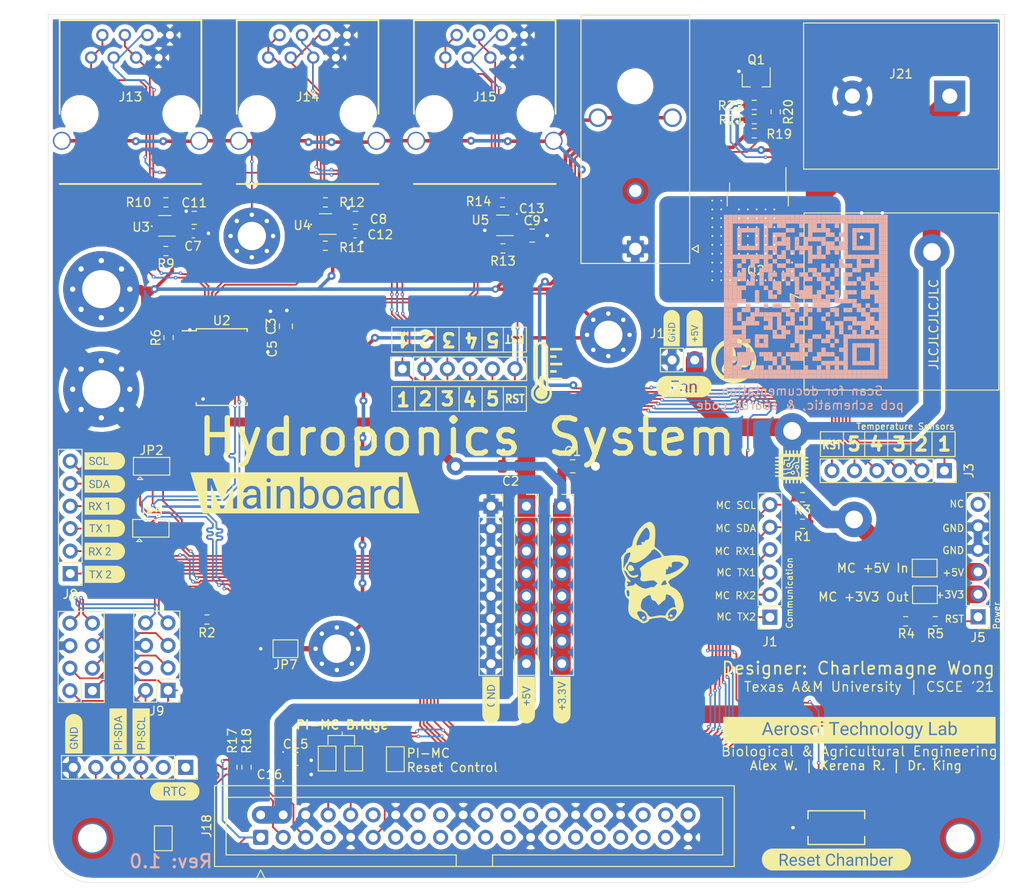
<source format=kicad_pcb>
(kicad_pcb (version 20171130) (host pcbnew 5.1.10-88a1d61d58~90~ubuntu20.04.1)
  (layers (0 F.Cu signal) (31 B.Cu signal) (34 B.Paste user) (35 F.Paste user) (36 B.SilkS user) (37 F.SilkS user) (38 B.Mask user) (39 F.Mask user) (44 Edge.Cuts user))
  (net 0 "")
  (net 1 GND)
  (net 2 +3V3)
  (net 3 +5V)
  (net 4 Earth)
  (net 5 MC_SCL)
  (net 6 MC_SDA)
  (net 7 MC_RX1)
  (net 8 MC_TX1)
  (net 9 MC_RX2)
  (net 10 MC_TX2)
  (net 11 CAN-)
  (net 12 CAN+)
  (net 13 MISO)
  (net 14 MOSI)
  (net 15 SCLK)
  (net 16 SDA)
  (net 17 SCL)
  (net 18 TMP_4)
  (net 19 MUX_SCL0)
  (net 20 MUX_SDA0)
  (net 21 TMP_0)
  (net 22 MUX_SCL1)
  (net 23 MUX_SDA1)
  (net 24 TMP_1)
  (net 25 MUX_SCL2)
  (net 26 MUX_SDA2)
  (net 27 TMP_2)
  (net 28 TMP_3)
  (net 29 "Net-(J17-Pad5)")
  (net 30 PI_SDA1)
  (net 31 PI_SCL1)
  (net 32 "Net-(J17-Pad2)")
  (net 33 "Net-(J17-Pad1)")
  (net 34 PI_RX)
  (net 35 PI_TX)
  (net 36 "Net-(J18-Pad17)")
  (net 37 PI_GPIO0)
  (net 38 ~)
  (net 39 +12V)
  (net 40 "Net-(J5-Pad3)")
  (net 41 "Net-(J5-Pad2)")
  (net 42 "Net-(Q1-Pad3)")
  (net 43 "Net-(Q1-Pad1)")
  (net 44 "Net-(Q2-Pad1)")
  (net 45 "Net-(J5-Pad1)")
  (net 46 "Net-(R6-Pad1)")
  (net 47 CHAMBER_RESET)
  (net 48 "Net-(U2-Pad20)")
  (net 49 "Net-(U2-Pad19)")
  (net 50 "Net-(U2-Pad18)")
  (net 51 "Net-(U2-Pad17)")
  (net 52 "Net-(U2-Pad16)")
  (net 53 "Net-(U2-Pad15)")
  (net 54 "Net-(U7-Pad4)")
  (net 55 "Net-(J5-Pad6)")
  (net 56 "Net-(J18-Pad40)")
  (net 57 "Net-(J18-Pad38)")
  (net 58 "Net-(J18-Pad36)")
  (net 59 "Net-(J18-Pad32)")
  (net 60 "Net-(J18-Pad28)")
  (net 61 "Net-(J18-Pad26)")
  (net 62 "Net-(J18-Pad24)")
  (net 63 "Net-(J18-Pad22)")
  (net 64 "Net-(J18-Pad18)")
  (net 65 "Net-(J18-Pad16)")
  (net 66 "Net-(J18-Pad12)")
  (net 67 "Net-(J18-Pad37)")
  (net 68 "Net-(J18-Pad35)")
  (net 69 "Net-(J18-Pad33)")
  (net 70 "Net-(J18-Pad31)")
  (net 71 "Net-(J18-Pad29)")
  (net 72 "Net-(J18-Pad27)")
  (net 73 "Net-(J18-Pad23)")
  (net 74 "Net-(J18-Pad21)")
  (net 75 "Net-(J18-Pad19)")
  (net 76 "Net-(J18-Pad15)")
  (net 77 "Net-(J18-Pad13)")
  (net 78 "Net-(J18-Pad7)")
  (net 79 "Net-(U2-Pad14)")
  (net 80 "Net-(U2-Pad13)")
  (net 81 "Net-(U2-Pad11)")
  (net 82 "Net-(U2-Pad10)")
  (net 83 "Net-(JP4-Pad1)")
  (net 84 "Net-(J12-Pad2)")
  (module Capacitor_SMD:C_0805_2012Metric (layer F.Cu) (at 115.95 113.05)
    (fp_text reference C15 (at 0 -1.68) (layer F.SilkS))
    (fp_text value 10uF)
    (pad 2 smd roundrect (at 0.95 0) (size 1 1.45) (layers F.Cu F.Paste F.Mask) (net 1 GND))
    (pad 1 smd roundrect (at -0.95 0) (size 1 1.45) (layers F.Cu F.Paste F.Mask) (net 3 +5V))
  )
  (module Capacitor_SMD:C_0805_2012Metric (layer F.Cu) (at 142.65 53.95)
    (fp_text reference C9 (at 0 -1.68) (layer F.SilkS))
    (fp_text value 10uF)
    (pad 2 smd roundrect (at 0.95 0) (size 1 1.45) (layers F.Cu F.Paste F.Mask) (net 1 GND))
    (pad 1 smd roundrect (at -0.95 0) (size 1 1.45) (layers F.Cu F.Paste F.Mask) (net 2 +3V3))
  )
  (module Capacitor_SMD:C_0805_2012Metric (layer F.Cu) (at 122.7 51.95 180)
    (fp_text reference C8 (at -2.6 -0.15) (layer F.SilkS))
    (fp_text value 10uF)
    (pad 2 smd roundrect (at 0.95 0 180) (size 1 1.45) (layers F.Cu F.Paste F.Mask) (net 1 GND))
    (pad 1 smd roundrect (at -0.95 0 180) (size 1 1.45) (layers F.Cu F.Paste F.Mask) (net 2 +3V3))
  )
  (module Capacitor_SMD:C_0805_2012Metric (layer F.Cu) (at 104.5 51.95 180)
    (fp_text reference C7 (at 0.15 -3.2) (layer F.SilkS))
    (fp_text value 10uF)
    (pad 2 smd roundrect (at 0.95 0 180) (size 1 1.45) (layers F.Cu F.Paste F.Mask) (net 1 GND))
    (pad 1 smd roundrect (at -0.95 0 180) (size 1 1.45) (layers F.Cu F.Paste F.Mask) (net 2 +3V3))
  )
  (module Capacitor_SMD:C_0805_2012Metric (layer F.Cu) (at 114.85 64.2 90)
    (fp_text reference C3 (at 0 -1.68 90) (layer F.SilkS))
    (fp_text value 10uF)
    (pad 2 smd roundrect (at 0.95 0 90) (size 1 1.45) (layers F.Cu F.Paste F.Mask) (net 1 GND))
    (pad 1 smd roundrect (at -0.95 0 90) (size 1 1.45) (layers F.Cu F.Paste F.Mask) (net 2 +3V3))
  )
  (module Capacitor_SMD:C_0805_2012Metric (layer F.Cu) (at 140.225 80 180)
    (fp_text reference C2 (at 0 -1.68) (layer F.SilkS))
    (fp_text value 10uF)
    (pad 2 smd roundrect (at 0.95 0 180) (size 1 1.45) (layers F.Cu F.Paste F.Mask) (net 1 GND))
    (pad 1 smd roundrect (at -0.95 0 180) (size 1 1.45) (layers F.Cu F.Paste F.Mask) (net 3 +5V))
  )
  (module Capacitor_SMD:C_0805_2012Metric (layer F.Cu) (at 147.225 80)
    (fp_text reference C1 (at 0 -1.68) (layer F.SilkS))
    (fp_text value 10uF)
    (pad 2 smd roundrect (at 0.95 0) (size 1 1.45) (layers F.Cu F.Paste F.Mask) (net 1 GND))
    (pad 1 smd roundrect (at -0.95 0) (size 1 1.45) (layers F.Cu F.Paste F.Mask) (net 2 +3V3))
  )
  (module label (layer F.Cu) (at 179.6 109.8)
    (fp_text reference kibuzzard-61710606 hide)
    (fp_text value G*** hide)
  )
  (module label (layer F.Cu) (at 138 106.4 90)
    (fp_text reference kibuzzard-6170FFCF hide)
    (fp_text value G*** hide)
  )
  (module label (layer F.Cu) (at 142 106.4 90)
    (fp_text reference kibuzzard-6170FFCB hide)
    (fp_text value G*** hide)
  )
  (module label (layer F.Cu) (at 146 106.4 90)
    (fp_text reference kibuzzard-6170FF3B hide)
    (fp_text value G*** hide)
  )
  (module Resistor_SMD:R_0603_1608Metric (layer F.Cu) (at 167.725 40.8)
    (fp_text reference R21 (at -2.575 0.1 180) (layer F.SilkS))
    (fp_text value 100k)
    (pad 2 smd roundrect (at 0.825 0) (size 0.8 0.95) (layers F.Cu F.Paste F.Mask) (net 42 "Net-(Q1-Pad3)"))
    (pad 1 smd roundrect (at -0.825 0) (size 0.8 0.95) (layers F.Cu F.Paste F.Mask) (net 39 +12V))
  )
  (module Resistor_SMD:R_0603_1608Metric (layer F.Cu) (at 167.725 42.4)
    (fp_text reference R19 (at 2.825 0.1) (layer F.SilkS))
    (fp_text value 100k)
    (pad 2 smd roundrect (at 0.825 0) (size 0.8 0.95) (layers F.Cu F.Paste F.Mask) (net 47 CHAMBER_RESET))
    (pad 1 smd roundrect (at -0.825 0) (size 0.8 0.95) (layers F.Cu F.Paste F.Mask) (net 2 +3V3))
  )
  (module Package_TO_SOT_SMD:TO-252-2 (layer F.Cu) (at 168.125 51.575 270)
    (fp_text reference Q2 (at 6.3 0.2) (layer F.SilkS))
    (fp_text value RD3L07BAT)
    (pad 2 smd rect (at 2.1 0 270) (size 6.4 5.8) (layers F.Cu F.Mask) (net 39 +12V))
    (pad 3 smd rect (at -4.2 2.28 270) (size 2.2 1.2) (layers F.Cu F.Paste F.Mask) (net 84 "Net-(J12-Pad2)"))
    (pad 1 smd rect (at -4.2 -2.28 270) (size 2.2 1.2) (layers F.Cu F.Paste F.Mask) (net 44 "Net-(Q2-Pad1)"))
  )
  (module Resistor_SMD:R_0603_1608Metric (layer F.Cu) (at 170.15 39.975 270)
    (fp_text reference R20 (at 0 -1.43 90) (layer F.SilkS))
    (fp_text value 100R)
    (pad 2 smd roundrect (at 0.825 0 270) (size 0.8 0.95) (layers F.Cu F.Paste F.Mask) (net 47 CHAMBER_RESET))
    (pad 1 smd roundrect (at -0.825 0 270) (size 0.8 0.95) (layers F.Cu F.Paste F.Mask) (net 43 "Net-(Q1-Pad1)"))
  )
  (module Resistor_SMD:R_0603_1608Metric (layer F.Cu) (at 167.725 39.2)
    (fp_text reference R22 (at -2.675 0.1) (layer F.SilkS))
    (fp_text value 100R)
    (pad 2 smd roundrect (at 0.825 0) (size 0.8 0.95) (layers F.Cu F.Paste F.Mask) (net 42 "Net-(Q1-Pad3)"))
    (pad 1 smd roundrect (at -0.825 0) (size 0.8 0.95) (layers F.Cu F.Paste F.Mask) (net 44 "Net-(Q2-Pad1)"))
  )
  (module Package_TO_SOT_SMD:SOT-23 (layer F.Cu) (at 167.95 36.4 270)
    (fp_text reference Q1 (at -2.3 0 180) (layer F.SilkS))
    (fp_text value DMG3402L)
    (pad 3 smd rect (at 1 0 270) (size 0.9 0.8) (layers F.Cu F.Paste F.Mask) (net 42 "Net-(Q1-Pad3)"))
    (pad 2 smd rect (at -1 0.95 270) (size 0.9 0.8) (layers F.Cu F.Paste F.Mask) (net 1 GND))
    (pad 1 smd rect (at -1 -0.95 270) (size 0.9 0.8) (layers F.Cu F.Paste F.Mask) (net 43 "Net-(Q1-Pad1)"))
  )
  (module footprint:MOLEX_2035551012 (layer F.Cu) (at 154.3 55.45 180)
    (fp_text reference J12 (at -2.96 -9.565) (layer F.SilkS))
    (fp_text value CP_2035551012)
    (pad None np_thru_hole circle (at 0 18.35 180) (size 3.05 3.05) (drill 3.05) (layers *.Cu *.Mask))
    (pad S2 thru_hole circle (at 4.21 14.81 180) (size 2.1 2.1) (drill 1.6) (layers *.Cu) (net 4 Earth))
    (pad S1 thru_hole circle (at -4.2 14.81 180) (size 2.1 2.1) (drill 1.6) (layers *.Cu) (net 4 Earth))
    (pad 2 thru_hole circle (at 0 6.55 180) (size 1.9 1.9) (drill 1.4) (layers *.Cu) (net 84 "Net-(J12-Pad2)"))
    (pad 1 thru_hole rect (at 0 0 180) (size 1.9 1.9) (drill 1.4) (layers *.Cu) (net 1 GND))
  )
  (module mainboard:Website (layer B.Cu) (at 173.3 61.1 180)
    (fp_text reference QR***** hide)
    (fp_text value Website hide)
  )
  (module "mainboard:MTJ-889X1-FSE(RJ45)" (layer F.Cu) (at 97.3 40.2)
    (fp_text reference J13 (at 0 -1.905) (layer F.SilkS))
    (fp_text value "Chamber 1")
    (pad SH thru_hole circle (at -7.747 3.048) (size 2.032 2.032) (drill 1.7018) (layers *.Cu *.Mask) (net 4 Earth))
    (pad "" np_thru_hole circle (at 5.715 0) (size 3.2004 3.2004) (drill 3.2004) (layers *.Cu *.Mask))
    (pad "" np_thru_hole circle (at -5.715 0) (size 3.2004 3.2004) (drill 3.2004) (layers *.Cu *.Mask))
    (pad SH thru_hole circle (at 7.7724 3.048) (size 2.032 2.032) (drill 1.7018) (layers *.Cu *.Mask) (net 4 Earth))
    (pad 1 thru_hole circle (at -4.445 -6.35) (size 1.397 1.397) (drill 0.889) (layers *.Cu *.Mask) (net 21 TMP_0))
    (pad 2 thru_hole circle (at -3.175 -8.89) (size 1.397 1.397) (drill 0.889) (layers *.Cu *.Mask) (net 21 TMP_0))
    (pad 3 thru_hole circle (at -1.905 -6.35) (size 1.397 1.397) (drill 0.889) (layers *.Cu *.Mask) (net 19 MUX_SCL0))
    (pad 4 thru_hole circle (at -0.635 -8.89) (size 1.397 1.397) (drill 0.889) (layers *.Cu *.Mask) (net 20 MUX_SDA0))
    (pad 5 thru_hole circle (at 0.635 -6.35) (size 1.397 1.397) (drill 0.889) (layers *.Cu *.Mask) (net 20 MUX_SDA0))
    (pad 6 thru_hole circle (at 1.905 -8.89) (size 1.397 1.397) (drill 0.889) (layers *.Cu *.Mask) (net 19 MUX_SCL0))
    (pad 7 thru_hole circle (at 3.175 -6.35) (size 1.397 1.397) (drill 0.889) (layers *.Cu *.Mask) (net 1 GND))
    (pad 8 thru_hole circle (at 4.445 -8.89) (size 1.397 1.397) (drill 0.889) (layers *.Cu *.Mask) (net 1 GND))
  )
  (module label (layer F.Cu) (at 177 124.4)
    (fp_text reference kibuzzard-6170BBF0 hide)
    (fp_text value G*** hide)
  )
  (module PTS636SK50SMTRLFS:PTS636SK50SMTRLFS (layer F.Cu) (at 177 120.8 180)
    (fp_text reference S1 hide)
    (fp_text value PTS636-SMG25J-SMTR-LFS)
    (pad 1 smd rect (at -3.5 0 180) (size 1.4 1.2) (layers F.Cu F.Paste F.Mask) (net 43 "Net-(Q1-Pad1)"))
    (pad 2 smd rect (at 3.5 0 180) (size 1.4 1.2) (layers F.Cu F.Paste F.Mask) (net 1 GND))
  )
  (module label (layer F.Cu) (at 94.4 79.4)
    (fp_text reference kibuzzard-6170A301 hide)
    (fp_text value G*** hide)
  )
  (module label (layer F.Cu) (at 94.4 82)
    (fp_text reference kibuzzard-6170A2FD hide)
    (fp_text value G*** hide)
  )
  (module label (layer F.Cu) (at 94.4 84.5)
    (fp_text reference kibuzzard-6170A2F8 hide)
    (fp_text value G*** hide)
  )
  (module label (layer F.Cu) (at 94.4 89.6)
    (fp_text reference kibuzzard-6170A2F3 hide)
    (fp_text value G*** hide)
  )
  (module label (layer F.Cu) (at 94.4 92.2)
    (fp_text reference kibuzzard-6170A2EF hide)
    (fp_text value G*** hide)
  )
  (module label (layer F.Cu) (at 94.4 87)
    (fp_text reference kibuzzard-6170A2EA hide)
    (fp_text value G*** hide)
  )
  (module label (layer F.Cu) (at 95.9 109.9 90)
    (fp_text reference kibuzzard-6170A234 hide)
    (fp_text value G*** hide)
  )
  (module label (layer F.Cu) (at 98.5 109.9 90)
    (fp_text reference kibuzzard-6170A21A hide)
    (fp_text value G*** hide)
  )
  (module label (layer F.Cu) (at 90.9 110.2 90)
    (fp_text reference kibuzzard-6170A1A7 hide)
    (fp_text value G*** hide)
  )
  (module label (layer F.Cu) (at 102.3 116.7)
    (fp_text reference kibuzzard-6170A145 hide)
    (fp_text value G*** hide)
  )
  (module label (layer F.Cu) (at 159.8 71)
    (fp_text reference kibuzzard-61707DB8 hide)
    (fp_text value G*** hide)
  )
  (module label (layer F.Cu) (at 161 64.4 90)
    (fp_text reference kibuzzard-61707D3E hide)
    (fp_text value G*** hide)
  )
  (module label (layer F.Cu) (at 158.4 64.4 90)
    (fp_text reference kibuzzard-61707D37 hide)
    (fp_text value G*** hide)
  )
  (module label (layer F.Cu) (at 117 83)
    (fp_text reference kibuzzard-616F51D1 hide)
    (fp_text value G*** hide)
  )
  (module footprint:mcu (layer F.Cu) (at 172 80)
    (fp_text reference G*** hide)
    (fp_text value LOGO hide)
  )
  (module Jumper:SolderJumper-2_P1.3mm_Open_TrianglePad1.0x1.5mm (layer F.Cu) (at 186.975 91.5 180)
    (fp_text reference JP1 hide)
    (fp_text value SolderJumper_2_Open)
    (pad 1 smd custom (at -0.725 0 180) (size 0.3 0.3) (layers F.Cu F.Mask) (net 40 "Net-(J5-Pad3)") (options (clearance outline) (anchor rect)) (primitives (gr_poly (pts (xy -0.5 -0.75) (xy 0.5 -0.75) (xy 1 0) (xy 0.5 0.75) (xy -0.5 0.75)) (width 0))))
    (pad 2 smd custom (at 0.725 0 180) (size 0.3 0.3) (layers F.Cu F.Mask) (net 3 +5V) (options (clearance outline) (anchor rect)) (primitives (gr_poly (pts (xy -0.65 -0.75) (xy 0.5 -0.75) (xy 0.5 0.75) (xy -0.65 0.75) (xy -0.15 0)) (width 0))))
  )
  (module footprint:fan (layer F.Cu) (at 165.4 68.2)
    (fp_text reference G*** hide)
    (fp_text value LOGO hide)
  )
  (module footprint:corgi_solder (layer F.Cu) (at 156.5 92)
    (fp_text reference G*** hide)
    (fp_text value LOGO hide)
    (fp_poly (pts (xy -0.44306 -5.695408) (xy -0.374311 -5.666701) (xy -0.185282 -5.484463) (xy -0.052399 -5.173425) (xy 0.023524 -4.738969) (xy 0.041676 -4.186477) (xy 0.001245 -3.521331) (xy -0.020164 -3.320143) (xy -0.045894 -3.057491) (xy -0.044914 -2.908268) (xy -0.013815 -2.842643) (xy 0.035806 -2.830286) (xy 0.135565 -2.781552) (xy 0.301091 -2.655032) (xy 0.500425 -2.48025) (xy 0.701605 -2.286731) (xy 0.872668 -2.103997) (xy 0.981655 -1.961575) (xy 0.987797 -1.950891) (xy 1.049944 -1.885198) (xy 1.164374 -1.863224) (xy 1.370111 -1.879941) (xy 1.451428 -1.891164) (xy 2.003784 -1.946583) (xy 2.516803 -1.951551) (xy 2.965805 -1.908513) (xy 3.326108 -1.819914) (xy 3.573032 -1.688199) (xy 3.582471 -1.680073) (xy 3.748008 -1.484763) (xy 3.800812 -1.271997) (xy 3.743917 -1.009578) (xy 3.663141 -0.824568) (xy 3.413553 -0.443799) (xy 3.050156 -0.066631) (xy 2.602462 0.280404) (xy 2.124658 0.558649) (xy 1.886802 0.685908) (xy 1.715646 0.795677) (xy 1.639445 0.869161) (xy 1.639401 0.881445) (xy 1.618293 0.956149) (xy 1.56553 0.987743) (xy 1.499488 1.033023) (xy 1.522811 1.113165) (xy 1.596228 1.213475) (xy 1.684786 1.356901) (xy 1.703062 1.454854) (xy 1.701514 1.457762) (xy 1.736761 1.520801) (xy 1.871048 1.604174) (xy 1.934454 1.632906) (xy 2.372086 1.889627) (xy 2.735979 2.248938) (xy 3.011659 2.68329) (xy 3.184654 3.165138) (xy 3.240492 3.666934) (xy 3.19744 4.036859) (xy 3.139792 4.237327) (xy 3.050886 4.417815) (xy 2.907472 4.614114) (xy 2.686301 4.86201) (xy 2.60681 4.946025) (xy 2.372126 5.188009) (xy 2.205738 5.342118) (xy 2.077951 5.427546) (xy 1.959068 5.463489) (xy 1.819394 5.46914) (xy 1.798246 5.468653) (xy 1.551993 5.431971) (xy 1.377181 5.319496) (xy 1.334568 5.273525) (xy 1.21466 5.162108) (xy 1.067058 5.102238) (xy 0.840894 5.076438) (xy 0.750061 5.072727) (xy 0.470025 5.078479) (xy 0.163272 5.107877) (xy -0.136296 5.154526) (xy -0.394777 5.212028) (xy -0.578269 5.273986) (xy -0.65287 5.334004) (xy -0.653143 5.337492) (xy -0.717973 5.476472) (xy -0.881556 5.598313) (xy -1.097535 5.682849) (xy -1.319552 5.709912) (xy -1.451429 5.684767) (xy -1.579725 5.608157) (xy -1.738134 5.482061) (xy -1.741715 5.478842) (xy -1.938887 5.34359) (xy -2.17353 5.235485) (xy -2.191659 5.229466) (xy -2.517894 5.053789) (xy -2.774582 4.77566) (xy -2.943969 4.428216) (xy -3.008304 4.044592) (xy -2.978675 3.760494) (xy -2.911793 3.378888) (xy -2.916234 3.11157) (xy -2.993114 2.945793) (xy -3.054144 2.899569) (xy -3.189036 2.771101) (xy -3.302014 2.566168) (xy -3.38142 2.32755) (xy -3.415595 2.098022) (xy -3.392882 1.920364) (xy -3.339772 1.85149) (xy -3.313437 1.760052) (xy -3.353549 1.671671) (xy -3.400946 1.532168) (xy -3.348539 1.427496) (xy -3.300574 1.315313) (xy -3.334762 1.272178) (xy -3.403574 1.157293) (xy -3.39101 0.998882) (xy -3.314516 0.881244) (xy -3.276857 0.816424) (xy -3.290555 0.704623) (xy -3.363063 0.518315) (xy -3.477801 0.278192) (xy -3.607168 0.004054) (xy -3.684968 -0.214234) (xy -3.724331 -0.43472) (xy -3.738385 -0.71545) (xy -3.738696 -0.748001) (xy -3.548176 -0.748001) (xy -3.542862 -0.505939) (xy -3.513591 -0.314512) (xy -3.45249 -0.126584) (xy -3.35169 0.104983) (xy -3.330525 0.151028) (xy -3.177316 0.44126) (xy -3.012231 0.687042) (xy -2.873915 0.835661) (xy -2.743692 0.967524) (xy -2.712822 1.060205) (xy -2.775422 1.086329) (xy -2.914714 1.025437) (xy -3.055969 0.970062) (xy -3.147271 1.014561) (xy -3.180794 1.099634) (xy -3.097129 1.172234) (xy -3.007887 1.238832) (xy -3.029118 1.314246) (xy -3.083714 1.378224) (xy -3.150693 1.501633) (xy -3.093918 1.568597) (xy -2.927759 1.56726) (xy -2.869909 1.554638) (xy -2.735178 1.540682) (xy -2.687451 1.570561) (xy -2.745644 1.708556) (xy -2.872519 1.845061) (xy -3.009737 1.920589) (xy -3.033228 1.923143) (xy -3.132925 1.985115) (xy -3.181107 2.143577) (xy -3.172228 2.357352) (xy -3.117341 2.547801) (xy -3.036123 2.707486) (xy -2.96332 2.739029) (xy -2.878624 2.63889) (xy -2.80355 2.493091) (xy -2.710876 2.32899) (xy -2.638384 2.28579) (xy -2.591018 2.314811) (xy -2.548014 2.408867) (xy -2.592925 2.550984) (xy -2.631195 2.6216) (xy -2.729867 2.823299) (xy -2.756737 2.944699) (xy -2.715214 2.969643) (xy -2.608709 2.881973) (xy -2.58246 2.852475) (xy -2.442741 2.715905) (xy -2.368888 2.698235) (xy -2.362875 2.788042) (xy -2.426679 2.973902) (xy -2.52615 3.178143) (xy -2.716836 3.592848) (xy -2.803011 3.940353) (xy -2.788409 4.250157) (xy -2.695264 4.514806) (xy -2.556851 4.734354) (xy -2.390135 4.912035) (xy -2.330773 4.954585) (xy -2.149652 5.052793) (xy -2.065697 5.063907) (xy -2.056434 4.983012) (xy -2.074771 4.898571) (xy -2.086796 4.753823) (xy -2.038142 4.718158) (xy -1.953798 4.783495) (xy -1.858752 4.941751) (xy -1.845196 4.972815) (xy -1.669138 5.287229) (xy -1.460415 5.462375) (xy -1.219529 5.501564) (xy -1.02585 5.4393) (xy -0.900601 5.334) (xy -0.84967 5.220895) (xy -0.861032 5.090196) (xy -0.939649 4.888467) (xy -0.942575 4.881928) (xy -1.126538 4.596494) (xy -1.366703 4.403866) (xy -1.632491 4.324477) (xy -1.763637 4.33327) (xy -1.912762 4.348416) (xy -1.95197 4.303301) (xy -1.945417 4.274586) (xy -1.848567 4.187883) (xy -1.664181 4.153101) (xy -1.441115 4.172532) (xy -1.241158 4.241579) (xy -1.073907 4.372459) (xy -0.900544 4.57463) (xy -0.830498 4.681261) (xy -0.702666 4.877723) (xy -0.591093 4.975034) (xy -0.45182 5.006102) (xy -0.394784 5.007428) (xy -0.165752 4.983976) (xy 0.097928 4.925748) (xy 0.160749 4.906839) (xy 0.570838 4.839678) (xy 0.834571 4.85241) (xy 1.197428 4.898571) (xy 1.356754 4.555198) (xy 1.568067 4.230529) (xy 1.839382 4.01896) (xy 2.151116 3.934083) (xy 2.249714 3.935367) (xy 2.444418 3.979845) (xy 2.503714 4.064) (xy 2.450822 4.143486) (xy 2.394857 4.14247) (xy 2.115929 4.117878) (xy 1.871516 4.220969) (xy 1.694095 4.388174) (xy 1.484448 4.682505) (xy 1.409003 4.927146) (xy 1.466882 5.125511) (xy 1.495437 5.161105) (xy 1.680464 5.273713) (xy 1.897267 5.271131) (xy 2.114605 5.168918) (xy 2.301238 4.982634) (xy 2.425926 4.727836) (xy 2.435343 4.692987) (xy 2.496571 4.547273) (xy 2.596575 4.517926) (xy 2.628299 4.524569) (xy 2.728335 4.519627) (xy 2.817253 4.427435) (xy 2.918083 4.227909) (xy 3.026434 3.813299) (xy 3.01292 3.372963) (xy 2.891062 2.933485) (xy 2.674384 2.521451) (xy 2.376407 2.163444) (xy 2.010655 1.886049) (xy 1.647998 1.731022) (xy 1.373621 1.640412) (xy 1.231822 1.557622) (xy 1.211361 1.470913) (xy 1.300955 1.36858) (xy 1.402963 1.272879) (xy 1.393908 1.214276) (xy 1.33348 1.174919) (xy 1.249442 1.068004) (xy 1.253766 0.995848) (xy 1.235561 0.888523) (xy 1.157372 0.848843) (xy 1.059592 0.857788) (xy 0.955446 0.952802) (xy 0.822293 1.15602) (xy 0.795088 1.203016) (xy 0.619851 1.48526) (xy 0.492072 1.634754) (xy 0.408432 1.654717) (xy 0.378471 1.607129) (xy 0.312952 1.597585) (xy 0.17028 1.687493) (xy 0.060524 1.78025) (xy -0.14043 1.93949) (xy -0.270636 1.986761) (xy -0.313905 1.969941) (xy -0.45791 1.936546) (xy -0.71963 1.972105) (xy -0.738605 1.976369) (xy -1.174829 2.004702) (xy -1.598889 1.891166) (xy -1.999552 1.639034) (xy -2.052035 1.593845) (xy -2.223991 1.418966) (xy -2.297248 1.300797) (xy -2.274654 1.255036) (xy -2.159055 1.297379) (xy -2.015833 1.394266) (xy -1.602018 1.66012) (xy -1.224393 1.794571) (xy -0.865603 1.801121) (xy -0.530346 1.693949) (xy -0.349969 1.623107) (xy -0.251999 1.630263) (xy -0.221369 1.66323) (xy -0.151226 1.677142) (xy -0.02171 1.575228) (xy 0.101797 1.440006) (xy 0.270005 1.261166) (xy 0.375807 1.195433) (xy 0.427605 1.221056) (xy 0.496802 1.238851) (xy 0.588257 1.15754) (xy 0.675989 1.01491) (xy 0.734016 0.848747) (xy 0.743857 0.761107) (xy 0.756763 0.670469) (xy 0.818635 0.623788) (xy 0.964207 0.608156) (xy 1.152848 0.609112) (xy 1.602048 0.551124) (xy 2.078532 0.3687) (xy 2.559011 0.073453) (xy 3.01831 -0.32112) (xy 3.338644 -0.679186) (xy 3.532188 -0.98662) (xy 3.597417 -1.239967) (xy 3.532804 -1.435771) (xy 3.518068 -1.453247) (xy 3.350885 -1.588208) (xy 3.123532 -1.676284) (xy 2.813582 -1.721529) (xy 2.398608 -1.727993) (xy 2.074416 -1.71405) (xy 1.71495 -1.690584) (xy 1.380041 -1.664246) (xy 1.113985 -1.638754) (xy 0.990161 -1.623048) (xy 0.81239 -1.60146) (xy 0.743776 -1.624033) (xy 0.751135 -1.706554) (xy 0.75921 -1.732926) (xy 0.747713 -1.926742) (xy 0.612563 -2.152568) (xy 0.366382 -2.39246) (xy 0.216399 -2.504626) (xy 0.025488 -2.624247) (xy -0.085987 -2.656164) (xy -0.142463 -2.616909) (xy -0.222637 -2.532222) (xy -0.271628 -2.578727) (xy -0.287551 -2.745462) (xy -0.268523 -3.021464) (xy -0.243841 -3.206845) (xy -0.174248 -3.80637) (xy -0.153192 -4.340478) (xy -0.179184 -4.793114) (xy -0.250737 -5.148225) (xy -0.366363 -5.389757) (xy -0.453784 -5.471947) (xy -0.613416 -5.492459) (xy -0.834779 -5.417117) (xy -1.088626 -5.263156) (xy -1.345713 -5.047814) (xy -1.545791 -4.828318) (xy -1.821804 -4.428172) (xy -2.053343 -3.990475) (xy -2.220072 -3.559898) (xy -2.301657 -3.181114) (xy -2.303103 -3.164748) (xy -2.333125 -2.866235) (xy -2.367581 -2.695072) (xy -2.41275 -2.633475) (xy -2.47491 -2.663663) (xy -2.47871 -2.667396) (xy -2.593484 -2.709646) (xy -2.730331 -2.667882) (xy -2.861069 -2.583007) (xy -2.903315 -2.505101) (xy -2.840361 -2.467671) (xy -2.830286 -2.467429) (xy -2.755876 -2.436774) (xy -2.789483 -2.364107) (xy -2.912509 -2.278373) (xy -2.968261 -2.252684) (xy -3.194558 -2.138018) (xy -3.350469 -1.995351) (xy -3.450047 -1.795919) (xy -3.507348 -1.510959) (xy -3.536424 -1.111707) (xy -3.537405 -1.087837) (xy -3.548176 -0.748001) (xy -3.738696 -0.748001) (xy -3.739967 -0.880942) (xy -3.746362 -1.17191) (xy -3.761272 -1.405169) (xy -3.781969 -1.544451) (xy -3.791501 -1.565978) (xy -3.799377 -1.666324) (xy -3.725609 -1.829387) (xy -3.592925 -2.017021) (xy -3.424056 -2.191084) (xy -3.413827 -2.199794) (xy -3.268182 -2.358379) (xy -3.233206 -2.486011) (xy -3.235842 -2.494258) (xy -3.213288 -2.590478) (xy -3.068055 -2.704881) (xy -2.935345 -2.777688) (xy -2.757996 -2.874172) (xy -2.645077 -2.968228) (xy -2.569118 -3.100232) (xy -2.502647 -3.310564) (xy -2.459438 -3.477174) (xy -2.309655 -3.925525) (xy -2.099752 -4.357447) (xy -1.845179 -4.756717) (xy -1.561387 -5.107109) (xy -1.263829 -5.392399) (xy -0.967954 -5.596362) (xy -0.689214 -5.702773) (xy -0.44306 -5.695408)) (layer F.Cu) (width 0.01))
    (fp_poly (pts (xy -1.233715 5.406571) (xy -1.27 5.442857) (xy -1.306286 5.406571) (xy -1.27 5.370285) (xy -1.233715 5.406571)) (layer F.Cu) (width 0.01))
    (fp_poly (pts (xy -1.016 5.334) (xy -1.052286 5.370285) (xy -1.088572 5.334) (xy -1.052286 5.297714) (xy -1.016 5.334)) (layer F.Cu) (width 0.01))
    (fp_poly (pts (xy -1.141106 4.982008) (xy -1.146201 5.092108) (xy -1.170659 5.127751) (xy -1.29395 5.220322) (xy -1.403048 5.176762) (xy -1.452298 5.075894) (xy -1.399324 5.024645) (xy -1.338803 5.035118) (xy -1.263889 5.04019) (xy -1.270514 5.006597) (xy -1.270973 4.940027) (xy -1.250093 4.934857) (xy -1.141106 4.982008)) (layer F.Cu) (width 0.01))
    (fp_poly (pts (xy 1.886857 5.188857) (xy 1.850571 5.225143) (xy 1.814285 5.188857) (xy 1.850571 5.152571) (xy 1.886857 5.188857)) (layer F.Cu) (width 0.01))
    (fp_poly (pts (xy 1.669142 5.116285) (xy 1.632857 5.152571) (xy 1.596571 5.116285) (xy 1.632857 5.08) (xy 1.669142 5.116285)) (layer F.Cu) (width 0.01))
    (fp_poly (pts (xy 2.032 5.116285) (xy 1.995714 5.152571) (xy 1.959428 5.116285) (xy 1.995714 5.08) (xy 2.032 5.116285)) (layer F.Cu) (width 0.01))
    (fp_poly (pts (xy 1.943787 4.774243) (xy 2.014026 4.845777) (xy 2.012388 4.884834) (xy 1.921758 4.979213) (xy 1.772179 4.95386) (xy 1.742321 4.936699) (xy 1.676401 4.852856) (xy 1.712043 4.790357) (xy 1.821528 4.748975) (xy 1.943787 4.774243)) (layer F.Cu) (width 0.01))
    (fp_poly (pts (xy 1.205377 2.449948) (xy 1.233519 2.625761) (xy 1.233714 2.648807) (xy 1.214977 2.804035) (xy 1.144234 2.954554) (xy 0.999685 3.136898) (xy 0.843974 3.30195) (xy 0.65279 3.491819) (xy 0.499843 3.632719) (xy 0.41318 3.699069) (xy 0.406267 3.701143) (xy 0.345303 3.642678) (xy 0.313479 3.574143) (xy 0.210214 3.390468) (xy 0.057713 3.227224) (xy -0.09714 3.130401) (xy -0.148907 3.120571) (xy -0.315536 3.057962) (xy -0.410059 2.886636) (xy -0.422238 2.67174) (xy -0.373919 2.487796) (xy -0.290286 2.431143) (xy -0.216258 2.474293) (xy -0.198727 2.621467) (xy -0.202711 2.685143) (xy -0.206883 2.840371) (xy -0.179074 2.864929) (xy -0.152007 2.832029) (xy -0.093099 2.787411) (xy -0.007987 2.82629) (xy 0.130058 2.963509) (xy 0.174683 3.013457) (xy 0.318767 3.187587) (xy 0.412496 3.321722) (xy 0.432407 3.367676) (xy 0.464419 3.41109) (xy 0.534461 3.358445) (xy 0.617762 3.244534) (xy 0.689548 3.10415) (xy 0.725049 2.972087) (xy 0.725714 2.955716) (xy 0.741888 2.807044) (xy 0.80894 2.767777) (xy 0.870857 2.778741) (xy 0.974745 2.781525) (xy 1.012801 2.690892) (xy 1.016 2.605777) (xy 1.049328 2.437943) (xy 1.124857 2.394857) (xy 1.205377 2.449948)) (layer F.Cu) (width 0.01))
    (fp_poly (pts (xy -2.906112 -1.163922) (xy -2.967201 -1.019542) (xy -3.084286 -0.857623) (xy -3.232358 -0.629749) (xy -3.24953 -0.443063) (xy -3.138715 -0.280799) (xy -3.015553 -0.136856) (xy -2.892401 0.054006) (xy -2.888076 0.061925) (xy -2.702377 0.301458) (xy -2.481014 0.400496) (xy -2.224677 0.358779) (xy -2.170384 0.334077) (xy -1.978649 0.265533) (xy -1.865334 0.282781) (xy -1.865124 0.28299) (xy -1.870173 0.35522) (xy -1.976856 0.440483) (xy -2.145513 0.518602) (xy -2.336485 0.569399) (xy -2.445682 0.578364) (xy -2.642814 0.551766) (xy -2.770216 0.505344) (xy -2.883463 0.400908) (xy -3.018219 0.226523) (xy -3.057855 0.165483) (xy -3.194205 -0.036528) (xy -3.325973 -0.203511) (xy -3.353782 -0.23321) (xy -3.465905 -0.430213) (xy -3.442322 -0.664263) (xy -3.28223 -0.939051) (xy -3.171424 -1.070429) (xy -3.016331 -1.209164) (xy -2.925191 -1.233729) (xy -2.906112 -1.163922)) (layer F.Cu) (width 0.01))
    (fp_poly (pts (xy -0.858537 -0.285117) (xy -0.781197 -0.172904) (xy -0.734254 -0.024173) (xy -0.782997 0.081934) (xy -0.863364 0.153668) (xy -1.018797 0.263585) (xy -1.12611 0.271453) (xy -1.241582 0.176051) (xy -1.270267 0.144848) (xy -1.358201 0.007464) (xy -1.338106 -0.137895) (xy -1.319356 -0.181724) (xy -1.189136 -0.331867) (xy -1.019805 -0.366074) (xy -0.858537 -0.285117)) (layer F.Cu) (width 0.01))
    (fp_poly (pts (xy 2.824023 -1.441567) (xy 2.965307 -1.413308) (xy 3.076435 -1.355589) (xy 3.138714 -1.30911) (xy 3.273475 -1.17473) (xy 3.337457 -1.057118) (xy 3.338285 -1.047019) (xy 3.302216 -0.952917) (xy 3.202234 -0.980297) (xy 3.084285 -1.088572) (xy 2.974368 -1.173813) (xy 2.81349 -1.218571) (xy 2.559019 -1.233407) (xy 2.498402 -1.233715) (xy 2.186498 -1.228273) (xy 1.994023 -1.202883) (xy 1.895404 -1.143948) (xy 1.865066 -1.037869) (xy 1.873732 -0.901587) (xy 1.885604 -0.733831) (xy 1.848643 -0.67446) (xy 1.735817 -0.688362) (xy 1.713774 -0.693819) (xy 1.574429 -0.71015) (xy 1.526605 -0.646199) (xy 1.524 -0.600534) (xy 1.492358 -0.438907) (xy 1.405247 -0.402572) (xy 1.331105 -0.444945) (xy 1.268713 -0.470713) (xy 1.239854 -0.395198) (xy 1.233714 -0.232536) (xy 1.211165 0.077661) (xy 1.143639 0.25072) (xy 1.062664 0.290192) (xy 1.013114 0.219254) (xy 0.985339 0.010373) (xy 0.97935 -0.217808) (xy 0.981915 -0.483228) (xy 0.997466 -0.63513) (xy 1.037069 -0.705127) (xy 1.11179 -0.724832) (xy 1.15715 -0.725715) (xy 1.275005 -0.740058) (xy 1.266128 -0.79361) (xy 1.248228 -0.8128) (xy 1.165355 -0.934558) (xy 1.213054 -0.997779) (xy 1.387199 -0.99799) (xy 1.415142 -0.993773) (xy 1.605173 -0.980822) (xy 1.664096 -1.026767) (xy 1.594478 -1.133958) (xy 1.582057 -1.146629) (xy 1.531801 -1.247993) (xy 1.610613 -1.326804) (xy 1.823102 -1.384901) (xy 2.173879 -1.42412) (xy 2.298413 -1.432019) (xy 2.614439 -1.445944) (xy 2.824023 -1.441567)) (layer F.Cu) (width 0.01))
    (fp_poly (pts (xy -2.681889 -0.821396) (xy -2.541115 -0.703742) (xy -2.407478 -0.563985) (xy -2.328357 -0.44822) (xy -2.322286 -0.423211) (xy -2.367896 -0.337681) (xy -2.436327 -0.259184) (xy -2.614378 -0.162531) (xy -2.81814 -0.158347) (xy -2.960915 -0.232229) (xy -3.042183 -0.392734) (xy -3.040127 -0.584947) (xy -2.968983 -0.757935) (xy -2.842984 -0.860767) (xy -2.782423 -0.870858) (xy -2.681889 -0.821396)) (layer F.Cu) (width 0.01))
    (fp_poly (pts (xy -2.198631 -1.92319) (xy -2.180977 -1.894021) (xy -2.145362 -1.73531) (xy -2.168569 -1.547494) (xy -2.233969 -1.367473) (xy -2.324936 -1.232145) (xy -2.424841 -1.178411) (xy -2.490108 -1.208012) (xy -2.533969 -1.317037) (xy -2.54 -1.382067) (xy -2.592217 -1.530288) (xy -2.651933 -1.599124) (xy -2.720491 -1.703816) (xy -2.688219 -1.767668) (xy -2.586188 -1.799011) (xy -2.525486 -1.756229) (xy -2.409906 -1.674661) (xy -2.360526 -1.714366) (xy -2.371688 -1.806096) (xy -2.368189 -1.946174) (xy -2.294887 -1.992405) (xy -2.198631 -1.92319)) (layer F.Cu) (width 0.01))
    (fp_poly (pts (xy -0.611724 -5.118127) (xy -0.570469 -5.086096) (xy -0.487751 -5.006803) (xy -0.437207 -4.910085) (xy -0.411319 -4.761018) (xy -0.402567 -4.524674) (xy -0.402514 -4.305953) (xy -0.419162 -3.919528) (xy -0.461758 -3.625217) (xy -0.526035 -3.437204) (xy -0.60772 -3.369668) (xy -0.674381 -3.403066) (xy -0.783493 -3.478891) (xy -0.827355 -3.425566) (xy -0.816279 -3.303211) (xy -0.806894 -3.115031) (xy -0.827856 -3.003047) (xy -0.873117 -2.923256) (xy -0.941897 -2.947358) (xy -1.005138 -3.001884) (xy -1.102055 -3.078168) (xy -1.131054 -3.041904) (xy -1.130625 -2.964679) (xy -1.164641 -2.825684) (xy -1.249911 -2.771766) (xy -1.342126 -2.829729) (xy -1.345351 -2.834782) (xy -1.456538 -2.88564) (xy -1.687286 -2.890711) (xy -1.753316 -2.885343) (xy -1.965918 -2.876433) (xy -2.111419 -2.891803) (xy -2.145062 -2.909661) (xy -2.125499 -2.98693) (xy -1.998518 -3.057734) (xy -1.801586 -3.106934) (xy -1.623114 -3.120572) (xy -1.453007 -3.130252) (xy -1.407528 -3.165402) (xy -1.436915 -3.207657) (xy -1.514445 -3.339365) (xy -1.524 -3.393976) (xy -1.496488 -3.450778) (xy -1.397292 -3.45073) (xy -1.201422 -3.391462) (xy -1.098272 -3.353609) (xy -1.036299 -3.349996) (xy -1.063827 -3.43656) (xy -1.077576 -3.462883) (xy -1.122629 -3.60606) (xy -1.053749 -3.68053) (xy -0.867226 -3.701143) (xy -0.733298 -3.726518) (xy -0.647571 -3.818355) (xy -0.600528 -4.000222) (xy -0.582656 -4.295689) (xy -0.581563 -4.408715) (xy -0.599909 -4.681547) (xy -0.665229 -4.860054) (xy -0.725715 -4.934857) (xy -0.855625 -5.101309) (xy -0.867798 -5.199156) (xy -0.780432 -5.210671) (xy -0.611724 -5.118127)) (layer F.Cu) (width 0.01))
  )
  (module footprint:temperature_silk (layer F.Cu) (at 144.2 69.4)
    (fp_text reference G*** hide)
    (fp_text value LOGO hide)
  )
  (module MountingHole:MountingHole_4.3mm_M4_Pad_Via (layer F.Cu) (at 94 71.302944)
    (fp_text reference H7 hide)
    (fp_text value MountingHole_Pad)
    (pad 1 thru_hole circle (at 0 0) (size 8.6 8.6) (drill 4.3) (layers *.Cu *.Mask) (net 1 GND))
    (pad 1 thru_hole circle (at 3.225 0) (size 0.9 0.9) (drill 0.6) (layers *.Cu *.Mask) (net 1 GND))
    (pad 1 thru_hole circle (at 2.280419 2.280419) (size 0.9 0.9) (drill 0.6) (layers *.Cu *.Mask) (net 1 GND))
    (pad 1 thru_hole circle (at 0 3.225) (size 0.9 0.9) (drill 0.6) (layers *.Cu *.Mask) (net 1 GND))
    (pad 1 thru_hole circle (at -2.280419 2.280419) (size 0.9 0.9) (drill 0.6) (layers *.Cu *.Mask) (net 1 GND))
    (pad 1 thru_hole circle (at -3.225 0) (size 0.9 0.9) (drill 0.6) (layers *.Cu *.Mask) (net 1 GND))
    (pad 1 thru_hole circle (at -2.280419 -2.280419) (size 0.9 0.9) (drill 0.6) (layers *.Cu *.Mask) (net 1 GND))
    (pad 1 thru_hole circle (at 0 -3.225) (size 0.9 0.9) (drill 0.6) (layers *.Cu *.Mask) (net 1 GND))
    (pad 1 thru_hole circle (at 2.280419 -2.280419) (size 0.9 0.9) (drill 0.6) (layers *.Cu *.Mask) (net 1 GND))
  )
  (module MountingHole:MountingHole_4.3mm_M4_Pad_Via (layer F.Cu) (at 94 60)
    (fp_text reference H6 hide)
    (fp_text value MountingHole_Pad)
    (pad 1 thru_hole circle (at 0 0) (size 8.6 8.6) (drill 4.3) (layers *.Cu *.Mask) (net 2 +3V3))
    (pad 1 thru_hole circle (at 3.225 0) (size 0.9 0.9) (drill 0.6) (layers *.Cu *.Mask) (net 2 +3V3))
    (pad 1 thru_hole circle (at 2.280419 2.280419) (size 0.9 0.9) (drill 0.6) (layers *.Cu *.Mask) (net 2 +3V3))
    (pad 1 thru_hole circle (at 0 3.225) (size 0.9 0.9) (drill 0.6) (layers *.Cu *.Mask) (net 2 +3V3))
    (pad 1 thru_hole circle (at -2.280419 2.280419) (size 0.9 0.9) (drill 0.6) (layers *.Cu *.Mask) (net 2 +3V3))
    (pad 1 thru_hole circle (at -3.225 0) (size 0.9 0.9) (drill 0.6) (layers *.Cu *.Mask) (net 2 +3V3))
    (pad 1 thru_hole circle (at -2.280419 -2.280419) (size 0.9 0.9) (drill 0.6) (layers *.Cu *.Mask) (net 2 +3V3))
    (pad 1 thru_hole circle (at 0 -3.225) (size 0.9 0.9) (drill 0.6) (layers *.Cu *.Mask) (net 2 +3V3))
    (pad 1 thru_hole circle (at 2.280419 -2.280419) (size 0.9 0.9) (drill 0.6) (layers *.Cu *.Mask) (net 2 +3V3))
  )
  (module Connector_PinHeader_2.54mm:PinHeader_2x04_P2.54mm_Vertical (layer F.Cu) (at 93 105.34 180)
    (fp_text reference J11 hide)
    (fp_text value "BUS Breakout")
    (pad 1 thru_hole rect (at 0 0 180) (size 1.7 1.7) (drill 1) (layers *.Cu *.Mask) (net 17 SCL))
    (pad 2 thru_hole oval (at 2.54 0 180) (size 1.7 1.7) (drill 1) (layers *.Cu *.Mask) (net 16 SDA))
    (pad 3 thru_hole oval (at 0 2.54 180) (size 1.7 1.7) (drill 1) (layers *.Cu *.Mask) (net 15 SCLK))
    (pad 4 thru_hole oval (at 2.54 2.54 180) (size 1.7 1.7) (drill 1) (layers *.Cu *.Mask) (net 14 MOSI))
    (pad 5 thru_hole oval (at 0 5.08 180) (size 1.7 1.7) (drill 1) (layers *.Cu *.Mask) (net 13 MISO))
    (pad 6 thru_hole oval (at 2.54 5.08 180) (size 1.7 1.7) (drill 1) (layers *.Cu *.Mask) (net 1 GND))
    (pad 7 thru_hole oval (at 0 7.62 180) (size 1.7 1.7) (drill 1) (layers *.Cu *.Mask) (net 12 CAN+))
    (pad 8 thru_hole oval (at 2.54 7.62 180) (size 1.7 1.7) (drill 1) (layers *.Cu *.Mask) (net 11 CAN-))
  )
  (module Connector_PinHeader_2.54mm:PinHeader_2x04_P2.54mm_Vertical (layer F.Cu) (at 101.54 105.3 180)
    (fp_text reference J9 (at 1.27 -2.33) (layer F.SilkS))
    (fp_text value "BUS Breakout")
    (pad 1 thru_hole rect (at 0 0 180) (size 1.7 1.7) (drill 1) (layers *.Cu *.Mask) (net 17 SCL))
    (pad 2 thru_hole oval (at 2.54 0 180) (size 1.7 1.7) (drill 1) (layers *.Cu *.Mask) (net 16 SDA))
    (pad 3 thru_hole oval (at 0 2.54 180) (size 1.7 1.7) (drill 1) (layers *.Cu *.Mask) (net 15 SCLK))
    (pad 4 thru_hole oval (at 2.54 2.54 180) (size 1.7 1.7) (drill 1) (layers *.Cu *.Mask) (net 14 MOSI))
    (pad 5 thru_hole oval (at 0 5.08 180) (size 1.7 1.7) (drill 1) (layers *.Cu *.Mask) (net 13 MISO))
    (pad 6 thru_hole oval (at 2.54 5.08 180) (size 1.7 1.7) (drill 1) (layers *.Cu *.Mask) (net 1 GND))
    (pad 7 thru_hole oval (at 0 7.62 180) (size 1.7 1.7) (drill 1) (layers *.Cu *.Mask) (net 12 CAN+))
    (pad 8 thru_hole oval (at 2.54 7.62 180) (size 1.7 1.7) (drill 1) (layers *.Cu *.Mask) (net 11 CAN-))
  )
  (module Connector_PinHeader_2.54mm:PinHeader_1x02_P2.54mm_Vertical (layer F.Cu) (at 161 68 270)
    (fp_text reference J10 hide)
    (fp_text value "5V Fan Header")
    (pad 1 thru_hole rect (at 0 0 270) (size 1.7 1.7) (drill 1) (layers *.Cu *.Mask) (net 3 +5V))
    (pad 2 thru_hole oval (at 0 2.54 270) (size 1.7 1.7) (drill 1) (layers *.Cu *.Mask) (net 1 GND))
  )
  (module Connector_PinHeader_2.54mm:PinHeader_1x06_P2.54mm_Vertical (layer F.Cu) (at 193 97 180)
    (fp_text reference J5 (at 0 -2.33) (layer F.SilkS))
    (fp_text value MC_PWR)
    (pad 1 thru_hole rect (at 0 0 180) (size 1.7 1.7) (drill 1) (layers *.Cu *.Mask) (net 45 "Net-(J5-Pad1)"))
    (pad 2 thru_hole oval (at 0 2.54 180) (size 1.7 1.7) (drill 1) (layers *.Cu *.Mask) (net 41 "Net-(J5-Pad2)"))
    (pad 3 thru_hole oval (at 0 5.08 180) (size 1.7 1.7) (drill 1) (layers *.Cu *.Mask) (net 40 "Net-(J5-Pad3)"))
    (pad 4 thru_hole oval (at 0 7.62 180) (size 1.7 1.7) (drill 1) (layers *.Cu *.Mask) (net 1 GND))
    (pad 5 thru_hole oval (at 0 10.16 180) (size 1.7 1.7) (drill 1) (layers *.Cu *.Mask) (net 1 GND))
    (pad 6 thru_hole oval (at 0 12.7 180) (size 1.7 1.7) (drill 1) (layers *.Cu *.Mask) (net 55 "Net-(J5-Pad6)"))
  )
  (module Connector_PinSocket_2.54mm:PinSocket_1x06_P2.54mm_Vertical (layer F.Cu) (at 169.5 97.04 180)
    (fp_text reference J1 (at 0 -2.77) (layer F.SilkS))
    (fp_text value "MC Comms Header")
    (pad 1 thru_hole rect (at 0 0 180) (size 1.7 1.7) (drill 1) (layers *.Cu *.Mask) (net 10 MC_TX2))
    (pad 2 thru_hole oval (at 0 2.54 180) (size 1.7 1.7) (drill 1) (layers *.Cu *.Mask) (net 9 MC_RX2))
    (pad 3 thru_hole oval (at 0 5.08 180) (size 1.7 1.7) (drill 1) (layers *.Cu *.Mask) (net 8 MC_TX1))
    (pad 4 thru_hole oval (at 0 7.62 180) (size 1.7 1.7) (drill 1) (layers *.Cu *.Mask) (net 7 MC_RX1))
    (pad 5 thru_hole oval (at 0 10.16 180) (size 1.7 1.7) (drill 1) (layers *.Cu *.Mask) (net 6 MC_SDA))
    (pad 6 thru_hole oval (at 0 12.7 180) (size 1.7 1.7) (drill 1) (layers *.Cu *.Mask) (net 5 MC_SCL))
  )
  (module Connector_PinSocket_2.54mm:PinSocket_1x06_P2.54mm_Vertical (layer F.Cu) (at 128 69 90)
    (fp_text reference J6 hide)
    (fp_text value "MC Digital GPIO")
    (pad 1 thru_hole rect (at 0 0 90) (size 1.7 1.7) (drill 1) (layers *.Cu *.Mask) (net 21 TMP_0))
    (pad 2 thru_hole oval (at 0 2.54 90) (size 1.7 1.7) (drill 1) (layers *.Cu *.Mask) (net 24 TMP_1))
    (pad 3 thru_hole oval (at 0 5.08 90) (size 1.7 1.7) (drill 1) (layers *.Cu *.Mask) (net 27 TMP_2))
    (pad 4 thru_hole oval (at 0 7.62 90) (size 1.7 1.7) (drill 1) (layers *.Cu *.Mask) (net 28 TMP_3))
    (pad 5 thru_hole oval (at 0 10.16 90) (size 1.7 1.7) (drill 1) (layers *.Cu *.Mask) (net 18 TMP_4))
    (pad 6 thru_hole oval (at 0 12.7 90) (size 1.7 1.7) (drill 1) (layers *.Cu *.Mask) (net 47 CHAMBER_RESET))
  )
  (module Connector_PinSocket_2.54mm:PinSocket_1x06_P2.54mm_Vertical (layer F.Cu) (at 189.2 80.5 270)
    (fp_text reference J3 (at 0 -2.77 90) (layer F.SilkS))
    (fp_text value "MC Digital HEADER")
    (pad 6 thru_hole oval (at 0 12.7 270) (size 1.7 1.7) (drill 1) (layers *.Cu *.Mask) (net 47 CHAMBER_RESET))
    (pad 5 thru_hole oval (at 0 10.16 270) (size 1.7 1.7) (drill 1) (layers *.Cu *.Mask) (net 18 TMP_4))
    (pad 4 thru_hole oval (at 0 7.62 270) (size 1.7 1.7) (drill 1) (layers *.Cu *.Mask) (net 28 TMP_3))
    (pad 3 thru_hole oval (at 0 5.08 270) (size 1.7 1.7) (drill 1) (layers *.Cu *.Mask) (net 27 TMP_2))
    (pad 2 thru_hole oval (at 0 2.54 270) (size 1.7 1.7) (drill 1) (layers *.Cu *.Mask) (net 24 TMP_1))
    (pad 1 thru_hole rect (at 0 0 270) (size 1.7 1.7) (drill 1) (layers *.Cu *.Mask) (net 21 TMP_0))
  )
  (module Jumper:SolderJumper-2_P1.3mm_Open_TrianglePad1.0x1.5mm (layer F.Cu) (at 114.8 100.6 180)
    (fp_text reference JP7 (at 0 -1.8) (layer F.SilkS))
    (fp_text value "Earth Ground-Signal Groud Bridge")
    (pad 2 smd custom (at 0.725 0 180) (size 0.3 0.3) (layers F.Cu F.Mask) (net 1 GND) (options (clearance outline) (anchor rect)) (primitives (gr_poly (pts (xy -0.65 -0.75) (xy 0.5 -0.75) (xy 0.5 0.75) (xy -0.65 0.75) (xy -0.15 0)) (width 0))))
    (pad 1 smd custom (at -0.725 0 180) (size 0.3 0.3) (layers F.Cu F.Mask) (net 4 Earth) (options (clearance outline) (anchor rect)) (primitives (gr_poly (pts (xy -0.5 -0.75) (xy 0.5 -0.75) (xy 1 0) (xy 0.5 0.75) (xy -0.5 0.75)) (width 0))))
  )
  (module mainboard:DFRobot-5V-Regulator (layer F.Cu) (at 184.35 61.4 90)
    (fp_text reference U7 (at 0 -12 90) (layer F.SilkS))
    (fp_text value DFRobot-5V-Regulator)
    (pad 1 smd rect (at 10 -9.3 90) (size 3 2.5) (layers F.Cu F.Paste F.Mask) (net 39 +12V))
    (pad 2 smd rect (at 10 -4.5 90) (size 3 2.5) (layers F.Cu F.Paste F.Mask) (net 1 GND))
    (pad 3 smd rect (at 10 3.4 90) (size 3 2.5) (layers F.Cu F.Paste F.Mask) (net 3 +5V))
    (pad 2 smd rect (at 10 -2 90) (size 3 2.5) (layers F.Cu F.Paste F.Mask) (net 1 GND))
    (pad 4 smd rect (at -1 -3.75 90) (size 8.6 4.8) (layers F.Cu F.Paste F.Mask) (net 54 "Net-(U7-Pad4)"))
  )
  (module Jumper:SolderJumper-2_P1.3mm_Open_Pad1.0x1.5mm (layer F.Cu) (at 119.5 113 270)
    (fp_text reference JP9 hide)
    (fp_text value SolderJumper_2_Open)
    (pad 2 smd rect (at 0.65 0 270) (size 1 1.5) (layers F.Cu F.Mask) (net 35 PI_TX))
    (pad 1 smd rect (at -0.65 0 270) (size 1 1.5) (layers F.Cu F.Mask) (net 7 MC_RX1))
  )
  (module Jumper:SolderJumper-2_P1.3mm_Open_Pad1.0x1.5mm (layer F.Cu) (at 122.5 113 270)
    (fp_text reference JP8 hide)
    (fp_text value SolderJumper_2_Open)
    (pad 2 smd rect (at 0.65 0 270) (size 1 1.5) (layers F.Cu F.Mask) (net 34 PI_RX))
    (pad 1 smd rect (at -0.65 0 270) (size 1 1.5) (layers F.Cu F.Mask) (net 8 MC_TX1))
  )
  (module Package_TO_SOT_SMD:SOT-363_SC-70-6 (layer F.Cu) (at 139.325 52.8 180)
    (fp_text reference U5 (at 2.525 0.6) (layer F.SilkS))
    (fp_text value LTC4311CSC6#TRPBF)
    (pad 1 smd rect (at -0.95 -0.65 180) (size 0.65 0.4) (layers F.Cu F.Paste F.Mask) (net 2 +3V3))
    (pad 3 smd rect (at -0.95 0.65 180) (size 0.65 0.4) (layers F.Cu F.Paste F.Mask) (net 2 +3V3))
    (pad 5 smd rect (at 0.95 0 180) (size 0.65 0.4) (layers F.Cu F.Paste F.Mask) (net 1 GND))
    (pad 2 smd rect (at -0.95 0 180) (size 0.65 0.4) (layers F.Cu F.Paste F.Mask) (net 1 GND))
    (pad 4 smd rect (at 0.95 0.65 180) (size 0.65 0.4) (layers F.Cu F.Paste F.Mask) (net 26 MUX_SDA2))
    (pad 6 smd rect (at 0.95 -0.65 180) (size 0.65 0.4) (layers F.Cu F.Paste F.Mask) (net 25 MUX_SCL2))
  )
  (module Package_TO_SOT_SMD:SOT-363_SC-70-6 (layer F.Cu) (at 119.325 52.65 180)
    (fp_text reference U4 (at 2.625 -0.15) (layer F.SilkS))
    (fp_text value LTC4311CSC6#TRPBF)
    (pad 1 smd rect (at -0.95 -0.65 180) (size 0.65 0.4) (layers F.Cu F.Paste F.Mask) (net 2 +3V3))
    (pad 3 smd rect (at -0.95 0.65 180) (size 0.65 0.4) (layers F.Cu F.Paste F.Mask) (net 2 +3V3))
    (pad 5 smd rect (at 0.95 0 180) (size 0.65 0.4) (layers F.Cu F.Paste F.Mask) (net 1 GND))
    (pad 2 smd rect (at -0.95 0 180) (size 0.65 0.4) (layers F.Cu F.Paste F.Mask) (net 1 GND))
    (pad 4 smd rect (at 0.95 0.65 180) (size 0.65 0.4) (layers F.Cu F.Paste F.Mask) (net 23 MUX_SDA1))
    (pad 6 smd rect (at 0.95 -0.65 180) (size 0.65 0.4) (layers F.Cu F.Paste F.Mask) (net 22 MUX_SCL1))
  )
  (module Package_TO_SOT_SMD:SOT-363_SC-70-6 (layer F.Cu) (at 101.175 52.85 180)
    (fp_text reference U3 (at 2.675 -0.15) (layer F.SilkS))
    (fp_text value LTC4311CSC6#TRPBF)
    (pad 1 smd rect (at -0.95 -0.65 180) (size 0.65 0.4) (layers F.Cu F.Paste F.Mask) (net 2 +3V3))
    (pad 3 smd rect (at -0.95 0.65 180) (size 0.65 0.4) (layers F.Cu F.Paste F.Mask) (net 2 +3V3))
    (pad 5 smd rect (at 0.95 0 180) (size 0.65 0.4) (layers F.Cu F.Paste F.Mask) (net 1 GND))
    (pad 2 smd rect (at -0.95 0 180) (size 0.65 0.4) (layers F.Cu F.Paste F.Mask) (net 1 GND))
    (pad 4 smd rect (at 0.95 0.65 180) (size 0.65 0.4) (layers F.Cu F.Paste F.Mask) (net 20 MUX_SDA0))
    (pad 6 smd rect (at 0.95 -0.65 180) (size 0.65 0.4) (layers F.Cu F.Paste F.Mask) (net 19 MUX_SCL0))
  )
  (module Package_SO:SSOP-24_5.3x8.2mm_P0.65mm (layer F.Cu) (at 107.6 68.8)
    (fp_text reference U2 (at 0 -5.25) (layer F.SilkS))
    (fp_text value PCA9548ADB)
    (pad 1 smd rect (at -3.6 -3.575) (size 1.75 0.45) (layers F.Cu F.Paste F.Mask) (net 1 GND))
    (pad 2 smd rect (at -3.6 -2.925) (size 1.75 0.45) (layers F.Cu F.Paste F.Mask) (net 1 GND))
    (pad 3 smd rect (at -3.6 -2.275) (size 1.75 0.45) (layers F.Cu F.Paste F.Mask) (net 46 "Net-(R6-Pad1)"))
    (pad 4 smd rect (at -3.6 -1.625) (size 1.75 0.45) (layers F.Cu F.Paste F.Mask) (net 20 MUX_SDA0))
    (pad 5 smd rect (at -3.6 -0.975) (size 1.75 0.45) (layers F.Cu F.Paste F.Mask) (net 19 MUX_SCL0))
    (pad 6 smd rect (at -3.6 -0.325) (size 1.75 0.45) (layers F.Cu F.Paste F.Mask) (net 23 MUX_SDA1))
    (pad 7 smd rect (at -3.6 0.325) (size 1.75 0.45) (layers F.Cu F.Paste F.Mask) (net 22 MUX_SCL1))
    (pad 8 smd rect (at -3.6 0.975) (size 1.75 0.45) (layers F.Cu F.Paste F.Mask) (net 26 MUX_SDA2))
    (pad 9 smd rect (at -3.6 1.625) (size 1.75 0.45) (layers F.Cu F.Paste F.Mask) (net 25 MUX_SCL2))
    (pad 10 smd rect (at -3.6 2.275) (size 1.75 0.45) (layers F.Cu F.Paste F.Mask) (net 82 "Net-(U2-Pad10)"))
    (pad 11 smd rect (at -3.6 2.925) (size 1.75 0.45) (layers F.Cu F.Paste F.Mask) (net 81 "Net-(U2-Pad11)"))
    (pad 12 smd rect (at -3.6 3.575) (size 1.75 0.45) (layers F.Cu F.Paste F.Mask) (net 1 GND))
    (pad 13 smd rect (at 3.6 3.575) (size 1.75 0.45) (layers F.Cu F.Paste F.Mask) (net 80 "Net-(U2-Pad13)"))
    (pad 14 smd rect (at 3.6 2.925) (size 1.75 0.45) (layers F.Cu F.Paste F.Mask) (net 79 "Net-(U2-Pad14)"))
    (pad 15 smd rect (at 3.6 2.275) (size 1.75 0.45) (layers F.Cu F.Paste F.Mask) (net 53 "Net-(U2-Pad15)"))
    (pad 16 smd rect (at 3.6 1.625) (size 1.75 0.45) (layers F.Cu F.Paste F.Mask) (net 52 "Net-(U2-Pad16)"))
    (pad 17 smd rect (at 3.6 0.975) (size 1.75 0.45) (layers F.Cu F.Paste F.Mask) (net 51 "Net-(U2-Pad17)"))
    (pad 18 smd rect (at 3.6 0.325) (size 1.75 0.45) (layers F.Cu F.Paste F.Mask) (net 50 "Net-(U2-Pad18)"))
    (pad 19 smd rect (at 3.6 -0.325) (size 1.75 0.45) (layers F.Cu F.Paste F.Mask) (net 49 "Net-(U2-Pad19)"))
    (pad 20 smd rect (at 3.6 -0.975) (size 1.75 0.45) (layers F.Cu F.Paste F.Mask) (net 48 "Net-(U2-Pad20)"))
    (pad 21 smd rect (at 3.6 -1.625) (size 1.75 0.45) (layers F.Cu F.Paste F.Mask) (net 1 GND))
    (pad 22 smd rect (at 3.6 -2.275) (size 1.75 0.45) (layers F.Cu F.Paste F.Mask) (net 17 SCL))
    (pad 23 smd rect (at 3.6 -2.925) (size 1.75 0.45) (layers F.Cu F.Paste F.Mask) (net 16 SDA))
    (pad 24 smd rect (at 3.6 -3.575) (size 1.75 0.45) (layers F.Cu F.Paste F.Mask) (net 2 +3V3))
  )
  (module Resistor_SMD:R_0603_1608Metric (layer F.Cu) (at 110.4 113.975 90)
    (fp_text reference R18 (at 2.975 0 90) (layer F.SilkS))
    (fp_text value 4.7k)
    (pad 1 smd roundrect (at -0.825 0 90) (size 0.8 0.95) (layers F.Cu F.Paste F.Mask) (net 31 PI_SCL1))
    (pad 2 smd roundrect (at 0.825 0 90) (size 0.8 0.95) (layers F.Cu F.Paste F.Mask) (net 38 ~))
  )
  (module Resistor_SMD:R_0603_1608Metric (layer F.Cu) (at 108.8 113.975 90)
    (fp_text reference R17 (at 2.975 0 90) (layer F.SilkS))
    (fp_text value 4.7k)
    (pad 1 smd roundrect (at -0.825 0 90) (size 0.8 0.95) (layers F.Cu F.Paste F.Mask) (net 30 PI_SDA1))
    (pad 2 smd roundrect (at 0.825 0 90) (size 0.8 0.95) (layers F.Cu F.Paste F.Mask) (net 38 ~))
  )
  (module Resistor_SMD:R_0603_1608Metric (layer F.Cu) (at 139.3 50.2 180)
    (fp_text reference R14 (at 2.7 0.1) (layer F.SilkS))
    (fp_text value 10k)
    (pad 1 smd roundrect (at -0.825 0 180) (size 0.8 0.95) (layers F.Cu F.Paste F.Mask) (net 2 +3V3))
    (pad 2 smd roundrect (at 0.825 0 180) (size 0.8 0.95) (layers F.Cu F.Paste F.Mask) (net 26 MUX_SDA2))
  )
  (module Resistor_SMD:R_0603_1608Metric (layer F.Cu) (at 139.35 55.4 180)
    (fp_text reference R13 (at 0 -1.43) (layer F.SilkS))
    (fp_text value 10k)
    (pad 1 smd roundrect (at -0.825 0 180) (size 0.8 0.95) (layers F.Cu F.Paste F.Mask) (net 2 +3V3))
    (pad 2 smd roundrect (at 0.825 0 180) (size 0.8 0.95) (layers F.Cu F.Paste F.Mask) (net 25 MUX_SCL2))
  )
  (module Resistor_SMD:R_0603_1608Metric (layer F.Cu) (at 119.3 50.2 180)
    (fp_text reference R12 (at -3 0) (layer F.SilkS))
    (fp_text value 10k)
    (pad 1 smd roundrect (at -0.825 0 180) (size 0.8 0.95) (layers F.Cu F.Paste F.Mask) (net 2 +3V3))
    (pad 2 smd roundrect (at 0.825 0 180) (size 0.8 0.95) (layers F.Cu F.Paste F.Mask) (net 23 MUX_SDA1))
  )
  (module Resistor_SMD:R_0603_1608Metric (layer F.Cu) (at 119.3 55.1 180)
    (fp_text reference R11 (at -3 -0.2) (layer F.SilkS))
    (fp_text value 10k)
    (pad 1 smd roundrect (at -0.825 0 180) (size 0.8 0.95) (layers F.Cu F.Paste F.Mask) (net 2 +3V3))
    (pad 2 smd roundrect (at 0.825 0 180) (size 0.8 0.95) (layers F.Cu F.Paste F.Mask) (net 22 MUX_SCL1))
  )
  (module Resistor_SMD:R_0603_1608Metric (layer F.Cu) (at 101.3 50.2 180)
    (fp_text reference R10 (at 3.1 0) (layer F.SilkS))
    (fp_text value 10k)
    (pad 1 smd roundrect (at -0.825 0 180) (size 0.8 0.95) (layers F.Cu F.Paste F.Mask) (net 2 +3V3))
    (pad 2 smd roundrect (at 0.825 0 180) (size 0.8 0.95) (layers F.Cu F.Paste F.Mask) (net 20 MUX_SDA0))
  )
  (module Resistor_SMD:R_0603_1608Metric (layer F.Cu) (at 101.3 55.7 180)
    (fp_text reference R9 (at 0 -1.43) (layer F.SilkS))
    (fp_text value 10k)
    (pad 1 smd roundrect (at -0.825 0 180) (size 0.8 0.95) (layers F.Cu F.Paste F.Mask) (net 2 +3V3))
    (pad 2 smd roundrect (at 0.825 0 180) (size 0.8 0.95) (layers F.Cu F.Paste F.Mask) (net 19 MUX_SCL0))
  )
  (module Resistor_SMD:R_0603_1608Metric (layer F.Cu) (at 101.6 65.475 90)
    (fp_text reference R6 (at 0 -1.43 90) (layer F.SilkS))
    (fp_text value 10k)
    (pad 1 smd roundrect (at -0.825 0 90) (size 0.8 0.95) (layers F.Cu F.Paste F.Mask) (net 46 "Net-(R6-Pad1)"))
    (pad 2 smd roundrect (at 0.825 0 90) (size 0.8 0.95) (layers F.Cu F.Paste F.Mask) (net 2 +3V3))
  )
  (module Resistor_SMD:R_0603_1608Metric (layer F.Cu) (at 188.175 97.5)
    (fp_text reference R5 (at 0 1.4) (layer F.SilkS))
    (fp_text value 1k)
    (pad 1 smd roundrect (at -0.825 0) (size 0.8 0.95) (layers F.Cu F.Paste F.Mask) (net 83 "Net-(JP4-Pad1)"))
    (pad 2 smd roundrect (at 0.825 0) (size 0.8 0.95) (layers F.Cu F.Paste F.Mask) (net 45 "Net-(J5-Pad1)"))
  )
  (module Resistor_SMD:R_0603_1608Metric (layer F.Cu) (at 184.825 97.5)
    (fp_text reference R4 (at 0.075 1.4) (layer F.SilkS))
    (fp_text value 10k)
    (pad 1 smd roundrect (at -0.825 0) (size 0.8 0.95) (layers F.Cu F.Paste F.Mask) (net 2 +3V3))
    (pad 2 smd roundrect (at 0.825 0) (size 0.8 0.95) (layers F.Cu F.Paste F.Mask) (net 83 "Net-(JP4-Pad1)"))
  )
  (module Resistor_SMD:R_0603_1608Metric (layer F.Cu) (at 173.175 83.5 180)
    (fp_text reference R3 (at 0 -1.43) (layer F.SilkS))
    (fp_text value 4.7k)
    (pad 1 smd roundrect (at -0.825 0 180) (size 0.8 0.95) (layers F.Cu F.Paste F.Mask) (net 2 +3V3))
    (pad 2 smd roundrect (at 0.825 0 180) (size 0.8 0.95) (layers F.Cu F.Paste F.Mask) (net 5 MC_SCL))
  )
  (module Resistor_SMD:R_0603_1608Metric (layer F.Cu) (at 105.925 97.3)
    (fp_text reference R2 (at 0 1.5) (layer F.SilkS))
    (fp_text value 120R)
    (pad 1 smd roundrect (at -0.825 0) (size 0.8 0.95) (layers F.Cu F.Paste F.Mask) (net 12 CAN+))
    (pad 2 smd roundrect (at 0.825 0) (size 0.8 0.95) (layers F.Cu F.Paste F.Mask) (net 11 CAN-))
  )
  (module Resistor_SMD:R_0603_1608Metric (layer F.Cu) (at 173.175 86.5 180)
    (fp_text reference R1 (at 0 -1.43) (layer F.SilkS))
    (fp_text value 4.7k)
    (pad 1 smd roundrect (at -0.825 0 180) (size 0.8 0.95) (layers F.Cu F.Paste F.Mask) (net 2 +3V3))
    (pad 2 smd roundrect (at 0.825 0 180) (size 0.8 0.95) (layers F.Cu F.Paste F.Mask) (net 6 MC_SDA))
  )
  (module Jumper:SolderJumper-2_P1.3mm_Open_TrianglePad1.0x1.5mm (layer F.Cu) (at 101 122 90)
    (fp_text reference JP6 hide)
    (fp_text value PI-RTC_PWR_EN)
    (pad 2 smd custom (at 0.725 0 90) (size 0.3 0.3) (layers F.Cu F.Mask) (net 29 "Net-(J17-Pad5)") (options (clearance outline) (anchor rect)) (primitives (gr_poly (pts (xy -0.65 -0.75) (xy 0.5 -0.75) (xy 0.5 0.75) (xy -0.65 0.75) (xy -0.15 0)) (width 0))))
    (pad 1 smd custom (at -0.725 0 90) (size 0.3 0.3) (layers F.Cu F.Mask) (net 38 ~) (options (clearance outline) (anchor rect)) (primitives (gr_poly (pts (xy -0.5 -0.75) (xy 0.5 -0.75) (xy 1 0) (xy 0.5 0.75) (xy -0.5 0.75)) (width 0))))
  )
  (module Jumper:SolderJumper-3_P1.3mm_Bridged12_Pad1.0x1.5mm (layer F.Cu) (at 99.6 87)
    (fp_text reference JP5 (at 0 -1.8) (layer F.SilkS))
    (fp_text value SDA_SELECT)
    (fp_poly (pts (xy -0.9 -0.3) (xy -0.4 -0.3) (xy -0.4 0.3) (xy -0.9 0.3)) (layer F.Cu) (width 0))
    (pad 1 smd rect (at -1.3 0) (size 1 1.5) (layers F.Cu F.Mask) (net 6 MC_SDA))
    (pad 3 smd rect (at 1.3 0) (size 1 1.5) (layers F.Cu F.Mask) (net 30 PI_SDA1))
    (pad 2 smd rect (at 0 0) (size 1 1.5) (layers F.Cu F.Mask) (net 16 SDA))
  )
  (module Jumper:SolderJumper-2_P1.3mm_Open_TrianglePad1.0x1.5mm (layer F.Cu) (at 127.2 113.075 270)
    (fp_text reference JP4 hide)
    (fp_text value RPi-Reset_EN)
    (pad 2 smd custom (at 0.725 0 270) (size 0.3 0.3) (layers F.Cu F.Mask) (net 37 PI_GPIO0) (options (clearance outline) (anchor rect)) (primitives (gr_poly (pts (xy -0.65 -0.75) (xy 0.5 -0.75) (xy 0.5 0.75) (xy -0.65 0.75) (xy -0.15 0)) (width 0))))
    (pad 1 smd custom (at -0.725 0 270) (size 0.3 0.3) (layers F.Cu F.Mask) (net 83 "Net-(JP4-Pad1)") (options (clearance outline) (anchor rect)) (primitives (gr_poly (pts (xy -0.5 -0.75) (xy 0.5 -0.75) (xy 1 0) (xy 0.5 0.75) (xy -0.5 0.75)) (width 0))))
  )
  (module Jumper:SolderJumper-2_P1.3mm_Bridged2Bar_Pad1.0x1.5mm (layer F.Cu) (at 187 94.5)
    (fp_text reference JP3 hide)
    (fp_text value "MC 3.3V")
    (fp_poly (pts (xy -0.25 -0.6) (xy 0.25 -0.6) (xy 0.25 -0.2) (xy -0.25 -0.2)) (layer F.Cu) (width 0))
    (fp_poly (pts (xy -0.25 0.2) (xy 0.25 0.2) (xy 0.25 0.6) (xy -0.25 0.6)) (layer F.Cu) (width 0))
    (pad 2 smd rect (at 0.65 0) (size 1 1.5) (layers F.Cu F.Mask) (net 41 "Net-(J5-Pad2)"))
    (pad 1 smd rect (at -0.65 0) (size 1 1.5) (layers F.Cu F.Mask) (net 2 +3V3))
  )
  (module Jumper:SolderJumper-3_P1.3mm_Bridged12_Pad1.0x1.5mm (layer F.Cu) (at 99.68 80)
    (fp_text reference JP2 (at 0 -1.8) (layer F.SilkS))
    (fp_text value SCL_SELECT)
    (fp_poly (pts (xy -0.9 -0.3) (xy -0.4 -0.3) (xy -0.4 0.3) (xy -0.9 0.3)) (layer F.Cu) (width 0))
    (pad 1 smd rect (at -1.3 0) (size 1 1.5) (layers F.Cu F.Mask) (net 5 MC_SCL))
    (pad 3 smd rect (at 1.3 0) (size 1 1.5) (layers F.Cu F.Mask) (net 31 PI_SCL1))
    (pad 2 smd rect (at 0 0) (size 1 1.5) (layers F.Cu F.Mask) (net 17 SCL))
  )
  (module "mainboard:YK7010223000G(2POS-Terminal-Block)" (layer F.Cu) (at 184.3 38.2 180)
    (fp_text reference J21 (at 0 2.5) (layer F.SilkS))
    (fp_text value "+12V In")
    (pad 1 thru_hole rect (at -5.5 0 180) (size 3.5 3.5) (drill 1.7) (layers *.Cu *.Mask) (net 39 +12V))
    (pad 2 thru_hole circle (at 5.5 0 180) (size 3.5 3.5) (drill 1.7) (layers *.Cu *.Mask) (net 1 GND))
  )
  (module Connector_IDC:IDC-Header_2x20_P2.54mm_Vertical (layer F.Cu) (at 112 121.9 90)
    (fp_text reference J18 (at 1.27 -6.1 90) (layer F.SilkS))
    (fp_text value "Raspberry Pi")
    (pad 1 thru_hole roundrect (at 0 0 90) (size 1.7 1.7) (drill 1) (layers *.Cu *.Mask) (roundrect_rratio 0.1470588235294118) (net 38 ~))
    (pad 3 thru_hole circle (at 0 2.54 90) (size 1.7 1.7) (drill 1) (layers *.Cu *.Mask) (net 30 PI_SDA1))
    (pad 5 thru_hole circle (at 0 5.08 90) (size 1.7 1.7) (drill 1) (layers *.Cu *.Mask) (net 31 PI_SCL1))
    (pad 7 thru_hole circle (at 0 7.62 90) (size 1.7 1.7) (drill 1) (layers *.Cu *.Mask) (net 78 "Net-(J18-Pad7)"))
    (pad 9 thru_hole circle (at 0 10.16 90) (size 1.7 1.7) (drill 1) (layers *.Cu *.Mask) (net 1 GND))
    (pad 11 thru_hole circle (at 0 12.7 90) (size 1.7 1.7) (drill 1) (layers *.Cu *.Mask) (net 37 PI_GPIO0))
    (pad 13 thru_hole circle (at 0 15.24 90) (size 1.7 1.7) (drill 1) (layers *.Cu *.Mask) (net 77 "Net-(J18-Pad13)"))
    (pad 15 thru_hole circle (at 0 17.78 90) (size 1.7 1.7) (drill 1) (layers *.Cu *.Mask) (net 76 "Net-(J18-Pad15)"))
    (pad 17 thru_hole circle (at 0 20.32 90) (size 1.7 1.7) (drill 1) (layers *.Cu *.Mask) (net 36 "Net-(J18-Pad17)"))
    (pad 19 thru_hole circle (at 0 22.86 90) (size 1.7 1.7) (drill 1) (layers *.Cu *.Mask) (net 75 "Net-(J18-Pad19)"))
    (pad 21 thru_hole circle (at 0 25.4 90) (size 1.7 1.7) (drill 1) (layers *.Cu *.Mask) (net 74 "Net-(J18-Pad21)"))
    (pad 23 thru_hole circle (at 0 27.94 90) (size 1.7 1.7) (drill 1) (layers *.Cu *.Mask) (net 73 "Net-(J18-Pad23)"))
    (pad 25 thru_hole circle (at 0 30.48 90) (size 1.7 1.7) (drill 1) (layers *.Cu *.Mask) (net 1 GND))
    (pad 27 thru_hole circle (at 0 33.02 90) (size 1.7 1.7) (drill 1) (layers *.Cu *.Mask) (net 72 "Net-(J18-Pad27)"))
    (pad 29 thru_hole circle (at 0 35.56 90) (size 1.7 1.7) (drill 1) (layers *.Cu *.Mask) (net 71 "Net-(J18-Pad29)"))
    (pad 31 thru_hole circle (at 0 38.1 90) (size 1.7 1.7) (drill 1) (layers *.Cu *.Mask) (net 70 "Net-(J18-Pad31)"))
    (pad 33 thru_hole circle (at 0 40.64 90) (size 1.7 1.7) (drill 1) (layers *.Cu *.Mask) (net 69 "Net-(J18-Pad33)"))
    (pad 35 thru_hole circle (at 0 43.18 90) (size 1.7 1.7) (drill 1) (layers *.Cu *.Mask) (net 68 "Net-(J18-Pad35)"))
    (pad 37 thru_hole circle (at 0 45.72 90) (size 1.7 1.7) (drill 1) (layers *.Cu *.Mask) (net 67 "Net-(J18-Pad37)"))
    (pad 39 thru_hole circle (at 0 48.26 90) (size 1.7 1.7) (drill 1) (layers *.Cu *.Mask) (net 1 GND))
    (pad 2 thru_hole circle (at 2.54 0 90) (size 1.7 1.7) (drill 1) (layers *.Cu *.Mask) (net 3 +5V))
    (pad 4 thru_hole circle (at 2.54 2.54 90) (size 1.7 1.7) (drill 1) (layers *.Cu *.Mask) (net 3 +5V))
    (pad 6 thru_hole circle (at 2.54 5.08 90) (size 1.7 1.7) (drill 1) (layers *.Cu *.Mask) (net 1 GND))
    (pad 8 thru_hole circle (at 2.54 7.62 90) (size 1.7 1.7) (drill 1) (layers *.Cu *.Mask) (net 35 PI_TX))
    (pad 10 thru_hole circle (at 2.54 10.16 90) (size 1.7 1.7) (drill 1) (layers *.Cu *.Mask) (net 34 PI_RX))
    (pad 12 thru_hole circle (at 2.54 12.7 90) (size 1.7 1.7) (drill 1) (layers *.Cu *.Mask) (net 66 "Net-(J18-Pad12)"))
    (pad 14 thru_hole circle (at 2.54 15.24 90) (size 1.7 1.7) (drill 1) (layers *.Cu *.Mask) (net 1 GND))
    (pad 16 thru_hole circle (at 2.54 17.78 90) (size 1.7 1.7) (drill 1) (layers *.Cu *.Mask) (net 65 "Net-(J18-Pad16)"))
    (pad 18 thru_hole circle (at 2.54 20.32 90) (size 1.7 1.7) (drill 1) (layers *.Cu *.Mask) (net 64 "Net-(J18-Pad18)"))
    (pad 20 thru_hole circle (at 2.54 22.86 90) (size 1.7 1.7) (drill 1) (layers *.Cu *.Mask) (net 1 GND))
    (pad 22 thru_hole circle (at 2.54 25.4 90) (size 1.7 1.7) (drill 1) (layers *.Cu *.Mask) (net 63 "Net-(J18-Pad22)"))
    (pad 24 thru_hole circle (at 2.54 27.94 90) (size 1.7 1.7) (drill 1) (layers *.Cu *.Mask) (net 62 "Net-(J18-Pad24)"))
    (pad 26 thru_hole circle (at 2.54 30.48 90) (size 1.7 1.7) (drill 1) (layers *.Cu *.Mask) (net 61 "Net-(J18-Pad26)"))
    (pad 28 thru_hole circle (at 2.54 33.02 90) (size 1.7 1.7) (drill 1) (layers *.Cu *.Mask) (net 60 "Net-(J18-Pad28)"))
    (pad 30 thru_hole circle (at 2.54 35.56 90) (size 1.7 1.7) (drill 1) (layers *.Cu *.Mask) (net 1 GND))
    (pad 32 thru_hole circle (at 2.54 38.1 90) (size 1.7 1.7) (drill 1) (layers *.Cu *.Mask) (net 59 "Net-(J18-Pad32)"))
    (pad 34 thru_hole circle (at 2.54 40.64 90) (size 1.7 1.7) (drill 1) (layers *.Cu *.Mask) (net 1 GND))
    (pad 36 thru_hole circle (at 2.54 43.18 90) (size 1.7 1.7) (drill 1) (layers *.Cu *.Mask) (net 58 "Net-(J18-Pad36)"))
    (pad 38 thru_hole circle (at 2.54 45.72 90) (size 1.7 1.7) (drill 1) (layers *.Cu *.Mask) (net 57 "Net-(J18-Pad38)"))
    (pad 40 thru_hole circle (at 2.54 48.26 90) (size 1.7 1.7) (drill 1) (layers *.Cu *.Mask) (net 56 "Net-(J18-Pad40)"))
  )
  (module Connector_PinSocket_2.54mm:PinSocket_1x06_P2.54mm_Vertical (layer F.Cu) (at 103.54 114 270)
    (fp_text reference J17 hide)
    (fp_text value "RTC Module")
    (pad 1 thru_hole rect (at 0 0 270) (size 1.7 1.7) (drill 1) (layers *.Cu *.Mask) (net 33 "Net-(J17-Pad1)"))
    (pad 2 thru_hole oval (at 0 2.54 270) (size 1.7 1.7) (drill 1) (layers *.Cu *.Mask) (net 32 "Net-(J17-Pad2)"))
    (pad 3 thru_hole oval (at 0 5.08 270) (size 1.7 1.7) (drill 1) (layers *.Cu *.Mask) (net 31 PI_SCL1))
    (pad 4 thru_hole oval (at 0 7.62 270) (size 1.7 1.7) (drill 1) (layers *.Cu *.Mask) (net 30 PI_SDA1))
    (pad 5 thru_hole oval (at 0 10.16 270) (size 1.7 1.7) (drill 1) (layers *.Cu *.Mask) (net 29 "Net-(J17-Pad5)"))
    (pad 6 thru_hole oval (at 0 12.7 270) (size 1.7 1.7) (drill 1) (layers *.Cu *.Mask) (net 1 GND))
  )
  (module "mainboard:MTJ-889X1-FSE(RJ45)" (layer F.Cu) (at 137.3 40.2)
    (fp_text reference J15 (at 0 -1.905) (layer F.SilkS))
    (fp_text value "Chamber 3")
    (pad SH thru_hole circle (at -7.747 3.048) (size 2.032 2.032) (drill 1.7018) (layers *.Cu *.Mask) (net 4 Earth))
    (pad "" np_thru_hole circle (at 5.715 0) (size 3.2004 3.2004) (drill 3.2004) (layers *.Cu *.Mask))
    (pad "" np_thru_hole circle (at -5.715 0) (size 3.2004 3.2004) (drill 3.2004) (layers *.Cu *.Mask))
    (pad SH thru_hole circle (at 7.7724 3.048) (size 2.032 2.032) (drill 1.7018) (layers *.Cu *.Mask) (net 4 Earth))
    (pad 1 thru_hole circle (at -4.445 -6.35) (size 1.397 1.397) (drill 0.889) (layers *.Cu *.Mask) (net 27 TMP_2))
    (pad 2 thru_hole circle (at -3.175 -8.89) (size 1.397 1.397) (drill 0.889) (layers *.Cu *.Mask) (net 27 TMP_2))
    (pad 3 thru_hole circle (at -1.905 -6.35) (size 1.397 1.397) (drill 0.889) (layers *.Cu *.Mask) (net 25 MUX_SCL2))
    (pad 4 thru_hole circle (at -0.635 -8.89) (size 1.397 1.397) (drill 0.889) (layers *.Cu *.Mask) (net 26 MUX_SDA2))
    (pad 5 thru_hole circle (at 0.635 -6.35) (size 1.397 1.397) (drill 0.889) (layers *.Cu *.Mask) (net 26 MUX_SDA2))
    (pad 6 thru_hole circle (at 1.905 -8.89) (size 1.397 1.397) (drill 0.889) (layers *.Cu *.Mask) (net 25 MUX_SCL2))
    (pad 7 thru_hole circle (at 3.175 -6.35) (size 1.397 1.397) (drill 0.889) (layers *.Cu *.Mask) (net 1 GND))
    (pad 8 thru_hole circle (at 4.445 -8.89) (size 1.397 1.397) (drill 0.889) (layers *.Cu *.Mask) (net 1 GND))
  )
  (module "mainboard:MTJ-889X1-FSE(RJ45)" (layer F.Cu) (at 117.3 40.2)
    (fp_text reference J14 (at 0 -1.905) (layer F.SilkS))
    (fp_text value "Chamber 2")
    (pad SH thru_hole circle (at -7.747 3.048) (size 2.032 2.032) (drill 1.7018) (layers *.Cu *.Mask) (net 4 Earth))
    (pad "" np_thru_hole circle (at 5.715 0) (size 3.2004 3.2004) (drill 3.2004) (layers *.Cu *.Mask))
    (pad "" np_thru_hole circle (at -5.715 0) (size 3.2004 3.2004) (drill 3.2004) (layers *.Cu *.Mask))
    (pad SH thru_hole circle (at 7.7724 3.048) (size 2.032 2.032) (drill 1.7018) (layers *.Cu *.Mask) (net 4 Earth))
    (pad 1 thru_hole circle (at -4.445 -6.35) (size 1.397 1.397) (drill 0.889) (layers *.Cu *.Mask) (net 24 TMP_1))
    (pad 2 thru_hole circle (at -3.175 -8.89) (size 1.397 1.397) (drill 0.889) (layers *.Cu *.Mask) (net 24 TMP_1))
    (pad 3 thru_hole circle (at -1.905 -6.35) (size 1.397 1.397) (drill 0.889) (layers *.Cu *.Mask) (net 22 MUX_SCL1))
    (pad 4 thru_hole circle (at -0.635 -8.89) (size 1.397 1.397) (drill 0.889) (layers *.Cu *.Mask) (net 23 MUX_SDA1))
    (pad 5 thru_hole circle (at 0.635 -6.35) (size 1.397 1.397) (drill 0.889) (layers *.Cu *.Mask) (net 23 MUX_SDA1))
    (pad 6 thru_hole circle (at 1.905 -8.89) (size 1.397 1.397) (drill 0.889) (layers *.Cu *.Mask) (net 22 MUX_SCL1))
    (pad 7 thru_hole circle (at 3.175 -6.35) (size 1.397 1.397) (drill 0.889) (layers *.Cu *.Mask) (net 1 GND))
    (pad 8 thru_hole circle (at 4.445 -8.89) (size 1.397 1.397) (drill 0.889) (layers *.Cu *.Mask) (net 1 GND))
  )
  (module Connector_PinHeader_2.54mm:PinHeader_1x06_P2.54mm_Vertical (layer F.Cu) (at 90.5 92.12 180)
    (fp_text reference J8 (at 0 -2.33) (layer F.SilkS))
    (fp_text value "MC Comms Breakout")
    (pad 1 thru_hole rect (at 0 0 180) (size 1.7 1.7) (drill 1) (layers *.Cu *.Mask) (net 10 MC_TX2))
    (pad 2 thru_hole oval (at 0 2.54 180) (size 1.7 1.7) (drill 1) (layers *.Cu *.Mask) (net 9 MC_RX2))
    (pad 3 thru_hole oval (at 0 5.08 180) (size 1.7 1.7) (drill 1) (layers *.Cu *.Mask) (net 8 MC_TX1))
    (pad 4 thru_hole oval (at 0 7.62 180) (size 1.7 1.7) (drill 1) (layers *.Cu *.Mask) (net 7 MC_RX1))
    (pad 5 thru_hole oval (at 0 10.16 180) (size 1.7 1.7) (drill 1) (layers *.Cu *.Mask) (net 6 MC_SDA))
    (pad 6 thru_hole oval (at 0 12.7 180) (size 1.7 1.7) (drill 1) (layers *.Cu *.Mask) (net 5 MC_SCL))
  )
  (module Connector_PinSocket_2.54mm:PinSocket_1x08_P2.54mm_Vertical (layer F.Cu) (at 138 84.5)
    (fp_text reference J7 hide)
    (fp_text value "GND Breakout")
    (pad 1 thru_hole rect (at 0 0) (size 1.7 1.7) (drill 1) (layers *.Cu *.Mask) (net 1 GND))
    (pad 2 thru_hole oval (at 0 2.54) (size 1.7 1.7) (drill 1) (layers *.Cu *.Mask) (net 1 GND))
    (pad 3 thru_hole oval (at 0 5.08) (size 1.7 1.7) (drill 1) (layers *.Cu *.Mask) (net 1 GND))
    (pad 4 thru_hole oval (at 0 7.62) (size 1.7 1.7) (drill 1) (layers *.Cu *.Mask) (net 1 GND))
    (pad 5 thru_hole oval (at 0 10.16) (size 1.7 1.7) (drill 1) (layers *.Cu *.Mask) (net 1 GND))
    (pad 6 thru_hole oval (at 0 12.7) (size 1.7 1.7) (drill 1) (layers *.Cu *.Mask) (net 1 GND))
    (pad 7 thru_hole oval (at 0 15.24) (size 1.7 1.7) (drill 1) (layers *.Cu *.Mask) (net 1 GND))
    (pad 8 thru_hole oval (at 0 17.78) (size 1.7 1.7) (drill 1) (layers *.Cu *.Mask) (net 1 GND))
  )
  (module Connector_PinSocket_2.54mm:PinSocket_1x08_P2.54mm_Vertical (layer F.Cu) (at 142 84.5)
    (fp_text reference J4 hide)
    (fp_text value "5V Breakout")
    (pad 1 thru_hole rect (at 0 0) (size 1.7 1.7) (drill 1) (layers *.Cu *.Mask) (net 3 +5V))
    (pad 2 thru_hole oval (at 0 2.54) (size 1.7 1.7) (drill 1) (layers *.Cu *.Mask) (net 3 +5V))
    (pad 3 thru_hole oval (at 0 5.08) (size 1.7 1.7) (drill 1) (layers *.Cu *.Mask) (net 3 +5V))
    (pad 4 thru_hole oval (at 0 7.62) (size 1.7 1.7) (drill 1) (layers *.Cu *.Mask) (net 3 +5V))
    (pad 5 thru_hole oval (at 0 10.16) (size 1.7 1.7) (drill 1) (layers *.Cu *.Mask) (net 3 +5V))
    (pad 6 thru_hole oval (at 0 12.7) (size 1.7 1.7) (drill 1) (layers *.Cu *.Mask) (net 3 +5V))
    (pad 7 thru_hole oval (at 0 15.24) (size 1.7 1.7) (drill 1) (layers *.Cu *.Mask) (net 3 +5V))
    (pad 8 thru_hole oval (at 0 17.78) (size 1.7 1.7) (drill 1) (layers *.Cu *.Mask) (net 3 +5V))
  )
  (module Connector_PinSocket_2.54mm:PinSocket_1x08_P2.54mm_Vertical (layer F.Cu) (at 146 84.5)
    (fp_text reference J2 hide)
    (fp_text value "3.3V Breakout")
    (pad 1 thru_hole rect (at 0 0) (size 1.7 1.7) (drill 1) (layers *.Cu *.Mask) (net 2 +3V3))
    (pad 2 thru_hole oval (at 0 2.54) (size 1.7 1.7) (drill 1) (layers *.Cu *.Mask) (net 2 +3V3))
    (pad 3 thru_hole oval (at 0 5.08) (size 1.7 1.7) (drill 1) (layers *.Cu *.Mask) (net 2 +3V3))
    (pad 4 thru_hole oval (at 0 7.62) (size 1.7 1.7) (drill 1) (layers *.Cu *.Mask) (net 2 +3V3))
    (pad 5 thru_hole oval (at 0 10.16) (size 1.7 1.7) (drill 1) (layers *.Cu *.Mask) (net 2 +3V3))
    (pad 6 thru_hole oval (at 0 12.7) (size 1.7 1.7) (drill 1) (layers *.Cu *.Mask) (net 2 +3V3))
    (pad 7 thru_hole oval (at 0 15.24) (size 1.7 1.7) (drill 1) (layers *.Cu *.Mask) (net 2 +3V3))
    (pad 8 thru_hole oval (at 0 17.78) (size 1.7 1.7) (drill 1) (layers *.Cu *.Mask) (net 2 +3V3))
  )
  (module MountingHole:MountingHole_3.2mm_M3_Pad_Via (layer F.Cu) (at 120.6 100.6)
    (fp_text reference H5 hide)
    (fp_text value MountingHole_Pad)
    (pad 1 thru_hole circle (at 0 0) (size 6.4 6.4) (drill 3.2) (layers *.Cu *.Mask) (net 4 Earth))
    (pad 1 thru_hole circle (at 2.4 0) (size 0.8 0.8) (drill 0.5) (layers *.Cu *.Mask) (net 4 Earth))
    (pad 1 thru_hole circle (at 1.697056 1.697056) (size 0.8 0.8) (drill 0.5) (layers *.Cu *.Mask) (net 4 Earth))
    (pad 1 thru_hole circle (at 0 2.4) (size 0.8 0.8) (drill 0.5) (layers *.Cu *.Mask) (net 4 Earth))
    (pad 1 thru_hole circle (at -1.697056 1.697056) (size 0.8 0.8) (drill 0.5) (layers *.Cu *.Mask) (net 4 Earth))
    (pad 1 thru_hole circle (at -2.4 0) (size 0.8 0.8) (drill 0.5) (layers *.Cu *.Mask) (net 4 Earth))
    (pad 1 thru_hole circle (at -1.697056 -1.697056) (size 0.8 0.8) (drill 0.5) (layers *.Cu *.Mask) (net 4 Earth))
    (pad 1 thru_hole circle (at 0 -2.4) (size 0.8 0.8) (drill 0.5) (layers *.Cu *.Mask) (net 4 Earth))
    (pad 1 thru_hole circle (at 1.697056 -1.697056) (size 0.8 0.8) (drill 0.5) (layers *.Cu *.Mask) (net 4 Earth))
  )
  (module MountingHole:MountingHole_3.2mm_M3_Pad_Via (layer F.Cu) (at 111 54)
    (fp_text reference H4 hide)
    (fp_text value MountingHole_Pad)
    (pad 1 thru_hole circle (at 0 0) (size 6.4 6.4) (drill 3.2) (layers *.Cu *.Mask) (net 4 Earth))
    (pad 1 thru_hole circle (at 2.4 0) (size 0.8 0.8) (drill 0.5) (layers *.Cu *.Mask) (net 4 Earth))
    (pad 1 thru_hole circle (at 1.697056 1.697056) (size 0.8 0.8) (drill 0.5) (layers *.Cu *.Mask) (net 4 Earth))
    (pad 1 thru_hole circle (at 0 2.4) (size 0.8 0.8) (drill 0.5) (layers *.Cu *.Mask) (net 4 Earth))
    (pad 1 thru_hole circle (at -1.697056 1.697056) (size 0.8 0.8) (drill 0.5) (layers *.Cu *.Mask) (net 4 Earth))
    (pad 1 thru_hole circle (at -2.4 0) (size 0.8 0.8) (drill 0.5) (layers *.Cu *.Mask) (net 4 Earth))
    (pad 1 thru_hole circle (at -1.697056 -1.697056) (size 0.8 0.8) (drill 0.5) (layers *.Cu *.Mask) (net 4 Earth))
    (pad 1 thru_hole circle (at 0 -2.4) (size 0.8 0.8) (drill 0.5) (layers *.Cu *.Mask) (net 4 Earth))
    (pad 1 thru_hole circle (at 1.697056 -1.697056) (size 0.8 0.8) (drill 0.5) (layers *.Cu *.Mask) (net 4 Earth))
  )
  (module MountingHole:MountingHole_3.2mm_M3_Pad_Via (layer F.Cu) (at 151.25 65.16)
    (fp_text reference H3 hide)
    (fp_text value MountingHole_Pad)
    (pad 1 thru_hole circle (at 0 0) (size 6.4 6.4) (drill 3.2) (layers *.Cu *.Mask) (net 4 Earth))
    (pad 1 thru_hole circle (at 2.4 0) (size 0.8 0.8) (drill 0.5) (layers *.Cu *.Mask) (net 4 Earth))
    (pad 1 thru_hole circle (at 1.697056 1.697056) (size 0.8 0.8) (drill 0.5) (layers *.Cu *.Mask) (net 4 Earth))
    (pad 1 thru_hole circle (at 0 2.4) (size 0.8 0.8) (drill 0.5) (layers *.Cu *.Mask) (net 4 Earth))
    (pad 1 thru_hole circle (at -1.697056 1.697056) (size 0.8 0.8) (drill 0.5) (layers *.Cu *.Mask) (net 4 Earth))
    (pad 1 thru_hole circle (at -2.4 0) (size 0.8 0.8) (drill 0.5) (layers *.Cu *.Mask) (net 4 Earth))
    (pad 1 thru_hole circle (at -1.697056 -1.697056) (size 0.8 0.8) (drill 0.5) (layers *.Cu *.Mask) (net 4 Earth))
    (pad 1 thru_hole circle (at 0 -2.4) (size 0.8 0.8) (drill 0.5) (layers *.Cu *.Mask) (net 4 Earth))
    (pad 1 thru_hole circle (at 1.697056 -1.697056) (size 0.8 0.8) (drill 0.5) (layers *.Cu *.Mask) (net 4 Earth))
  )
  (module MountingHole:MountingHole_3.2mm_M3_ISO7380_Pad_TopOnly (layer F.Cu) (at 93 122)
    (fp_text reference H2 hide)
    (fp_text value MountingHole)
    (pad 1 thru_hole circle (at 0 0) (size 3.6 3.6) (drill 3.2) (layers *.Cu *.Mask))
    (pad 1 connect circle (at 0 0) (size 5.7 5.7) (layers F.Cu F.Mask))
  )
  (module MountingHole:MountingHole_3.2mm_M3_ISO7380_Pad_TopOnly (layer F.Cu) (at 191 122)
    (fp_text reference H1 hide)
    (fp_text value MountingHole)
    (pad 1 thru_hole circle (at 0 0) (size 3.6 3.6) (drill 3.2) (layers *.Cu *.Mask))
    (pad 1 connect circle (at 0 0) (size 5.7 5.7) (layers F.Cu F.Mask))
  )
  (module Capacitor_SMD:C_0603_1608Metric (layer F.Cu) (at 115.725 114.8)
    (fp_text reference C16 (at -2.725 0) (layer F.SilkS))
    (fp_text value 0.1uF)
    (pad 1 smd roundrect (at -0.775 0) (size 0.9 0.95) (layers F.Cu F.Paste F.Mask) (net 3 +5V))
    (pad 2 smd roundrect (at 0.775 0) (size 0.9 0.95) (layers F.Cu F.Paste F.Mask) (net 1 GND))
  )
  (module Capacitor_SMD:C_0603_1608Metric (layer F.Cu) (at 142.5 52.2)
    (fp_text reference C13 (at 0.1 -1.3) (layer F.SilkS))
    (fp_text value 0.1uF)
    (pad 1 smd roundrect (at -0.775 0) (size 0.9 0.95) (layers F.Cu F.Paste F.Mask) (net 2 +3V3))
    (pad 2 smd roundrect (at 0.775 0) (size 0.9 0.95) (layers F.Cu F.Paste F.Mask) (net 1 GND))
  )
  (module Capacitor_SMD:C_0603_1608Metric (layer F.Cu) (at 122.65 53.7)
    (fp_text reference C12 (at 2.85 0.15) (layer F.SilkS))
    (fp_text value 0.1uF)
    (pad 1 smd roundrect (at -0.775 0) (size 0.9 0.95) (layers F.Cu F.Paste F.Mask) (net 2 +3V3))
    (pad 2 smd roundrect (at 0.775 0) (size 0.9 0.95) (layers F.Cu F.Paste F.Mask) (net 1 GND))
  )
  (module Capacitor_SMD:C_0603_1608Metric (layer F.Cu) (at 104.4 53.7)
    (fp_text reference C11 (at 0.1 -3.45) (layer F.SilkS))
    (fp_text value 0.1uF)
    (pad 1 smd roundrect (at -0.775 0) (size 0.9 0.95) (layers F.Cu F.Paste F.Mask) (net 2 +3V3))
    (pad 2 smd roundrect (at 0.775 0) (size 0.9 0.95) (layers F.Cu F.Paste F.Mask) (net 1 GND))
  )
  (module Capacitor_SMD:C_0603_1608Metric (layer F.Cu) (at 113.1 64.225 90)
    (fp_text reference C5 (at -2.525 0.2 90) (layer F.SilkS))
    (fp_text value 0.1uF)
    (pad 1 smd roundrect (at -0.775 0 90) (size 0.9 0.95) (layers F.Cu F.Paste F.Mask) (net 2 +3V3))
    (pad 2 smd roundrect (at 0.775 0 90) (size 0.9 0.95) (layers F.Cu F.Paste F.Mask) (net 1 GND))
  )
  (gr_text "Biological & Agricultural Engineering" (at 179.6 112.2) (layer F.SilkS) (effects (font (size 1.1 1.1) (thickness 0.14))))
  (gr_text "Alex W. | Kerena R. | Dr. King" (at 179.2 113.8) (layer F.SilkS) (effects (font (size 1 1))))
  (gr_text Power (at 195.1 98.5 90) (layer F.SilkS) (effects (font (size 0.7 0.7) (thickness 0.12)) (justify left)))
  (gr_text Communication (at 171.7 98.4 90) (layer F.SilkS) (effects (font (size 0.7 0.7) (thickness 0.12)) (justify left)))
  (gr_text "Temperature Sensors" (at 190.4 75.5) (layer F.SilkS) (effects (font (size 0.7 0.7) (thickness 0.12)) (justify right)))
  (gr_line (start 187.8 76.1) (end 187.8 78.9) (layer F.SilkS) (width 0.12))
  (gr_text RST (at 176.5 77.6) (layer F.SilkS) (effects (font (size 0.9 0.8) (thickness 0.2))))
  (gr_line (start 177.8 78.9) (end 177.8 76.1) (layer F.SilkS) (width 0.12))
  (gr_line (start 180.2 76.1) (end 180.2 78.9) (layer F.SilkS) (width 0.12))
  (gr_text 4 (at 181.5 77.5) (layer F.SilkS) (effects (font (size 1.5 1.5) (thickness 0.35))))
  (gr_line (start 185.4 76.1) (end 185.4 78.9) (layer F.SilkS) (width 0.12))
  (gr_text 5 (at 179 77.5) (layer F.SilkS) (effects (font (size 1.5 1.5) (thickness 0.35))))
  (gr_line (start 177.8 76.1) (end 175.2 76.1) (layer F.SilkS) (width 0.12))
  (gr_line (start 182.8 76.1) (end 182.8 78.9) (layer F.SilkS) (width 0.12))
  (gr_text 3 (at 184.1 77.5) (layer F.SilkS) (effects (font (size 1.5 1.5) (thickness 0.35))))
  (gr_line (start 177.8 76.1) (end 190.4 76.1) (layer F.SilkS) (width 0.12))
  (gr_line (start 175.2 76.1) (end 175.2 78.9) (layer F.SilkS) (width 0.12))
  (gr_line (start 190.4 76.1) (end 190.4 78.9) (layer F.SilkS) (width 0.12))
  (gr_text 2 (at 186.6 77.5) (layer F.SilkS) (effects (font (size 1.5 1.5) (thickness 0.35))))
  (gr_line (start 175.2 78.9) (end 177.8 78.9) (layer F.SilkS) (width 0.12))
  (gr_text 1 (at 189.2 77.5) (layer F.SilkS) (effects (font (size 1.5 1.5) (thickness 0.35))))
  (gr_line (start 190.4 78.9) (end 177.8 78.9) (layer F.SilkS) (width 0.12))
  (gr_text "MC TX2" (at 168 97) (layer F.SilkS) (effects (font (size 0.8 0.8) (thickness 0.12)) (justify right)))
  (gr_text "MC RX2" (at 168 94.6) (layer F.SilkS) (effects (font (size 0.8 0.8) (thickness 0.12)) (justify right)))
  (gr_text "MC TX1" (at 168 92) (layer F.SilkS) (effects (font (size 0.8 0.8) (thickness 0.12)) (justify right)))
  (gr_text "MC RX1" (at 168 89.6) (layer F.SilkS) (effects (font (size 0.8 0.8) (thickness 0.12)) (justify right)))
  (gr_text "MC SDA" (at 168 87) (layer F.SilkS) (effects (font (size 0.8 0.8) (thickness 0.12)) (justify right)))
  (gr_text "MC SCL" (at 168 84.4) (layer F.SilkS) (effects (font (size 0.8 0.8) (thickness 0.12)) (justify right)))
  (gr_text JLCJLCJLCJLC (at 188 64 90) (layer F.SilkS) (effects (font (size 1 1))))
  (gr_text RST (at 191.5 97.25) (layer F.SilkS) (effects (font (size 0.8 0.8) (thickness 0.13)) (justify right)))
  (gr_text +3V3 (at 191.5 94.5) (layer F.SilkS) (effects (font (size 0.8 0.8) (thickness 0.13)) (justify right)))
  (gr_text +5V (at 191.5 92) (layer F.SilkS) (effects (font (size 0.8 0.8) (thickness 0.13)) (justify right)))
  (gr_text "GND\n" (at 191.5 89.5) (layer F.SilkS) (effects (font (size 0.8 0.8) (thickness 0.13)) (justify right)))
  (gr_text "GND\n" (at 191.5 87) (layer F.SilkS) (effects (font (size 0.8 0.8) (thickness 0.13)) (justify right)))
  (gr_text NC (at 191.5 84.25) (layer F.SilkS) (effects (font (size 0.8 0.8) (thickness 0.12)) (justify right)))
  (gr_text "MC +3V3 Out" (at 185.25 94.75) (layer F.SilkS) (effects (font (size 1 1)) (justify right)))
  (gr_text "MC +5V In" (at 185.25 91.5) (layer F.SilkS) (effects (font (size 1 1)) (justify right)))
  (gr_text "Texas A&M University | CSCE '21" (at 194.9 104.9) (layer F.SilkS) (effects (font (size 1.1 1.1) (thickness 0.14)) (justify right)))
  (gr_text "Designer: Charlemagne Wong" (at 195 102.8) (layer F.SilkS) (effects (font (size 1.4 1.4) (thickness 0.19)) (justify right)))
  (gr_text "Scan for documentation,\npcb schematic, & source code" (at 172.9 72.3) (layer B.SilkS) (effects (font (size 1 1)) (justify mirror)))
  (gr_text "Rev: 1.0" (at 106.7 124.6) (layer B.SilkS) (effects (font (size 1.5 1.5) (thickness 0.25)) (justify left mirror)))
  (gr_text "Hydroponics System\n" (at 104.6 76.7) (layer F.SilkS) (effects (font (size 4 4) (thickness 0.6)) (justify left)))
  (gr_line (start 129.4 67.1) (end 129.4 64.3) (layer F.SilkS) (width 0.12))
  (gr_text RST (at 140.7 65.6 180) (layer F.SilkS) (effects (font (size 0.9 0.8) (thickness 0.2))))
  (gr_line (start 139.4 64.3) (end 139.4 67.1) (layer F.SilkS) (width 0.12))
  (gr_line (start 137 67.1) (end 137 64.3) (layer F.SilkS) (width 0.12))
  (gr_text 4 (at 135.8 65.7 180) (layer F.SilkS) (effects (font (size 1.5 1.5) (thickness 0.35))))
  (gr_line (start 131.8 67.1) (end 131.8 64.3) (layer F.SilkS) (width 0.12))
  (gr_text 5 (at 138.2 65.7 180) (layer F.SilkS) (effects (font (size 1.5 1.5) (thickness 0.35))))
  (gr_line (start 139.4 67.1) (end 142 67.1) (layer F.SilkS) (width 0.12))
  (gr_line (start 134.4 67.1) (end 134.4 64.3) (layer F.SilkS) (width 0.12))
  (gr_text 3 (at 133.2 65.7 180) (layer F.SilkS) (effects (font (size 1.5 1.5) (thickness 0.35))))
  (gr_line (start 139.4 67.1) (end 126.8 67.1) (layer F.SilkS) (width 0.12))
  (gr_line (start 142 67.1) (end 142 64.3) (layer F.SilkS) (width 0.12))
  (gr_line (start 126.8 67.1) (end 126.8 64.3) (layer F.SilkS) (width 0.12))
  (gr_text 2 (at 130.6 65.7 180) (layer F.SilkS) (effects (font (size 1.5 1.5) (thickness 0.35))))
  (gr_line (start 142 64.3) (end 139.4 64.3) (layer F.SilkS) (width 0.12))
  (gr_text 1 (at 128 65.7 180) (layer F.SilkS) (effects (font (size 1.5 1.5) (thickness 0.35))))
  (gr_line (start 126.8 64.3) (end 139.4 64.3) (layer F.SilkS) (width 0.12))
  (gr_line (start 142 73.8) (end 129.4 73.8) (layer F.SilkS) (width 0.12))
  (gr_text 1 (at 128.1 72.5) (layer F.SilkS) (effects (font (size 1.5 1.5) (thickness 0.35))))
  (gr_line (start 126.8 73.8) (end 129.4 73.8) (layer F.SilkS) (width 0.12))
  (gr_text 2 (at 130.6 72.4) (layer F.SilkS) (effects (font (size 1.5 1.5) (thickness 0.35))))
  (gr_line (start 142 71) (end 142 73.8) (layer F.SilkS) (width 0.12))
  (gr_line (start 126.8 71) (end 126.8 73.8) (layer F.SilkS) (width 0.12))
  (gr_line (start 129.4 71) (end 142 71) (layer F.SilkS) (width 0.12))
  (gr_text 3 (at 133.1 72.4) (layer F.SilkS) (effects (font (size 1.5 1.5) (thickness 0.35))))
  (gr_line (start 134.4 71) (end 134.4 73.8) (layer F.SilkS) (width 0.12))
  (gr_line (start 129.4 71) (end 126.8 71) (layer F.SilkS) (width 0.12))
  (gr_text 5 (at 138.2 72.4) (layer F.SilkS) (effects (font (size 1.5 1.5) (thickness 0.35))))
  (gr_line (start 137 71) (end 137 73.8) (layer F.SilkS) (width 0.12))
  (gr_text 4 (at 135.6 72.5) (layer F.SilkS) (effects (font (size 1.5 1.5) (thickness 0.35))))
  (gr_line (start 131.8 71) (end 131.8 73.8) (layer F.SilkS) (width 0.12))
  (gr_line (start 129.4 73.8) (end 129.4 71) (layer F.SilkS) (width 0.12))
  (gr_text RST (at 140.7 72.4) (layer F.SilkS) (effects (font (size 0.9 0.8) (thickness 0.2))))
  (gr_line (start 139.4 71) (end 139.4 73.8) (layer F.SilkS) (width 0.12))
  (gr_text "PI-MC\nReset Control" (at 128.4 113.2) (layer F.SilkS) (effects (font (size 1 1)) (justify left)))
  (gr_line (start 121.2 110.4) (end 121.2 110) (layer F.SilkS) (width 0.12))
  (gr_line (start 122.6 110.4) (end 122.6 111.4) (layer F.SilkS) (width 0.12))
  (gr_line (start 119.6 110.4) (end 122.6 110.4) (layer F.SilkS) (width 0.12))
  (gr_line (start 119.6 111.4) (end 119.6 110.4) (layer F.SilkS) (width 0.12))
  (gr_text "PI-MC Bridge" (at 121.2 109.2) (layer F.SilkS) (effects (font (size 1 1) (thickness 0.2))))
  (gr_arc (start 191 122) (end 191 127) (angle -90) (layer Edge.Cuts) (width 0.05))
  (gr_arc (start 93 122) (end 88 122) (angle -90) (layer Edge.Cuts) (width 0.05))
  (gr_line (start 196 29) (end 88 29) (layer Edge.Cuts) (width 0.05))
  (gr_line (start 196 122) (end 196 29) (layer Edge.Cuts) (width 0.05))
  (gr_line (start 93 127) (end 191 127) (layer Edge.Cuts) (width 0.05))
  (gr_line (start 88 29) (end 88 122) (layer Edge.Cuts) (width 0.05))
  (via (at 182.2 51.4) (size 0.9) (drill 0.4) (layers F.Cu B.Cu) (net 1))
  (segment (start 112 100.6) (end 114.02499 100.6) (width 0.6) (layer F.Cu) (net 1))
  (via (at 112 100.6) (size 0.9) (drill 0.4) (layers F.Cu B.Cu) (net 1))
  (segment (start 98.502944 66.8) (end 94 71.302944) (width 3) (layer B.Cu) (net 1))
  (segment (start 98.697056 76) (end 94 71.302944) (width 3) (layer B.Cu) (net 1))
  (segment (start 94 71.302944) (end 94 72.2) (width 3) (layer B.Cu) (net 1))
  (segment (start 94 72.2) (end 91 75.2) (width 3) (layer B.Cu) (net 1))
  (segment (start 94 71.302944) (end 94 71) (width 3) (layer B.Cu) (net 1))
  (segment (start 94 71.302944) (end 94 70.6) (width 3) (layer B.Cu) (net 1))
  (segment (start 94 71.302944) (end 94 70.8) (width 3) (layer B.Cu) (net 1))
  (segment (start 94 70.8) (end 90.8 67.6) (width 3) (layer B.Cu) (net 1))
  (segment (start 179.85 51.4) (end 179.85 51.4) (width 3) (layer F.Cu) (net 1))
  (segment (start 179.85 51.4) (end 179.85 54.15) (width 3) (layer F.Cu) (net 1))
  (via (at 179.85 51.4) (size 0.9) (drill 0.4) (layers F.Cu B.Cu) (net 1))
  (segment (start 179.85 54.15) (end 179.85 54.15) (width 3) (layer F.Cu) (net 1))
  (via (at 179.85 54.15) (size 0.9) (drill 0.4) (layers F.Cu B.Cu) (net 1))
  (via (at 112.8 67.1) (size 0.9) (drill 0.4) (layers F.Cu B.Cu) (net 1))
  (segment (start 112.725 67.175) (end 112.8 67.1) (width 0.4) (layer F.Cu) (net 1))
  (segment (start 111.2 67.175) (end 112.725 67.175) (width 0.4) (layer F.Cu) (net 1))
  (segment (start 105.475 72.375) (end 105.5 72.4) (width 0.4) (layer F.Cu) (net 1))
  (via (at 105.5 72.4) (size 0.9) (drill 0.4) (layers F.Cu B.Cu) (net 1))
  (segment (start 104 72.375) (end 105.475 72.375) (width 0.4) (layer F.Cu) (net 1))
  (segment (start 104 65.875) (end 104 65.225) (width 0.4) (layer F.Cu) (net 1))
  (via (at 104 64.6) (size 0.9) (drill 0.4) (layers F.Cu B.Cu) (net 1))
  (segment (start 104 65.225) (end 104 64.6) (width 0.4) (layer F.Cu) (net 1))
  (via (at 106.1 53.7) (size 0.9) (drill 0.4) (layers F.Cu B.Cu) (net 1))
  (segment (start 105.175 53.7) (end 106.1 53.7) (width 0.4) (layer F.Cu) (net 1))
  (via (at 103.6 51.2) (size 0.9) (drill 0.4) (layers F.Cu B.Cu) (net 1))
  (segment (start 103.625 51.225) (end 103.6 51.2) (width 0.4) (layer F.Cu) (net 1))
  (segment (start 103.625 52.2) (end 103.625 51.225) (width 0.4) (layer F.Cu) (net 1))
  (segment (start 102.975 52.85) (end 103.625 52.2) (width 0.4) (layer F.Cu) (net 1))
  (segment (start 102.125 52.85) (end 102.975 52.85) (width 0.4) (layer F.Cu) (net 1))
  (segment (start 116.5 114.8) (end 116.6 114.8) (width 0.4) (layer F.Cu) (net 1))
  (via (at 117.7 114.8) (size 0.9) (drill 0.4) (layers F.Cu B.Cu) (net 1))
  (segment (start 116.6 114.8) (end 117.7 114.8) (width 0.4) (layer F.Cu) (net 1))
  (via (at 117.7 113.2) (size 0.9) (drill 0.4) (layers F.Cu B.Cu) (net 1))
  (segment (start 116.5 113.2) (end 117.7 113.2) (width 0.4) (layer F.Cu) (net 1))
  (via (at 117.7 52.7) (size 0.4) (drill 0.2) (layers F.Cu B.Cu) (net 1))
  (segment (start 117.75 52.65) (end 117.7 52.7) (width 0.2) (layer F.Cu) (net 1))
  (segment (start 118.375 52.65) (end 117.75 52.65) (width 0.2) (layer F.Cu) (net 1))
  (via (at 123.4 54.7) (size 0.9) (drill 0.4) (layers F.Cu B.Cu) (net 1))
  (segment (start 123.425 54.675) (end 123.4 54.7) (width 0.4) (layer F.Cu) (net 1))
  (segment (start 123.425 53.7) (end 123.425 54.675) (width 0.4) (layer F.Cu) (net 1))
  (via (at 144.2 52.2) (size 0.9) (drill 0.4) (layers F.Cu B.Cu) (net 1))
  (segment (start 143.275 52.2) (end 144.2 52.2) (width 0.4) (layer F.Cu) (net 1))
  (segment (start 140.8 52.8) (end 140.9 52.7) (width 0.2) (layer F.Cu) (net 1))
  (segment (start 140.275 52.8) (end 140.8 52.8) (width 0.2) (layer F.Cu) (net 1))
  (via (at 140.921876 51.512521) (size 0.4) (drill 0.2) (layers F.Cu B.Cu) (net 1))
  (segment (start 140.9 51.534397) (end 140.921876 51.512521) (width 0.2) (layer F.Cu) (net 1))
  (segment (start 140.9 52.7) (end 140.9 51.534397) (width 0.2) (layer F.Cu) (net 1))
  (via (at 137.305952 53.354709) (size 0.9) (drill 0.4) (layers F.Cu B.Cu) (net 1))
  (segment (start 137.860661 52.8) (end 137.305952 53.354709) (width 0.4) (layer F.Cu) (net 1))
  (segment (start 138.375 52.8) (end 137.860661 52.8) (width 0.4) (layer F.Cu) (net 1))
  (via (at 139.4 78.2) (size 0.9) (drill 0.4) (layers F.Cu B.Cu) (net 1))
  (segment (start 139.45 78.25) (end 139.4 78.2) (width 0.4) (layer F.Cu) (net 1))
  (segment (start 139.45 80) (end 139.45 78.25) (width 0.4) (layer F.Cu) (net 1))
  (via (at 99.703554 52.903554) (size 0.4) (drill 0.2) (layers F.Cu B.Cu) (net 1))
  (segment (start 99.757108 52.85) (end 99.703554 52.903554) (width 0.2) (layer F.Cu) (net 1))
  (segment (start 100.225 52.85) (end 99.757108 52.85) (width 0.2) (layer F.Cu) (net 1))
  (segment (start 148 80) (end 149.2 80) (width 1) (layer F.Cu) (net 1))
  (via (at 149.8 80) (size 2) (drill 1) (layers F.Cu B.Cu) (net 1))
  (segment (start 149.2 80) (end 149.8 80) (width 1) (layer F.Cu) (net 1))
  (via (at 166 35.4) (size 0.8) (drill 0.4) (layers F.Cu B.Cu) (net 1))
  (segment (start 167 35.4) (end 166 35.4) (width 0.4) (layer F.Cu) (net 1))
  (via (at 172.1 120.8) (size 0.9) (drill 0.4) (layers F.Cu B.Cu) (net 1))
  (segment (start 173.5 120.8) (end 172.1 120.8) (width 0.4) (layer F.Cu) (net 1))
  (via (at 113.1 62.5) (size 0.9) (drill 0.4) (layers F.Cu B.Cu) (net 1))
  (segment (start 113.1 63.45) (end 113.1 62.5) (width 0.4) (layer F.Cu) (net 1))
  (via (at 144.349992 53.95) (size 0.9) (drill 0.4) (layers F.Cu B.Cu) (net 1))
  (segment (start 143.275 53.8) (end 144.199992 53.8) (width 0.4) (layer F.Cu) (net 1))
  (segment (start 144.199992 53.8) (end 144.349992 53.95) (width 0.4) (layer F.Cu) (net 1))
  (segment (start 121.9 52.075) (end 121.9 50.85) (width 0.4) (layer F.Cu) (net 1))
  (segment (start 121.325 52.65) (end 121.9 52.075) (width 0.4) (layer F.Cu) (net 1))
  (segment (start 120.275 52.65) (end 121.325 52.65) (width 0.4) (layer F.Cu) (net 1))
  (via (at 121.9 50.85) (size 0.9) (drill 0.4) (layers F.Cu B.Cu) (net 1))
  (via (at 114.950004 62.4) (size 0.9) (drill 0.4) (layers F.Cu B.Cu) (net 1))
  (segment (start 114.6 63.45) (end 114.6 62.750004) (width 0.4) (layer F.Cu) (net 1))
  (segment (start 114.6 62.750004) (end 114.950004 62.4) (width 0.4) (layer F.Cu) (net 1))
  (segment (start 146 84.5) (end 146 87.04) (width 2) (layer F.Cu) (net 2))
  (segment (start 146 87.04) (end 146 89.58) (width 2) (layer F.Cu) (net 2))
  (segment (start 146 89.58) (end 146 92.12) (width 2) (layer F.Cu) (net 2))
  (segment (start 146 94.66) (end 146 92.12) (width 2) (layer F.Cu) (net 2))
  (segment (start 146 94.66) (end 146 102.28) (width 2) (layer F.Cu) (net 2))
  (segment (start 146 80.45) (end 146.45 80) (width 1) (layer F.Cu) (net 2))
  (segment (start 146 84.5) (end 146 80.45) (width 1) (layer F.Cu) (net 2))
  (segment (start 146 84.5) (end 146 82) (width 1) (layer B.Cu) (net 2))
  (segment (start 146 82) (end 144 80) (width 1) (layer B.Cu) (net 2))
  (segment (start 144 80) (end 134 80) (width 1) (layer B.Cu) (net 2))
  (via (at 134 80) (size 2) (drill 1) (layers F.Cu B.Cu) (net 2))
  (segment (start 99.35 64.65) (end 99 65) (width 0.4) (layer F.Cu) (net 2))
  (segment (start 101.6 64.65) (end 99.35 64.65) (width 0.4) (layer F.Cu) (net 2))
  (segment (start 101 69) (end 99 67) (width 1) (layer F.Cu) (net 2))
  (segment (start 101 74) (end 101 69) (width 1) (layer F.Cu) (net 2))
  (segment (start 102 75) (end 101 74) (width 1) (layer F.Cu) (net 2))
  (segment (start 99 67) (end 99 65) (width 1) (layer F.Cu) (net 2))
  (segment (start 102.125 56.175) (end 102 56.3) (width 0.4) (layer F.Cu) (net 2))
  (segment (start 102.125 55.7) (end 102.125 56.175) (width 0.4) (layer F.Cu) (net 2))
  (segment (start 102 56.3) (end 102 58) (width 0.4) (layer F.Cu) (net 2))
  (segment (start 102 58) (end 100 60) (width 0.4) (layer F.Cu) (net 2))
  (segment (start 103.45 53.875) (end 103.625 53.7) (width 0.4) (layer F.Cu) (net 2))
  (segment (start 102.125 55.7) (end 102.125 53.875) (width 0.4) (layer F.Cu) (net 2))
  (segment (start 102.125 53.875) (end 103.45 53.875) (width 0.4) (layer F.Cu) (net 2))
  (segment (start 102.125 53.875) (end 102.125 53.5) (width 0.4) (layer F.Cu) (net 2))
  (segment (start 103.675 53.7) (end 105.175 52.2) (width 0.4) (layer F.Cu) (net 2))
  (segment (start 103.625 53.7) (end 103.675 53.7) (width 0.4) (layer F.Cu) (net 2))
  (segment (start 101.529998 53.5) (end 101.399999 53.370001) (width 0.4) (layer F.Cu) (net 2))
  (segment (start 102.125 53.5) (end 101.529998 53.5) (width 0.4) (layer F.Cu) (net 2))
  (segment (start 101.529998 52.2) (end 102.125 52.2) (width 0.4) (layer F.Cu) (net 2))
  (segment (start 101.399999 52.329999) (end 101.529998 52.2) (width 0.4) (layer F.Cu) (net 2))
  (segment (start 101.399999 53.370001) (end 101.399999 52.329999) (width 0.4) (layer F.Cu) (net 2))
  (segment (start 102.125 50.2) (end 102.125 52.2) (width 0.4) (layer F.Cu) (net 2))
  (via (at 100 60) (size 0.9) (drill 0.4) (layers F.Cu B.Cu) (net 2))
  (segment (start 140 55.575) (end 140.175 55.4) (width 0.4) (layer F.Cu) (net 2))
  (segment (start 140 58.5) (end 140 55.575) (width 0.4) (layer F.Cu) (net 2))
  (segment (start 140.175 53.55) (end 140.275 53.45) (width 0.4) (layer F.Cu) (net 2))
  (segment (start 140.175 55.4) (end 140.175 53.55) (width 0.4) (layer F.Cu) (net 2))
  (segment (start 139.679998 53.45) (end 140.275 53.45) (width 0.4) (layer F.Cu) (net 2))
  (segment (start 139.549999 53.320001) (end 139.679998 53.45) (width 0.4) (layer F.Cu) (net 2))
  (segment (start 139.549999 52.279999) (end 139.549999 53.320001) (width 0.4) (layer F.Cu) (net 2))
  (segment (start 139.679998 52.15) (end 139.549999 52.279999) (width 0.4) (layer F.Cu) (net 2))
  (segment (start 140.275 52.15) (end 139.679998 52.15) (width 0.4) (layer F.Cu) (net 2))
  (segment (start 141.375 53.45) (end 141.725 53.8) (width 0.4) (layer F.Cu) (net 2))
  (segment (start 140.275 53.45) (end 141.375 53.45) (width 0.4) (layer F.Cu) (net 2))
  (segment (start 141.725 52.2) (end 141.725 53.8) (width 0.4) (layer F.Cu) (net 2))
  (via (at 120 58.5) (size 0.9) (drill 0.4) (layers F.Cu B.Cu) (net 2))
  (segment (start 120.125 58.375) (end 120 58.5) (width 0.4) (layer F.Cu) (net 2))
  (segment (start 120.125 55.1) (end 120.125 58.375) (width 0.4) (layer F.Cu) (net 2))
  (segment (start 120 58.5) (end 118.5 60) (width 0.4) (layer B.Cu) (net 2))
  (segment (start 118.5 60) (end 138.5 60) (width 0.4) (layer B.Cu) (net 2))
  (segment (start 100 60) (end 118.5 60) (width 0.4) (layer B.Cu) (net 2))
  (segment (start 120.125 53.45) (end 120.275 53.3) (width 0.4) (layer F.Cu) (net 2))
  (segment (start 120.125 55.1) (end 120.125 53.45) (width 0.4) (layer F.Cu) (net 2))
  (segment (start 119.549999 53.170001) (end 119.679998 53.3) (width 0.4) (layer F.Cu) (net 2))
  (segment (start 119.679998 52) (end 119.549999 52.129999) (width 0.4) (layer F.Cu) (net 2))
  (segment (start 119.679998 53.3) (end 120.275 53.3) (width 0.4) (layer F.Cu) (net 2))
  (segment (start 119.549999 52.129999) (end 119.549999 53.170001) (width 0.4) (layer F.Cu) (net 2))
  (segment (start 120.275 52) (end 119.679998 52) (width 0.4) (layer F.Cu) (net 2))
  (segment (start 121.475 53.3) (end 121.875 53.7) (width 0.4) (layer F.Cu) (net 2))
  (segment (start 120.275 53.3) (end 121.475 53.3) (width 0.4) (layer F.Cu) (net 2))
  (segment (start 123.425 52.15) (end 121.875 53.7) (width 0.4) (layer F.Cu) (net 2))
  (segment (start 123.425 52.1) (end 123.425 52.15) (width 0.4) (layer F.Cu) (net 2))
  (segment (start 120.125 51.85) (end 120.275 52) (width 0.4) (layer F.Cu) (net 2))
  (segment (start 120.125 50.2) (end 120.125 51.85) (width 0.4) (layer F.Cu) (net 2))
  (segment (start 140.275 50.35) (end 140.125 50.2) (width 0.4) (layer F.Cu) (net 2))
  (segment (start 140.275 52.15) (end 140.275 50.35) (width 0.4) (layer F.Cu) (net 2))
  (segment (start 146 102.28) (end 146 106) (width 2) (layer F.Cu) (net 2))
  (segment (start 178 96) (end 179.5 94.5) (width 2) (layer F.Cu) (net 2))
  (segment (start 146 106) (end 148 108) (width 2) (layer F.Cu) (net 2))
  (segment (start 148 108) (end 176 108) (width 2) (layer F.Cu) (net 2))
  (segment (start 176 108) (end 178 106) (width 2) (layer F.Cu) (net 2))
  (segment (start 178 106) (end 178 96) (width 2) (layer F.Cu) (net 2))
  (segment (start 174 83.5) (end 174 86.5) (width 0.4) (layer F.Cu) (net 2))
  (segment (start 174 89) (end 179.5 94.5) (width 0.4) (layer F.Cu) (net 2))
  (segment (start 174 86.5) (end 174 89) (width 0.4) (layer F.Cu) (net 2))
  (segment (start 179.5 94.5) (end 185.5 94.5) (width 2) (layer F.Cu) (net 2))
  (segment (start 184 96) (end 185.5 94.5) (width 0.2) (layer F.Cu) (net 2))
  (segment (start 184 97.5) (end 184 96) (width 0.2) (layer F.Cu) (net 2))
  (segment (start 112.875 65.225) (end 113.1 65) (width 0.4) (layer F.Cu) (net 2))
  (segment (start 114.375 65.225) (end 114.6 65) (width 0.4) (layer F.Cu) (net 2))
  (via (at 138.5 60) (size 0.8) (drill 0.4) (layers F.Cu B.Cu) (net 2))
  (segment (start 140 58.5) (end 138.5 60) (width 0.4) (layer F.Cu) (net 2))
  (segment (start 138.5 60) (end 145 60) (width 0.4) (layer F.Cu) (net 2))
  (segment (start 145 60) (end 147 58) (width 0.4) (layer F.Cu) (net 2))
  (segment (start 147 58) (end 147 45) (width 0.4) (layer F.Cu) (net 2))
  (segment (start 147 45) (end 148 44) (width 0.4) (layer F.Cu) (net 2))
  (segment (start 165.3 44) (end 166.9 42.4) (width 0.4) (layer F.Cu) (net 2))
  (segment (start 148 44) (end 165.3 44) (width 0.4) (layer F.Cu) (net 2))
  (segment (start 99 60.6) (end 98.4 60) (width 1) (layer F.Cu) (net 2))
  (segment (start 99 65) (end 99 60.6) (width 1) (layer F.Cu) (net 2))
  (segment (start 98.4 60) (end 94 60) (width 0.4) (layer F.Cu) (net 2))
  (segment (start 129 75) (end 134 80) (width 1) (layer F.Cu) (net 2))
  (segment (start 110.6 75) (end 102 75) (width 1) (layer F.Cu) (net 2))
  (segment (start 114.6 74.2) (end 115.4 75) (width 0.6) (layer F.Cu) (net 2))
  (segment (start 114.6 65) (end 114.6 74.2) (width 0.6) (layer F.Cu) (net 2))
  (segment (start 115.4 75) (end 129 75) (width 1) (layer F.Cu) (net 2))
  (segment (start 114.6 74.2) (end 113.8 75) (width 0.6) (layer F.Cu) (net 2))
  (segment (start 113.8 75) (end 115.4 75) (width 1) (layer F.Cu) (net 2))
  (segment (start 110.6 75) (end 113.8 75) (width 1) (layer F.Cu) (net 2))
  (segment (start 112.625 65) (end 112.475001 65.149999) (width 0.6) (layer F.Cu) (net 2))
  (segment (start 112.475001 65.149999) (end 111.2 65.149999) (width 0.6) (layer F.Cu) (net 2))
  (segment (start 113.1 65) (end 112.625 65) (width 0.6) (layer F.Cu) (net 2))
  (segment (start 113.1 65) (end 114.6 65) (width 0.6) (layer F.Cu) (net 2))
  (segment (start 99.4 60.6) (end 99 60.6) (width 0.6) (layer F.Cu) (net 2))
  (segment (start 100 60) (end 99.4 60.6) (width 0.6) (layer F.Cu) (net 2))
  (segment (start 100 60) (end 98.4 60) (width 0.6) (layer F.Cu) (net 2))
  (segment (start 187.75 51.4) (end 187.75 54.25) (width 2) (layer F.Cu) (net 3))
  (segment (start 172 76) (end 172 82) (width 2) (layer B.Cu) (net 3))
  (segment (start 179 86) (end 184.5 91.5) (width 2) (layer F.Cu) (net 3))
  (segment (start 176 86) (end 179 86) (width 2) (layer B.Cu) (net 3))
  (via (at 179 86) (size 4) (drill 2) (layers F.Cu B.Cu) (net 3))
  (segment (start 172 82) (end 176 86) (width 2) (layer B.Cu) (net 3))
  (segment (start 142 84.5) (end 142 87.04) (width 2) (layer F.Cu) (net 3))
  (segment (start 142 89.58) (end 142 87.04) (width 2) (layer F.Cu) (net 3))
  (segment (start 142 102.28) (end 142 99.74) (width 2) (layer F.Cu) (net 3))
  (segment (start 142 97.2) (end 142 99.74) (width 2) (layer F.Cu) (net 3))
  (segment (start 142 97.2) (end 142 94.66) (width 2) (layer F.Cu) (net 3))
  (segment (start 142 92.12) (end 142 94.66) (width 2) (layer F.Cu) (net 3))
  (segment (start 142 92.12) (end 142 89.58) (width 2) (layer F.Cu) (net 3))
  (segment (start 141 80) (end 142 80) (width 0.8) (layer F.Cu) (net 3))
  (segment (start 142 80) (end 142 84.5) (width 2) (layer F.Cu) (net 3))
  (via (at 187.8 55.8) (size 4) (drill 2) (layers F.Cu B.Cu) (net 3))
  (segment (start 187.75 55.75) (end 187.8 55.8) (width 2) (layer F.Cu) (net 3))
  (segment (start 187.75 54.25) (end 187.75 55.75) (width 2) (layer F.Cu) (net 3))
  (segment (start 187.8 55.8) (end 187.8 73.4) (width 2) (layer B.Cu) (net 3))
  (segment (start 185.2 76) (end 172 76) (width 2) (layer B.Cu) (net 3))
  (segment (start 187.8 73.4) (end 185.2 76) (width 2) (layer B.Cu) (net 3))
  (via (at 172 76) (size 4) (drill 2) (layers F.Cu B.Cu) (net 3))
  (segment (start 161 72) (end 161 68) (width 2) (layer F.Cu) (net 3))
  (segment (start 164.6 75.6) (end 161 72) (width 2) (layer F.Cu) (net 3))
  (segment (start 171.8 75.6) (end 164.6 75.6) (width 2) (layer F.Cu) (net 3))
  (segment (start 172 75.8) (end 171.8 75.6) (width 2) (layer F.Cu) (net 3))
  (segment (start 172 76) (end 172 75.8) (width 2) (layer F.Cu) (net 3))
  (segment (start 142 77) (end 142 80) (width 2) (layer F.Cu) (net 3))
  (segment (start 143.4 75.6) (end 142 77) (width 2) (layer F.Cu) (net 3))
  (segment (start 164.6 75.6) (end 143.4 75.6) (width 2) (layer F.Cu) (net 3))
  (segment (start 112 119.36) (end 114.54 119.36) (width 2) (layer B.Cu) (net 3))
  (segment (start 114.54 109.06) (end 115.8 107.8) (width 2) (layer B.Cu) (net 3))
  (segment (start 115.8 107.8) (end 140.6 107.8) (width 2) (layer B.Cu) (net 3))
  (segment (start 142 106.4) (end 142 102.28) (width 2) (layer B.Cu) (net 3))
  (segment (start 140.6 107.8) (end 142 106.4) (width 2) (layer B.Cu) (net 3))
  (via (at 114.54 112.26) (size 0.4) (drill 0.2) (layers F.Cu B.Cu) (net 3))
  (segment (start 114.95 112.67) (end 114.54 112.26) (width 0.2) (layer F.Cu) (net 3))
  (segment (start 114.95 113.2) (end 114.95 112.67) (width 0.2) (layer F.Cu) (net 3))
  (segment (start 114.54 112.26) (end 114.54 109.06) (width 2) (layer B.Cu) (net 3))
  (via (at 114.54 115.56) (size 0.4) (drill 0.2) (layers F.Cu B.Cu) (net 3))
  (segment (start 114.95 115.15) (end 114.54 115.56) (width 0.2) (layer F.Cu) (net 3))
  (segment (start 114.95 114.8) (end 114.95 115.15) (width 0.2) (layer F.Cu) (net 3))
  (segment (start 114.54 115.56) (end 114.54 112.26) (width 2) (layer B.Cu) (net 3))
  (segment (start 114.54 119.36) (end 114.54 115.56) (width 2) (layer B.Cu) (net 3))
  (segment (start 185.25 91.5) (end 185.49999 91.5) (width 2) (layer F.Cu) (net 3))
  (segment (start 184.5 91.5) (end 185.25 91.5) (width 2) (layer F.Cu) (net 3))
  (segment (start 115.525 100.6) (end 120.6 100.6) (width 0.6) (layer F.Cu) (net 4))
  (via (at 97.9 43.3) (size 0.9) (drill 0.4) (layers F.Cu B.Cu) (net 4))
  (segment (start 97.848 43.248) (end 97.9 43.3) (width 0.4) (layer F.Cu) (net 4))
  (segment (start 89.553 43.248) (end 97.848 43.248) (width 0.4) (layer F.Cu) (net 4))
  (via (at 101 43.3) (size 0.9) (drill 0.4) (layers F.Cu B.Cu) (net 4))
  (segment (start 97.9 43.3) (end 101 43.3) (width 0.4) (layer B.Cu) (net 4))
  (segment (start 105.0204 43.3) (end 105.0724 43.248) (width 0.4) (layer F.Cu) (net 4))
  (segment (start 101 43.3) (end 105.0204 43.3) (width 0.4) (layer F.Cu) (net 4))
  (segment (start 105.0724 43.248) (end 109.553 43.248) (width 0.4) (layer F.Cu) (net 4))
  (via (at 117.4 43.4) (size 0.9) (drill 0.4) (layers F.Cu B.Cu) (net 4))
  (segment (start 117.248 43.248) (end 117.4 43.4) (width 0.4) (layer F.Cu) (net 4))
  (via (at 120 43.4) (size 0.9) (drill 0.4) (layers F.Cu B.Cu) (net 4))
  (segment (start 117.4 43.4) (end 120 43.4) (width 0.4) (layer B.Cu) (net 4))
  (segment (start 124.9204 43.4) (end 125.0724 43.248) (width 0.4) (layer F.Cu) (net 4))
  (segment (start 120 43.4) (end 124.9204 43.4) (width 0.4) (layer F.Cu) (net 4))
  (segment (start 125.0724 43.248) (end 129.553 43.248) (width 0.4) (layer F.Cu) (net 4))
  (via (at 139.9 43.3) (size 0.9) (drill 0.4) (layers F.Cu B.Cu) (net 4))
  (segment (start 145.0204 43.3) (end 145.0724 43.248) (width 0.4) (layer F.Cu) (net 4))
  (segment (start 139.9 43.3) (end 145.0204 43.3) (width 0.4) (layer F.Cu) (net 4))
  (segment (start 109.553 52.553) (end 111 54) (width 0.4) (layer F.Cu) (net 4))
  (via (at 130.6 65.5) (size 0.9) (drill 0.4) (layers F.Cu B.Cu) (net 4))
  (via (at 124.9 65.5) (size 0.9) (drill 0.4) (layers F.Cu B.Cu) (net 4))
  (segment (start 130.6 65.5) (end 124.9 65.5) (width 0.4) (layer B.Cu) (net 4))
  (via (at 123.5 88.9) (size 0.9) (drill 0.4) (layers F.Cu B.Cu) (net 4))
  (via (at 123.5 93.2) (size 0.9) (drill 0.4) (layers F.Cu B.Cu) (net 4))
  (segment (start 123.5 88.9) (end 123.5 93.2) (width 0.4) (layer B.Cu) (net 4))
  (segment (start 123.5 97.7) (end 120.6 100.6) (width 0.4) (layer F.Cu) (net 4))
  (segment (start 123.5 93.2) (end 123.5 97.7) (width 0.4) (layer F.Cu) (net 4))
  (via (at 135.748 43.248) (size 0.9) (drill 0.4) (layers F.Cu B.Cu) (net 4))
  (segment (start 135.748 43.248) (end 129.553 43.248) (width 0.4) (layer F.Cu) (net 4))
  (segment (start 139.848 43.248) (end 139.9 43.3) (width 0.4) (layer B.Cu) (net 4))
  (segment (start 135.748 43.248) (end 139.848 43.248) (width 0.4) (layer B.Cu) (net 4))
  (via (at 111 48) (size 0.4) (drill 0.2) (layers F.Cu B.Cu) (net 4))
  (segment (start 111 54) (end 111 48) (width 0.2) (layer F.Cu) (net 4))
  (via (at 111 45.6) (size 0.4) (drill 0.2) (layers F.Cu B.Cu) (net 4))
  (segment (start 111 48) (end 111 45.6) (width 0.2) (layer B.Cu) (net 4))
  (segment (start 111 45.6) (end 111 43.296) (width 0.2) (layer F.Cu) (net 4))
  (segment (start 110.952 43.248) (end 117.248 43.248) (width 0.4) (layer F.Cu) (net 4))
  (segment (start 111 43.296) (end 110.952 43.248) (width 0.2) (layer F.Cu) (net 4))
  (segment (start 109.553 43.248) (end 110.952 43.248) (width 0.4) (layer F.Cu) (net 4))
  (segment (start 150.91 65.5) (end 151.25 65.16) (width 0.4) (layer F.Cu) (net 4))
  (segment (start 130.6 65.5) (end 150.91 65.5) (width 0.4) (layer F.Cu) (net 4))
  (segment (start 145.0724 43.248) (end 147.4 40.9204) (width 0.4) (layer F.Cu) (net 4))
  (segment (start 149.8096 40.9204) (end 150.09 40.64) (width 0.4) (layer F.Cu) (net 4))
  (segment (start 147.4 40.9204) (end 149.8096 40.9204) (width 0.4) (layer F.Cu) (net 4))
  (segment (start 150.09 40.64) (end 158.5 40.64) (width 0.4) (layer F.Cu) (net 4))
  (via (at 148.25001 46.5) (size 0.9) (drill 0.4) (layers F.Cu B.Cu) (net 4))
  (segment (start 148.25001 46.42561) (end 148.25001 46.5) (width 0.4) (layer B.Cu) (net 4))
  (segment (start 145.0724 43.248) (end 148.25001 46.42561) (width 0.4) (layer B.Cu) (net 4))
  (segment (start 148 58.41424) (end 148 61.91) (width 0.4) (layer F.Cu) (net 4))
  (segment (start 148.00002 58.41422) (end 148 58.41424) (width 0.4) (layer F.Cu) (net 4))
  (segment (start 148.00002 46.79998) (end 148.00002 58.41422) (width 0.4) (layer F.Cu) (net 4))
  (segment (start 148 61.91) (end 151.25 65.16) (width 0.4) (layer F.Cu) (net 4))
  (segment (start 148.25001 46.54999) (end 148.00002 46.79998) (width 0.4) (layer F.Cu) (net 4))
  (segment (start 148.25001 46.5) (end 148.25001 46.54999) (width 0.4) (layer F.Cu) (net 4))
  (via (at 123.6 72.6) (size 0.9) (drill 0.4) (layers F.Cu B.Cu) (net 4))
  (segment (start 123.6 66.8) (end 123.6 72.6) (width 0.4) (layer F.Cu) (net 4))
  (segment (start 124.9 65.5) (end 123.6 66.8) (width 0.4) (layer F.Cu) (net 4))
  (via (at 123.5 76.8) (size 0.9) (drill 0.4) (layers F.Cu B.Cu) (net 4))
  (segment (start 123.5 88.9) (end 123.5 76.8) (width 0.4) (layer F.Cu) (net 4))
  (segment (start 123.6 72.6) (end 123.6 76.7) (width 0.4) (layer B.Cu) (net 4))
  (segment (start 123.6 76.7) (end 123.5 76.8) (width 0.4) (layer B.Cu) (net 4))
  (segment (start 90.5 79.42) (end 91.38 80.3) (width 0.2) (layer F.Cu) (net 5))
  (segment (start 98.08 80.3) (end 98.38 80) (width 0.2) (layer F.Cu) (net 5))
  (segment (start 91.38 80.3) (end 98.08 80.3) (width 0.2) (layer F.Cu) (net 5))
  (via (at 162.580383 109.4) (size 0.4) (drill 0.2) (layers F.Cu B.Cu) (net 5))
  (segment (start 162.580383 109.4) (end 162.780384 109.199999) (width 0.2) (layer B.Cu) (net 5))
  (via (at 162.8 105.797457) (size 0.4) (drill 0.2) (layers F.Cu B.Cu) (net 5))
  (segment (start 162.780384 105.817073) (end 162.8 105.797457) (width 0.2) (layer B.Cu) (net 5))
  (segment (start 162.780384 109.199999) (end 162.780384 105.817073) (width 0.2) (layer B.Cu) (net 5))
  (segment (start 171.51 84.34) (end 172.35 83.5) (width 0.2) (layer F.Cu) (net 5))
  (segment (start 169.5 84.34) (end 171.51 84.34) (width 0.2) (layer F.Cu) (net 5))
  (segment (start 162.29999 109.89999) (end 162.580383 109.619597) (width 0.2) (layer F.Cu) (net 5))
  (segment (start 141.338521 109.89999) (end 162.29999 109.89999) (width 0.2) (layer F.Cu) (net 5))
  (segment (start 141.338501 109.89997) (end 141.338521 109.89999) (width 0.2) (layer F.Cu) (net 5))
  (segment (start 132.000038 107.600038) (end 134.29997 109.89997) (width 0.2) (layer F.Cu) (net 5))
  (segment (start 132.000038 93.571545) (end 132.000038 107.600038) (width 0.2) (layer F.Cu) (net 5))
  (segment (start 102.7 86.2) (end 102.7 88.9) (width 0.2) (layer F.Cu) (net 5))
  (segment (start 101.7 85.2) (end 102.7 86.2) (width 0.2) (layer F.Cu) (net 5))
  (segment (start 99.2 85.2) (end 101.7 85.2) (width 0.2) (layer F.Cu) (net 5))
  (segment (start 97.900832 82.466585) (end 97.868794 82.517573) (width 0.2) (layer F.Cu) (net 5))
  (segment (start 97.943413 82.424004) (end 97.900832 82.466585) (width 0.2) (layer F.Cu) (net 5))
  (segment (start 128.548443 90.11995) (end 132.000038 93.571545) (width 0.2) (layer F.Cu) (net 5))
  (segment (start 102.7 88.9) (end 103.91995 90.11995) (width 0.2) (layer F.Cu) (net 5))
  (segment (start 97.994401 82.391966) (end 97.943413 82.424004) (width 0.2) (layer F.Cu) (net 5))
  (segment (start 98.38 80) (end 98.38 82.096417) (width 0.2) (layer F.Cu) (net 5))
  (segment (start 98.38 83.234253) (end 98.38 84.38) (width 0.2) (layer F.Cu) (net 5))
  (segment (start 98.353368 82.213096) (end 98.32133 82.264084) (width 0.2) (layer F.Cu) (net 5))
  (segment (start 97.943413 82.906665) (end 97.994401 82.938703) (width 0.2) (layer F.Cu) (net 5))
  (segment (start 97.868794 82.517573) (end 97.848905 82.574413) (width 0.2) (layer F.Cu) (net 5))
  (segment (start 98.278749 82.306665) (end 98.227761 82.338703) (width 0.2) (layer F.Cu) (net 5))
  (segment (start 98.353368 83.117573) (end 98.373257 83.174413) (width 0.2) (layer F.Cu) (net 5))
  (segment (start 103.91995 90.11995) (end 128.548443 90.11995) (width 0.2) (layer F.Cu) (net 5))
  (segment (start 98.373257 83.174413) (end 98.38 83.234253) (width 0.2) (layer F.Cu) (net 5))
  (segment (start 98.32133 82.264084) (end 98.278749 82.306665) (width 0.2) (layer F.Cu) (net 5))
  (segment (start 98.278749 83.024004) (end 98.32133 83.066585) (width 0.2) (layer F.Cu) (net 5))
  (segment (start 98.373257 82.156256) (end 98.353368 82.213096) (width 0.2) (layer F.Cu) (net 5))
  (segment (start 98.051241 82.372077) (end 97.994401 82.391966) (width 0.2) (layer F.Cu) (net 5))
  (segment (start 98.32133 83.066585) (end 98.353368 83.117573) (width 0.2) (layer F.Cu) (net 5))
  (segment (start 98.38 82.096417) (end 98.373257 82.156256) (width 0.2) (layer F.Cu) (net 5))
  (segment (start 97.842163 82.634253) (end 97.842163 82.696417) (width 0.2) (layer F.Cu) (net 5))
  (segment (start 97.848905 82.574413) (end 97.842163 82.634253) (width 0.2) (layer F.Cu) (net 5))
  (segment (start 97.848905 82.756256) (end 97.868794 82.813096) (width 0.2) (layer F.Cu) (net 5))
  (segment (start 134.29997 109.89997) (end 141.338501 109.89997) (width 0.2) (layer F.Cu) (net 5))
  (segment (start 98.227761 82.991966) (end 98.278749 83.024004) (width 0.2) (layer F.Cu) (net 5))
  (segment (start 162.580383 109.619597) (end 162.580383 109.4) (width 0.2) (layer F.Cu) (net 5))
  (segment (start 98.227761 82.338703) (end 98.170921 82.358592) (width 0.2) (layer F.Cu) (net 5))
  (segment (start 97.842163 82.696417) (end 97.848905 82.756256) (width 0.2) (layer F.Cu) (net 5))
  (segment (start 98.051241 82.958592) (end 98.170921 82.972077) (width 0.2) (layer F.Cu) (net 5))
  (segment (start 98.38 84.38) (end 99.2 85.2) (width 0.2) (layer F.Cu) (net 5))
  (segment (start 98.170921 82.358592) (end 98.051241 82.372077) (width 0.2) (layer F.Cu) (net 5))
  (segment (start 97.868794 82.813096) (end 97.900832 82.864084) (width 0.2) (layer F.Cu) (net 5))
  (segment (start 97.900832 82.864084) (end 97.943413 82.906665) (width 0.2) (layer F.Cu) (net 5))
  (segment (start 97.994401 82.938703) (end 98.051241 82.958592) (width 0.2) (layer F.Cu) (net 5))
  (segment (start 98.170921 82.972077) (end 98.227761 82.991966) (width 0.2) (layer F.Cu) (net 5))
  (segment (start 167.29998 88.514321) (end 167.29998 92.462925) (width 0.2) (layer F.Cu) (net 5))
  (segment (start 162.8 104.634301) (end 162.8 105.797457) (width 0.2) (layer F.Cu) (net 5))
  (segment (start 167.29998 92.462925) (end 162.99995 96.762955) (width 0.2) (layer F.Cu) (net 5))
  (segment (start 167.807151 86.032849) (end 167.807151 88.007151) (width 0.2) (layer F.Cu) (net 5))
  (segment (start 169.5 84.34) (end 167.807151 86.032849) (width 0.2) (layer F.Cu) (net 5))
  (segment (start 162.99995 96.762955) (end 162.99995 104.434351) (width 0.2) (layer F.Cu) (net 5))
  (segment (start 162.99995 104.434351) (end 162.8 104.634301) (width 0.2) (layer F.Cu) (net 5))
  (segment (start 167.807151 88.007151) (end 167.29998 88.514321) (width 0.2) (layer F.Cu) (net 5))
  (via (at 163.3 105.332821) (size 0.4) (drill 0.2) (layers F.Cu B.Cu) (net 6))
  (segment (start 163.299999 109.500001) (end 163.1 109.7) (width 0.2) (layer B.Cu) (net 6))
  (segment (start 163.3 105.332821) (end 163.299999 109.500001) (width 0.2) (layer B.Cu) (net 6))
  (via (at 163.1 109.7) (size 0.4) (drill 0.2) (layers F.Cu B.Cu) (net 6))
  (segment (start 171.97 86.88) (end 172.35 86.5) (width 0.2) (layer F.Cu) (net 6))
  (segment (start 169.5 86.88) (end 171.97 86.88) (width 0.2) (layer F.Cu) (net 6))
  (segment (start 163.399958 97.400042) (end 163.39996 96.928643) (width 0.2) (layer F.Cu) (net 6))
  (segment (start 163.39996 96.928643) (end 167.69999 92.628613) (width 0.2) (layer F.Cu) (net 6))
  (segment (start 167.69999 88.68001) (end 167.74 88.64) (width 0.2) (layer F.Cu) (net 6))
  (segment (start 167.69999 92.628613) (end 167.69999 88.68001) (width 0.2) (layer F.Cu) (net 6))
  (segment (start 167.74 88.64) (end 169.5 86.88) (width 0.2) (layer F.Cu) (net 6))
  (segment (start 98.3 87.95) (end 98.3 87) (width 0.2) (layer F.Cu) (net 6))
  (segment (start 131.600027 107.800027) (end 131.600027 93.737234) (width 0.2) (layer F.Cu) (net 6))
  (segment (start 134.099981 110.299981) (end 131.600027 107.800027) (width 0.2) (layer F.Cu) (net 6))
  (segment (start 137.999981 110.299981) (end 134.099981 110.299981) (width 0.2) (layer F.Cu) (net 6))
  (segment (start 138 110.3) (end 137.999981 110.299981) (width 0.2) (layer F.Cu) (net 6))
  (segment (start 100.869961 90.519961) (end 98.3 87.95) (width 0.2) (layer F.Cu) (net 6))
  (segment (start 131.600027 93.737234) (end 128.382754 90.519961) (width 0.2) (layer F.Cu) (net 6))
  (segment (start 162.5 110.3) (end 138 110.3) (width 0.2) (layer F.Cu) (net 6))
  (segment (start 128.382754 90.519961) (end 100.869961 90.519961) (width 0.2) (layer F.Cu) (net 6))
  (segment (start 163.1 109.7) (end 162.5 110.3) (width 0.2) (layer F.Cu) (net 6))
  (segment (start 98.3 87) (end 94.76003 87) (width 0.2) (layer F.Cu) (net 6))
  (segment (start 94.76003 87) (end 94.21 86.44997) (width 0.2) (layer F.Cu) (net 6))
  (segment (start 94.21 86.44997) (end 94.21 82.58) (width 0.2) (layer F.Cu) (net 6))
  (segment (start 93.59 81.96) (end 92.59 81.96) (width 0.2) (layer F.Cu) (net 6))
  (segment (start 94.21 82.58) (end 93.59 81.96) (width 0.2) (layer F.Cu) (net 6))
  (segment (start 90.5 81.96) (end 92.59 81.96) (width 0.2) (layer F.Cu) (net 6))
  (segment (start 163.39996 97.59996) (end 163.39996 96.928643) (width 0.2) (layer F.Cu) (net 6))
  (segment (start 163.39996 104.60004) (end 163.39996 99.20004) (width 0.2) (layer F.Cu) (net 6))
  (segment (start 163.3 104.7) (end 163.39996 104.60004) (width 0.2) (layer F.Cu) (net 6))
  (segment (start 163.3 105.332821) (end 163.3 104.7) (width 0.2) (layer F.Cu) (net 6))
  (segment (start 163.39996 99.20004) (end 163.39996 97.59996) (width 0.2) (layer F.Cu) (net 6))
  (segment (start 169.5 89.42) (end 169.5 89.6) (width 0.2) (layer B.Cu) (net 7))
  (via (at 163.800021 105) (size 0.4) (drill 0.2) (layers F.Cu B.Cu) (net 7))
  (segment (start 163.8 105.000021) (end 163.800021 105) (width 0.2) (layer B.Cu) (net 7))
  (via (at 163.8 109.5) (size 0.4) (drill 0.2) (layers F.Cu B.Cu) (net 7))
  (segment (start 163.8 109.5) (end 163.8 105.000021) (width 0.2) (layer B.Cu) (net 7))
  (segment (start 133.9 110.7) (end 162.840002 110.7) (width 0.2) (layer F.Cu) (net 7))
  (segment (start 162.840002 110.7) (end 163.600001 109.940001) (width 0.2) (layer F.Cu) (net 7))
  (segment (start 163.600001 109.699999) (end 163.8 109.5) (width 0.2) (layer F.Cu) (net 7))
  (segment (start 163.600001 109.940001) (end 163.600001 109.699999) (width 0.2) (layer F.Cu) (net 7))
  (segment (start 120.50001 110.09999) (end 129.472402 110.09999) (width 0.2) (layer F.Cu) (net 7))
  (via (at 129.654479 109.917913) (size 0.4) (drill 0.2) (layers F.Cu B.Cu) (net 7))
  (segment (start 119.5 112.35) (end 119.5 111.1) (width 0.2) (layer F.Cu) (net 7))
  (segment (start 119.5 111.1) (end 120.50001 110.09999) (width 0.2) (layer F.Cu) (net 7))
  (segment (start 129.472402 110.09999) (end 129.654479 109.917913) (width 0.2) (layer F.Cu) (net 7))
  (via (at 132.6 109.8) (size 0.4) (drill 0.2) (layers F.Cu B.Cu) (net 7))
  (segment (start 129.654479 109.917913) (end 129.854478 109.717914) (width 0.2) (layer B.Cu) (net 7))
  (segment (start 129.854478 109.717914) (end 132.517914 109.717914) (width 0.2) (layer B.Cu) (net 7))
  (segment (start 135.9 110.69999) (end 133.49999 110.69999) (width 0.2) (layer F.Cu) (net 7))
  (segment (start 132.517914 109.717914) (end 132.6 109.8) (width 0.2) (layer B.Cu) (net 7))
  (segment (start 133.49999 110.69999) (end 132.6 109.8) (width 0.2) (layer F.Cu) (net 7))
  (segment (start 93.80002 85.15002) (end 93.15 84.5) (width 0.2) (layer F.Cu) (net 7))
  (segment (start 93.80002 90.30002) (end 93.80002 85.15002) (width 0.2) (layer F.Cu) (net 7))
  (segment (start 94.41997 90.91997) (end 93.80002 90.30002) (width 0.2) (layer F.Cu) (net 7))
  (segment (start 128.217065 90.91997) (end 94.41997 90.91997) (width 0.2) (layer F.Cu) (net 7))
  (segment (start 131.200018 93.902923) (end 128.217065 90.91997) (width 0.2) (layer F.Cu) (net 7))
  (segment (start 131.200018 108.400018) (end 131.200018 93.902923) (width 0.2) (layer F.Cu) (net 7))
  (segment (start 93.15 84.5) (end 90.5 84.5) (width 0.2) (layer F.Cu) (net 7))
  (segment (start 132.6 109.8) (end 131.200018 108.400018) (width 0.2) (layer F.Cu) (net 7))
  (segment (start 168.1 90.82) (end 169.5 89.42) (width 0.2) (layer F.Cu) (net 7))
  (segment (start 168.1 92.794301) (end 168.1 90.82) (width 0.2) (layer F.Cu) (net 7))
  (segment (start 163.799968 97.094333) (end 168.1 92.794301) (width 0.2) (layer F.Cu) (net 7))
  (segment (start 163.799967 104.999946) (end 163.799968 97.094333) (width 0.2) (layer F.Cu) (net 7))
  (segment (start 163.800021 105) (end 163.799967 104.999946) (width 0.2) (layer F.Cu) (net 7))
  (via (at 164.3 104.4) (size 0.4) (drill 0.2) (layers F.Cu B.Cu) (net 8))
  (via (at 164.224265 109.924265) (size 0.4) (drill 0.2) (layers F.Cu B.Cu) (net 8))
  (segment (start 164.499999 104.599999) (end 164.499999 109.648531) (width 0.2) (layer B.Cu) (net 8))
  (segment (start 164.3 104.4) (end 164.499999 104.599999) (width 0.2) (layer B.Cu) (net 8))
  (segment (start 164.499999 109.648531) (end 164.424264 109.724266) (width 0.2) (layer B.Cu) (net 8))
  (segment (start 164.424264 109.724266) (end 164.224265 109.924265) (width 0.2) (layer B.Cu) (net 8))
  (segment (start 123.5 110.5) (end 129.8 110.5) (width 0.2) (layer F.Cu) (net 8))
  (segment (start 122.5 112.35) (end 122.5 111.5) (width 0.2) (layer F.Cu) (net 8))
  (via (at 129.8 110.5) (size 0.4) (drill 0.2) (layers F.Cu B.Cu) (net 8))
  (segment (start 122.5 111.5) (end 123.5 110.5) (width 0.2) (layer F.Cu) (net 8))
  (segment (start 92.91 87.04) (end 90.5 87.04) (width 0.2) (layer F.Cu) (net 8))
  (segment (start 93.400009 87.530009) (end 92.91 87.04) (width 0.2) (layer F.Cu) (net 8))
  (segment (start 93.400009 90.465709) (end 93.400009 87.530009) (width 0.2) (layer F.Cu) (net 8))
  (segment (start 94.254281 91.319981) (end 93.400009 90.465709) (width 0.2) (layer F.Cu) (net 8))
  (segment (start 128.051376 91.319981) (end 94.254281 91.319981) (width 0.2) (layer F.Cu) (net 8))
  (segment (start 130.800008 94.068613) (end 128.051376 91.319981) (width 0.2) (layer F.Cu) (net 8))
  (segment (start 130.800008 108.968596) (end 130.800008 94.068613) (width 0.2) (layer F.Cu) (net 8))
  (segment (start 130.8 108.968604) (end 130.800008 108.968596) (width 0.2) (layer F.Cu) (net 8))
  (segment (start 132.931396 111.1) (end 130.8 108.968604) (width 0.2) (layer F.Cu) (net 8))
  (segment (start 163.04853 111.1) (end 132.931396 111.1) (width 0.2) (layer F.Cu) (net 8))
  (segment (start 164.224265 109.924265) (end 163.04853 111.1) (width 0.2) (layer F.Cu) (net 8))
  (segment (start 169.5 91.96) (end 164.199978 97.260022) (width 0.2) (layer F.Cu) (net 8))
  (segment (start 164.199978 97.260022) (end 164.199978 104.299978) (width 0.2) (layer F.Cu) (net 8))
  (segment (start 164.199978 104.299978) (end 164.3 104.4) (width 0.2) (layer F.Cu) (net 8))
  (via (at 132.436403 110.463597) (size 0.4) (drill 0.2) (layers F.Cu B.Cu) (net 8))
  (segment (start 132.4 110.5) (end 132.436403 110.463597) (width 0.2) (layer B.Cu) (net 8))
  (segment (start 129.8 110.5) (end 132.4 110.5) (width 0.2) (layer B.Cu) (net 8))
  (via (at 164.70001 103.817913) (size 0.4) (drill 0.2) (layers F.Cu B.Cu) (net 9))
  (via (at 164.579248 110.407989) (size 0.4) (drill 0.2) (layers F.Cu B.Cu) (net 9))
  (segment (start 164.900009 110.087228) (end 164.579248 110.407989) (width 0.2) (layer B.Cu) (net 9))
  (segment (start 164.900009 104.017912) (end 164.900009 110.087228) (width 0.2) (layer B.Cu) (net 9))
  (segment (start 164.70001 103.817913) (end 164.900009 104.017912) (width 0.2) (layer B.Cu) (net 9))
  (segment (start 93 89.95) (end 92.63 89.58) (width 0.2) (layer F.Cu) (net 9))
  (segment (start 93 90.7) (end 93 89.95) (width 0.2) (layer F.Cu) (net 9))
  (segment (start 94.01999 91.71999) (end 93 90.7) (width 0.2) (layer F.Cu) (net 9))
  (segment (start 127.885689 91.71999) (end 94.01999 91.71999) (width 0.2) (layer F.Cu) (net 9))
  (segment (start 130.4 94.234302) (end 127.885689 91.71999) (width 0.2) (layer F.Cu) (net 9))
  (segment (start 130.4 109.134302) (end 130.4 94.234302) (width 0.2) (layer F.Cu) (net 9))
  (segment (start 92.63 89.58) (end 90.5 89.58) (width 0.2) (layer F.Cu) (net 9))
  (segment (start 132.765698 111.5) (end 130.4 109.134302) (width 0.2) (layer F.Cu) (net 9))
  (segment (start 163.487238 111.5) (end 132.765698 111.5) (width 0.2) (layer F.Cu) (net 9))
  (segment (start 164.443619 110.543619) (end 163.487238 111.5) (width 0.2) (layer F.Cu) (net 9))
  (segment (start 164.579248 110.407989) (end 164.443619 110.543619) (width 0.2) (layer F.Cu) (net 9))
  (segment (start 164.599989 97.434341) (end 164.599989 103.717892) (width 0.2) (layer F.Cu) (net 9))
  (segment (start 169.5 94.5) (end 167.53433 94.5) (width 0.2) (layer F.Cu) (net 9))
  (segment (start 167.53433 94.5) (end 164.599989 97.434341) (width 0.2) (layer F.Cu) (net 9))
  (segment (start 164.599989 103.717892) (end 164.70001 103.817913) (width 0.2) (layer F.Cu) (net 9))
  (via (at 165.10002 103.228789) (size 0.4) (drill 0.2) (layers F.Cu B.Cu) (net 10))
  (via (at 164.8 111.1) (size 0.4) (drill 0.2) (layers F.Cu B.Cu) (net 10))
  (segment (start 165.300019 110.599981) (end 164.8 111.1) (width 0.2) (layer B.Cu) (net 10))
  (segment (start 165.300019 103.428788) (end 165.300019 110.599981) (width 0.2) (layer B.Cu) (net 10))
  (segment (start 165.10002 103.228789) (end 165.300019 103.428788) (width 0.2) (layer B.Cu) (net 10))
  (segment (start 130 94.4) (end 127.72 92.12) (width 0.2) (layer F.Cu) (net 10))
  (segment (start 132.64999 111.94999) (end 130 109.3) (width 0.2) (layer F.Cu) (net 10))
  (segment (start 163.95001 111.94999) (end 132.64999 111.94999) (width 0.2) (layer F.Cu) (net 10))
  (segment (start 130 109.3) (end 130 94.4) (width 0.2) (layer F.Cu) (net 10))
  (segment (start 164.8 111.1) (end 163.95001 111.94999) (width 0.2) (layer F.Cu) (net 10))
  (segment (start 127.72 92.12) (end 90.5 92.12) (width 0.2) (layer F.Cu) (net 10))
  (segment (start 165.56003 97.04) (end 165 97.60003) (width 0.2) (layer F.Cu) (net 10))
  (segment (start 169.5 97.04) (end 165.56003 97.04) (width 0.2) (layer F.Cu) (net 10))
  (segment (start 165 97.60003) (end 165 103.128769) (width 0.2) (layer F.Cu) (net 10))
  (segment (start 165 103.128769) (end 165.10002 103.228789) (width 0.2) (layer F.Cu) (net 10))
  (segment (start 106.75 97.3) (end 106.15 96.7) (width 0.2) (layer F.Cu) (net 11))
  (segment (start 106.15 96.7) (end 106.15 94.4318) (width 0.2) (layer F.Cu) (net 11))
  (segment (start 106.15 94.4318) (end 105.2932 93.575) (width 0.2) (layer F.Cu) (net 11))
  (segment (start 105.2932 93.575) (end 101.0068 93.575) (width 0.2) (layer F.Cu) (net 11))
  (segment (start 100.045 94.5368) (end 100.045 96.635) (width 0.2) (layer F.Cu) (net 11))
  (segment (start 101.0068 93.575) (end 100.045 94.5368) (width 0.2) (layer F.Cu) (net 11))
  (segment (start 100.045 96.635) (end 99 97.68) (width 0.2) (layer F.Cu) (net 11))
  (via (at 91.080488 94.846779) (size 0.4) (drill 0.2) (layers F.Cu B.Cu) (net 11))
  (segment (start 91.505 95.361293) (end 91.505 96.675) (width 0.2) (layer F.Cu) (net 11))
  (segment (start 91.505 96.675) (end 90.46 97.72) (width 0.2) (layer F.Cu) (net 11))
  (segment (start 91.230487 95.08678) (end 91.505 95.361293) (width 0.2) (layer F.Cu) (net 11))
  (segment (start 91.230487 94.996778) (end 91.230487 95.08678) (width 0.2) (layer F.Cu) (net 11))
  (segment (start 91.080488 94.846779) (end 91.230487 94.996778) (width 0.2) (layer F.Cu) (net 11))
  (segment (start 100.045 96.0632) (end 100.045 96.635) (width 0.2) (layer B.Cu) (net 11))
  (segment (start 91.6068 96.025) (end 100.0068 96.025) (width 0.2) (layer B.Cu) (net 11))
  (segment (start 100.045 96.635) (end 99 97.68) (width 0.2) (layer B.Cu) (net 11))
  (segment (start 100.0068 96.025) (end 100.045 96.0632) (width 0.2) (layer B.Cu) (net 11))
  (segment (start 91.180488 95.598688) (end 91.6068 96.025) (width 0.2) (layer B.Cu) (net 11))
  (segment (start 91.180488 94.946779) (end 91.180488 95.598688) (width 0.2) (layer B.Cu) (net 11))
  (segment (start 91.080488 94.846779) (end 91.180488 94.946779) (width 0.2) (layer B.Cu) (net 11))
  (segment (start 100.495 94.7232) (end 100.495 96.635) (width 0.2) (layer F.Cu) (net 12))
  (segment (start 102.7068 94.025) (end 101.1932 94.025) (width 0.2) (layer F.Cu) (net 12))
  (segment (start 102.773556 94.032522) (end 102.7068 94.025) (width 0.2) (layer F.Cu) (net 12))
  (segment (start 102.941349 94.137954) (end 102.893846 94.090451) (width 0.2) (layer F.Cu) (net 12))
  (segment (start 104.2068 94.325) (end 104.199278 94.258244) (width 0.2) (layer F.Cu) (net 12))
  (segment (start 105.1068 94.025) (end 105.040043 94.032522) (width 0.2) (layer F.Cu) (net 12))
  (segment (start 104.093846 94.090451) (end 104.036965 94.05471) (width 0.2) (layer F.Cu) (net 12))
  (segment (start 104.2068 94.357302) (end 104.2068 94.325) (width 0.2) (layer F.Cu) (net 12))
  (segment (start 103.67225 94.137954) (end 103.636509 94.194835) (width 0.2) (layer F.Cu) (net 12))
  (segment (start 104.236509 94.487468) (end 104.214321 94.424059) (width 0.2) (layer F.Cu) (net 12))
  (segment (start 101.529946 97.669946) (end 101.54 97.68) (width 0.2) (layer F.Cu) (net 12))
  (segment (start 103.614321 94.258244) (end 103.6068 94.325) (width 0.2) (layer F.Cu) (net 12))
  (segment (start 103.176634 94.627593) (end 103.119753 94.591852) (width 0.2) (layer F.Cu) (net 12))
  (segment (start 104.376634 94.627593) (end 104.319753 94.591852) (width 0.2) (layer F.Cu) (net 12))
  (segment (start 103.373556 94.649781) (end 103.3068 94.657302) (width 0.2) (layer F.Cu) (net 12))
  (segment (start 104.77709 94.487468) (end 104.741349 94.544349) (width 0.2) (layer F.Cu) (net 12))
  (segment (start 105.1 97.3) (end 105.7 96.7) (width 0.2) (layer F.Cu) (net 12))
  (segment (start 104.8068 94.357302) (end 104.799278 94.424059) (width 0.2) (layer F.Cu) (net 12))
  (segment (start 105.7 94.6182) (end 105.1068 94.025) (width 0.2) (layer F.Cu) (net 12))
  (segment (start 104.8068 94.325) (end 104.8068 94.357302) (width 0.2) (layer F.Cu) (net 12))
  (segment (start 105.7 96.7) (end 105.7 94.6182) (width 0.2) (layer F.Cu) (net 12))
  (segment (start 101.1932 94.025) (end 100.495 94.7232) (width 0.2) (layer F.Cu) (net 12))
  (segment (start 104.199278 94.258244) (end 104.17709 94.194835) (width 0.2) (layer F.Cu) (net 12))
  (segment (start 102.836965 94.05471) (end 102.773556 94.032522) (width 0.2) (layer F.Cu) (net 12))
  (segment (start 104.693846 94.591852) (end 104.636965 94.627593) (width 0.2) (layer F.Cu) (net 12))
  (segment (start 105.040043 94.032522) (end 104.976634 94.05471) (width 0.2) (layer F.Cu) (net 12))
  (segment (start 103.240043 94.649781) (end 103.176634 94.627593) (width 0.2) (layer F.Cu) (net 12))
  (segment (start 102.97709 94.194835) (end 102.941349 94.137954) (width 0.2) (layer F.Cu) (net 12))
  (segment (start 104.440043 94.649781) (end 104.376634 94.627593) (width 0.2) (layer F.Cu) (net 12))
  (segment (start 100.495 96.635) (end 101.529946 97.669946) (width 0.2) (layer F.Cu) (net 12))
  (segment (start 104.636965 94.627593) (end 104.573556 94.649781) (width 0.2) (layer F.Cu) (net 12))
  (segment (start 103.599278 94.424059) (end 103.57709 94.487468) (width 0.2) (layer F.Cu) (net 12))
  (segment (start 103.436965 94.627593) (end 103.373556 94.649781) (width 0.2) (layer F.Cu) (net 12))
  (segment (start 102.893846 94.090451) (end 102.836965 94.05471) (width 0.2) (layer F.Cu) (net 12))
  (segment (start 104.573556 94.649781) (end 104.5068 94.657302) (width 0.2) (layer F.Cu) (net 12))
  (segment (start 104.976634 94.05471) (end 104.919753 94.090451) (width 0.2) (layer F.Cu) (net 12))
  (segment (start 104.741349 94.544349) (end 104.693846 94.591852) (width 0.2) (layer F.Cu) (net 12))
  (segment (start 103.719753 94.090451) (end 103.67225 94.137954) (width 0.2) (layer F.Cu) (net 12))
  (segment (start 104.836509 94.194835) (end 104.814321 94.258244) (width 0.2) (layer F.Cu) (net 12))
  (segment (start 104.214321 94.424059) (end 104.2068 94.357302) (width 0.2) (layer F.Cu) (net 12))
  (segment (start 103.973556 94.032522) (end 103.9068 94.025) (width 0.2) (layer F.Cu) (net 12))
  (segment (start 104.319753 94.591852) (end 104.27225 94.544349) (width 0.2) (layer F.Cu) (net 12))
  (segment (start 103.0068 94.357302) (end 103.0068 94.325) (width 0.2) (layer F.Cu) (net 12))
  (segment (start 104.27225 94.544349) (end 104.236509 94.487468) (width 0.2) (layer F.Cu) (net 12))
  (segment (start 104.87225 94.137954) (end 104.836509 94.194835) (width 0.2) (layer F.Cu) (net 12))
  (segment (start 104.5068 94.657302) (end 104.440043 94.649781) (width 0.2) (layer F.Cu) (net 12))
  (segment (start 104.919753 94.090451) (end 104.87225 94.137954) (width 0.2) (layer F.Cu) (net 12))
  (segment (start 104.814321 94.258244) (end 104.8068 94.325) (width 0.2) (layer F.Cu) (net 12))
  (segment (start 104.799278 94.424059) (end 104.77709 94.487468) (width 0.2) (layer F.Cu) (net 12))
  (segment (start 103.636509 94.194835) (end 103.614321 94.258244) (width 0.2) (layer F.Cu) (net 12))
  (segment (start 103.541349 94.544349) (end 103.493846 94.591852) (width 0.2) (layer F.Cu) (net 12))
  (segment (start 104.141349 94.137954) (end 104.093846 94.090451) (width 0.2) (layer F.Cu) (net 12))
  (segment (start 103.3068 94.657302) (end 103.240043 94.649781) (width 0.2) (layer F.Cu) (net 12))
  (segment (start 104.036965 94.05471) (end 103.973556 94.032522) (width 0.2) (layer F.Cu) (net 12))
  (segment (start 103.9068 94.025) (end 103.840043 94.032522) (width 0.2) (layer F.Cu) (net 12))
  (segment (start 103.6068 94.325) (end 103.6068 94.357302) (width 0.2) (layer F.Cu) (net 12))
  (segment (start 103.6068 94.357302) (end 103.599278 94.424059) (width 0.2) (layer F.Cu) (net 12))
  (segment (start 103.493846 94.591852) (end 103.436965 94.627593) (width 0.2) (layer F.Cu) (net 12))
  (segment (start 104.17709 94.194835) (end 104.141349 94.137954) (width 0.2) (layer F.Cu) (net 12))
  (segment (start 103.840043 94.032522) (end 103.776634 94.05471) (width 0.2) (layer F.Cu) (net 12))
  (segment (start 103.776634 94.05471) (end 103.719753 94.090451) (width 0.2) (layer F.Cu) (net 12))
  (segment (start 103.57709 94.487468) (end 103.541349 94.544349) (width 0.2) (layer F.Cu) (net 12))
  (segment (start 103.119753 94.591852) (end 103.07225 94.544349) (width 0.2) (layer F.Cu) (net 12))
  (segment (start 103.07225 94.544349) (end 103.036509 94.487468) (width 0.2) (layer F.Cu) (net 12))
  (segment (start 103.036509 94.487468) (end 103.014321 94.424059) (width 0.2) (layer F.Cu) (net 12))
  (segment (start 103.014321 94.424059) (end 103.0068 94.357302) (width 0.2) (layer F.Cu) (net 12))
  (segment (start 103.0068 94.325) (end 102.999278 94.258244) (width 0.2) (layer F.Cu) (net 12))
  (segment (start 102.999278 94.258244) (end 102.97709 94.194835) (width 0.2) (layer F.Cu) (net 12))
  (via (at 91.730488 94.846779) (size 0.4) (drill 0.2) (layers F.Cu B.Cu) (net 12))
  (segment (start 91.955 96.675) (end 93 97.72) (width 0.2) (layer F.Cu) (net 12))
  (segment (start 91.955 95.084894) (end 91.955 96.675) (width 0.2) (layer F.Cu) (net 12))
  (segment (start 91.730488 94.860382) (end 91.955 95.084894) (width 0.2) (layer F.Cu) (net 12))
  (segment (start 91.730488 94.846779) (end 91.730488 94.860382) (width 0.2) (layer F.Cu) (net 12))
  (segment (start 91.730488 94.846779) (end 91.630488 94.946779) (width 0.2) (layer B.Cu) (net 12))
  (segment (start 100.495 95.8768) (end 100.495 96.635) (width 0.2) (layer B.Cu) (net 12))
  (segment (start 91.630488 94.946779) (end 91.630488 95.412288) (width 0.2) (layer B.Cu) (net 12))
  (segment (start 100.1932 95.575) (end 100.495 95.8768) (width 0.2) (layer B.Cu) (net 12))
  (segment (start 91.630488 95.412288) (end 91.7932 95.575) (width 0.2) (layer B.Cu) (net 12))
  (segment (start 91.7932 95.575) (end 100.1932 95.575) (width 0.2) (layer B.Cu) (net 12))
  (segment (start 100.495 96.635) (end 101.54 97.68) (width 0.2) (layer B.Cu) (net 12))
  (segment (start 94.429999 98.830001) (end 93 100.26) (width 0.2) (layer F.Cu) (net 13))
  (segment (start 100.150001 98.830001) (end 94.429999 98.830001) (width 0.2) (layer F.Cu) (net 13))
  (segment (start 101.54 100.22) (end 100.150001 98.830001) (width 0.2) (layer F.Cu) (net 13))
  (segment (start 91.610001 103.950001) (end 90.46 102.8) (width 0.2) (layer F.Cu) (net 14))
  (segment (start 93.649999 103.950001) (end 91.610001 103.950001) (width 0.2) (layer F.Cu) (net 14))
  (segment (start 94.84 102.76) (end 93.649999 103.950001) (width 0.2) (layer F.Cu) (net 14))
  (segment (start 99 102.76) (end 94.84 102.76) (width 0.2) (layer F.Cu) (net 14))
  (segment (start 94.429999 101.370001) (end 93 102.8) (width 0.2) (layer F.Cu) (net 15))
  (segment (start 100.150001 101.370001) (end 94.429999 101.370001) (width 0.2) (layer F.Cu) (net 15))
  (segment (start 101.54 102.76) (end 100.150001 101.370001) (width 0.2) (layer F.Cu) (net 15))
  (segment (start 91.610001 106.490001) (end 90.46 105.34) (width 0.2) (layer F.Cu) (net 16))
  (segment (start 97.809999 106.490001) (end 91.610001 106.490001) (width 0.2) (layer F.Cu) (net 16))
  (segment (start 99 105.3) (end 97.809999 106.490001) (width 0.2) (layer F.Cu) (net 16))
  (segment (start 99 105.3) (end 99 107) (width 0.2) (layer F.Cu) (net 16))
  (segment (start 99 107) (end 100 108) (width 0.2) (layer F.Cu) (net 16))
  (segment (start 100 108) (end 108.1 108) (width 0.2) (layer F.Cu) (net 16))
  (segment (start 108.1 108) (end 108.99998 107.10002) (width 0.2) (layer F.Cu) (net 16))
  (segment (start 108.99998 107.10002) (end 108.99998 95.5) (width 0.2) (layer F.Cu) (net 16))
  (segment (start 108.99998 93.965678) (end 108.354332 93.32003) (width 0.2) (layer F.Cu) (net 16))
  (segment (start 108.99998 95.5) (end 108.99998 93.965678) (width 0.2) (layer F.Cu) (net 16))
  (via (at 107.3 93.42002) (size 0.4) (drill 0.2) (layers F.Cu B.Cu) (net 16))
  (segment (start 107.39999 93.32003) (end 107.3 93.42002) (width 0.2) (layer F.Cu) (net 16))
  (segment (start 108.354332 93.32003) (end 107.39999 93.32003) (width 0.2) (layer F.Cu) (net 16))
  (via (at 100.3 85.7) (size 0.4) (drill 0.2) (layers F.Cu B.Cu) (net 16))
  (segment (start 99.6 86.4) (end 100.3 85.7) (width 0.2) (layer F.Cu) (net 16))
  (segment (start 99.6 87) (end 99.6 86.4) (width 0.2) (layer F.Cu) (net 16))
  (segment (start 106.6 88.4) (end 106.6 92.72002) (width 0.2) (layer B.Cu) (net 16))
  (segment (start 106.524697 88.243633) (end 106.556366 88.275302) (width 0.2) (layer B.Cu) (net 16))
  (segment (start 100.3 85.7) (end 105.8 85.7) (width 0.2) (layer B.Cu) (net 16))
  (segment (start 106.142353 87.4) (end 106.4 87.4) (width 0.2) (layer B.Cu) (net 16))
  (segment (start 105.985986 87.324697) (end 106.017655 87.356366) (width 0.2) (layer B.Cu) (net 16))
  (segment (start 106.580193 87.513223) (end 106.594985 87.555495) (width 0.2) (layer B.Cu) (net 16))
  (segment (start 105.942353 87.2) (end 105.947367 87.244504) (width 0.2) (layer B.Cu) (net 16))
  (segment (start 105.962159 87.113223) (end 105.947367 87.155495) (width 0.2) (layer B.Cu) (net 16))
  (segment (start 106.055576 88.180193) (end 106.097848 88.194985) (width 0.2) (layer B.Cu) (net 16))
  (segment (start 106.556366 88.275302) (end 106.580193 88.313223) (width 0.2) (layer B.Cu) (net 16))
  (segment (start 106.097848 87.805014) (end 106.055576 87.819806) (width 0.2) (layer B.Cu) (net 16))
  (segment (start 106.6 86.8) (end 106.594985 86.844504) (width 0.2) (layer B.Cu) (net 16))
  (segment (start 106.4 87.4) (end 106.444504 87.405014) (width 0.2) (layer B.Cu) (net 16))
  (segment (start 106.594985 87.644504) (end 106.580193 87.686776) (width 0.2) (layer B.Cu) (net 16))
  (segment (start 105.985986 87.075302) (end 105.962159 87.113223) (width 0.2) (layer B.Cu) (net 16))
  (segment (start 106.097848 87.394985) (end 106.142353 87.4) (width 0.2) (layer B.Cu) (net 16))
  (segment (start 106.6 86.5) (end 106.6 86.8) (width 0.2) (layer B.Cu) (net 16))
  (segment (start 106.097848 88.194985) (end 106.142353 88.2) (width 0.2) (layer B.Cu) (net 16))
  (segment (start 106.017655 87.043633) (end 105.985986 87.075302) (width 0.2) (layer B.Cu) (net 16))
  (segment (start 106.444504 87.405014) (end 106.486776 87.419806) (width 0.2) (layer B.Cu) (net 16))
  (segment (start 106.017655 87.356366) (end 106.055576 87.380193) (width 0.2) (layer B.Cu) (net 16))
  (segment (start 106.444504 86.994985) (end 106.4 87) (width 0.2) (layer B.Cu) (net 16))
  (segment (start 106.017655 88.156366) (end 106.055576 88.180193) (width 0.2) (layer B.Cu) (net 16))
  (segment (start 106.556366 86.924697) (end 106.524697 86.956366) (width 0.2) (layer B.Cu) (net 16))
  (segment (start 106.594985 86.844504) (end 106.580193 86.886776) (width 0.2) (layer B.Cu) (net 16))
  (segment (start 106.594985 88.355495) (end 106.6 88.4) (width 0.2) (layer B.Cu) (net 16))
  (segment (start 106.142353 87) (end 106.097848 87.005014) (width 0.2) (layer B.Cu) (net 16))
  (segment (start 106.580193 87.686776) (end 106.556366 87.724697) (width 0.2) (layer B.Cu) (net 16))
  (segment (start 106.524697 86.956366) (end 106.486776 86.980193) (width 0.2) (layer B.Cu) (net 16))
  (segment (start 106.486776 86.980193) (end 106.444504 86.994985) (width 0.2) (layer B.Cu) (net 16))
  (segment (start 106.055576 87.019806) (end 106.017655 87.043633) (width 0.2) (layer B.Cu) (net 16))
  (segment (start 106.6 87.6) (end 106.594985 87.644504) (width 0.2) (layer B.Cu) (net 16))
  (segment (start 106.580193 88.313223) (end 106.594985 88.355495) (width 0.2) (layer B.Cu) (net 16))
  (segment (start 106.444504 88.205014) (end 106.486776 88.219806) (width 0.2) (layer B.Cu) (net 16))
  (segment (start 106.486776 87.419806) (end 106.524697 87.443633) (width 0.2) (layer B.Cu) (net 16))
  (segment (start 106.4 87) (end 106.142353 87) (width 0.2) (layer B.Cu) (net 16))
  (segment (start 106.055576 87.380193) (end 106.097848 87.394985) (width 0.2) (layer B.Cu) (net 16))
  (segment (start 106.6 92.72002) (end 107.3 93.42002) (width 0.2) (layer B.Cu) (net 16))
  (segment (start 105.962159 87.286776) (end 105.985986 87.324697) (width 0.2) (layer B.Cu) (net 16))
  (segment (start 106.556366 87.724697) (end 106.524697 87.756366) (width 0.2) (layer B.Cu) (net 16))
  (segment (start 105.947367 87.155495) (end 105.942353 87.2) (width 0.2) (layer B.Cu) (net 16))
  (segment (start 105.947367 87.244504) (end 105.962159 87.286776) (width 0.2) (layer B.Cu) (net 16))
  (segment (start 106.097848 87.005014) (end 106.055576 87.019806) (width 0.2) (layer B.Cu) (net 16))
  (segment (start 106.524697 87.443633) (end 106.556366 87.475302) (width 0.2) (layer B.Cu) (net 16))
  (segment (start 106.142353 87.8) (end 106.097848 87.805014) (width 0.2) (layer B.Cu) (net 16))
  (segment (start 106.486776 87.780193) (end 106.444504 87.794985) (width 0.2) (layer B.Cu) (net 16))
  (segment (start 106.594985 87.555495) (end 106.6 87.6) (width 0.2) (layer B.Cu) (net 16))
  (segment (start 106.444504 87.794985) (end 106.4 87.8) (width 0.2) (layer B.Cu) (net 16))
  (segment (start 106.4 87.8) (end 106.142353 87.8) (width 0.2) (layer B.Cu) (net 16))
  (segment (start 106.055576 87.819806) (end 106.017655 87.843633) (width 0.2) (layer B.Cu) (net 16))
  (segment (start 106.524697 87.756366) (end 106.486776 87.780193) (width 0.2) (layer B.Cu) (net 16))
  (segment (start 106.017655 87.843633) (end 105.985986 87.875302) (width 0.2) (layer B.Cu) (net 16))
  (segment (start 106.556366 87.475302) (end 106.580193 87.513223) (width 0.2) (layer B.Cu) (net 16))
  (segment (start 105.985986 87.875302) (end 105.962159 87.913223) (width 0.2) (layer B.Cu) (net 16))
  (segment (start 105.962159 87.913223) (end 105.947367 87.955495) (width 0.2) (layer B.Cu) (net 16))
  (segment (start 105.962159 88.086776) (end 105.985986 88.124697) (width 0.2) (layer B.Cu) (net 16))
  (segment (start 105.947367 87.955495) (end 105.942353 88) (width 0.2) (layer B.Cu) (net 16))
  (segment (start 105.942353 88) (end 105.947367 88.044504) (width 0.2) (layer B.Cu) (net 16))
  (segment (start 105.8 85.7) (end 106.6 86.5) (width 0.2) (layer B.Cu) (net 16))
  (segment (start 105.947367 88.044504) (end 105.962159 88.086776) (width 0.2) (layer B.Cu) (net 16))
  (segment (start 105.985986 88.124697) (end 106.017655 88.156366) (width 0.2) (layer B.Cu) (net 16))
  (segment (start 106.142353 88.2) (end 106.4 88.2) (width 0.2) (layer B.Cu) (net 16))
  (segment (start 106.580193 86.886776) (end 106.556366 86.924697) (width 0.2) (layer B.Cu) (net 16))
  (segment (start 106.4 88.2) (end 106.444504 88.205014) (width 0.2) (layer B.Cu) (net 16))
  (segment (start 106.486776 88.219806) (end 106.524697 88.243633) (width 0.2) (layer B.Cu) (net 16))
  (segment (start 110.125 65.875) (end 109.1 66.9) (width 0.2) (layer F.Cu) (net 16))
  (segment (start 111.2 65.875) (end 110.125 65.875) (width 0.2) (layer F.Cu) (net 16))
  (via (at 109.1 73.2) (size 0.4) (drill 0.2) (layers F.Cu B.Cu) (net 16))
  (segment (start 109.1 66.9) (end 109.1 73.2) (width 0.2) (layer F.Cu) (net 16))
  (segment (start 98.6 84) (end 98.6 85.1) (width 0.2) (layer B.Cu) (net 16))
  (segment (start 99.2 83.4) (end 98.6 84) (width 0.2) (layer B.Cu) (net 16))
  (segment (start 107.65 83.4) (end 99.2 83.4) (width 0.2) (layer B.Cu) (net 16))
  (segment (start 109.1 79.2) (end 109.1 81.95) (width 0.2) (layer B.Cu) (net 16))
  (segment (start 109.094985 79.155495) (end 109.1 79.2) (width 0.2) (layer B.Cu) (net 16))
  (segment (start 109.080193 79.113223) (end 109.094985 79.155495) (width 0.2) (layer B.Cu) (net 16))
  (segment (start 108.61311 78.6) (end 108.568605 78.605014) (width 0.2) (layer B.Cu) (net 16))
  (segment (start 108.456743 78.675302) (end 108.432916 78.713223) (width 0.2) (layer B.Cu) (net 16))
  (segment (start 108.9 78.6) (end 108.61311 78.6) (width 0.2) (layer B.Cu) (net 16))
  (segment (start 99.2 85.7) (end 100.3 85.7) (width 0.2) (layer B.Cu) (net 16))
  (segment (start 108.418124 78.755495) (end 108.41311 78.8) (width 0.2) (layer B.Cu) (net 16))
  (segment (start 108.944504 78.594985) (end 108.9 78.6) (width 0.2) (layer B.Cu) (net 16))
  (segment (start 108.488412 78.643633) (end 108.456743 78.675302) (width 0.2) (layer B.Cu) (net 16))
  (segment (start 108.568605 78.605014) (end 108.526333 78.619806) (width 0.2) (layer B.Cu) (net 16))
  (segment (start 108.986776 78.580193) (end 108.944504 78.594985) (width 0.2) (layer B.Cu) (net 16))
  (segment (start 109.1 81.95) (end 107.65 83.4) (width 0.2) (layer B.Cu) (net 16))
  (segment (start 109.080193 78.486776) (end 109.056366 78.524697) (width 0.2) (layer B.Cu) (net 16))
  (segment (start 98.6 85.1) (end 99.2 85.7) (width 0.2) (layer B.Cu) (net 16))
  (segment (start 109.024697 78.556366) (end 108.986776 78.580193) (width 0.2) (layer B.Cu) (net 16))
  (segment (start 108.418124 78.844504) (end 108.432916 78.886776) (width 0.2) (layer B.Cu) (net 16))
  (segment (start 109.094985 78.444504) (end 109.080193 78.486776) (width 0.2) (layer B.Cu) (net 16))
  (segment (start 109.1 78.4) (end 109.094985 78.444504) (width 0.2) (layer B.Cu) (net 16))
  (segment (start 109.1 73.2) (end 109.1 78.4) (width 0.2) (layer B.Cu) (net 16))
  (segment (start 108.41311 78.8) (end 108.418124 78.844504) (width 0.2) (layer B.Cu) (net 16))
  (segment (start 108.432916 78.713223) (end 108.418124 78.755495) (width 0.2) (layer B.Cu) (net 16))
  (segment (start 108.456743 78.924697) (end 108.488412 78.956366) (width 0.2) (layer B.Cu) (net 16))
  (segment (start 108.432916 78.886776) (end 108.456743 78.924697) (width 0.2) (layer B.Cu) (net 16))
  (segment (start 108.488412 78.956366) (end 108.526333 78.980193) (width 0.2) (layer B.Cu) (net 16))
  (segment (start 108.61311 79) (end 108.9 79) (width 0.2) (layer B.Cu) (net 16))
  (segment (start 108.526333 78.980193) (end 108.568605 78.994985) (width 0.2) (layer B.Cu) (net 16))
  (segment (start 109.056366 78.524697) (end 109.024697 78.556366) (width 0.2) (layer B.Cu) (net 16))
  (segment (start 108.568605 78.994985) (end 108.61311 79) (width 0.2) (layer B.Cu) (net 16))
  (segment (start 108.9 79) (end 108.944504 79.005014) (width 0.2) (layer B.Cu) (net 16))
  (segment (start 108.526333 78.619806) (end 108.488412 78.643633) (width 0.2) (layer B.Cu) (net 16))
  (segment (start 108.944504 79.005014) (end 108.986776 79.019806) (width 0.2) (layer B.Cu) (net 16))
  (segment (start 109.024697 79.043633) (end 109.056366 79.075302) (width 0.2) (layer B.Cu) (net 16))
  (segment (start 108.986776 79.019806) (end 109.024697 79.043633) (width 0.2) (layer B.Cu) (net 16))
  (segment (start 109.056366 79.075302) (end 109.080193 79.113223) (width 0.2) (layer B.Cu) (net 16))
  (segment (start 94.190001 104.149999) (end 93 105.34) (width 0.2) (layer F.Cu) (net 17))
  (segment (start 100.389999 104.149999) (end 94.190001 104.149999) (width 0.2) (layer F.Cu) (net 17))
  (segment (start 101.54 105.3) (end 100.389999 104.149999) (width 0.2) (layer F.Cu) (net 17))
  (segment (start 101.54 105.3) (end 102.6 105.3) (width 0.2) (layer B.Cu) (net 17))
  (segment (start 101.54 105.3) (end 101.54 106.63999) (width 0.2) (layer F.Cu) (net 17))
  (segment (start 101.54 106.63999) (end 102.5 107.59999) (width 0.2) (layer F.Cu) (net 17))
  (segment (start 107.90001 107.59999) (end 108.59997 106.90003) (width 0.2) (layer F.Cu) (net 17))
  (segment (start 102.5 107.59999) (end 107.90001 107.59999) (width 0.2) (layer F.Cu) (net 17))
  (segment (start 108.59997 106.90003) (end 108.59997 104.2) (width 0.2) (layer F.Cu) (net 17))
  (segment (start 108.59997 104.2) (end 108.59997 95.665689) (width 0.2) (layer F.Cu) (net 17))
  (segment (start 108.59997 95.665689) (end 108.59997 94.131366) (width 0.2) (layer F.Cu) (net 17))
  (via (at 107.89247 93.82003) (size 0.4) (drill 0.2) (layers F.Cu B.Cu) (net 17))
  (segment (start 108.288634 93.82003) (end 107.89247 93.82003) (width 0.2) (layer F.Cu) (net 17))
  (segment (start 108.59997 94.131366) (end 108.288634 93.82003) (width 0.2) (layer F.Cu) (net 17))
  (via (at 99.8 84.4) (size 0.4) (drill 0.2) (layers F.Cu B.Cu) (net 17))
  (segment (start 99.8 80.12) (end 99.68 80) (width 0.2) (layer F.Cu) (net 17))
  (segment (start 99.8 84.4) (end 99.8 80.12) (width 0.2) (layer F.Cu) (net 17))
  (segment (start 107.89247 93.29247) (end 107.89247 93.82003) (width 0.2) (layer B.Cu) (net 17))
  (segment (start 107.00001 92.40001) (end 107.89247 93.29247) (width 0.2) (layer B.Cu) (net 17))
  (segment (start 107.005025 88.455485) (end 107.00001 88.49999) (width 0.2) (layer B.Cu) (net 17))
  (segment (start 107.043644 88.375292) (end 107.019817 88.413213) (width 0.2) (layer B.Cu) (net 17))
  (segment (start 107.075313 88.343623) (end 107.043644 88.375292) (width 0.2) (layer B.Cu) (net 17))
  (segment (start 107.560048 87.480183) (end 107.517776 87.494975) (width 0.2) (layer B.Cu) (net 17))
  (segment (start 107.597969 87.456356) (end 107.560048 87.480183) (width 0.2) (layer B.Cu) (net 17))
  (segment (start 107.155506 87.505004) (end 107.113234 87.519796) (width 0.2) (layer B.Cu) (net 17))
  (segment (start 107.653465 88.013213) (end 107.668257 88.055485) (width 0.2) (layer B.Cu) (net 17))
  (segment (start 107.668257 88.055485) (end 107.673271 88.09999) (width 0.2) (layer B.Cu) (net 17))
  (segment (start 107.629638 87.424687) (end 107.597969 87.456356) (width 0.2) (layer B.Cu) (net 17))
  (segment (start 107.653465 87.386766) (end 107.629638 87.424687) (width 0.2) (layer B.Cu) (net 17))
  (segment (start 107.668257 87.255485) (end 107.673271 87.29999) (width 0.2) (layer B.Cu) (net 17))
  (segment (start 107.019817 86.986766) (end 107.043644 87.024687) (width 0.2) (layer B.Cu) (net 17))
  (segment (start 107.043644 87.824687) (end 107.075313 87.856356) (width 0.2) (layer B.Cu) (net 17))
  (segment (start 107.00001 86.89999) (end 107.005025 86.944494) (width 0.2) (layer B.Cu) (net 17))
  (segment (start 107.653465 87.213213) (end 107.668257 87.255485) (width 0.2) (layer B.Cu) (net 17))
  (segment (start 107.019817 88.413213) (end 107.005025 88.455485) (width 0.2) (layer B.Cu) (net 17))
  (segment (start 107.113234 88.319796) (end 107.075313 88.343623) (width 0.2) (layer B.Cu) (net 17))
  (segment (start 107.629638 87.175292) (end 107.653465 87.213213) (width 0.2) (layer B.Cu) (net 17))
  (segment (start 107.113234 87.519796) (end 107.075313 87.543623) (width 0.2) (layer B.Cu) (net 17))
  (segment (start 107.560048 87.119796) (end 107.597969 87.143623) (width 0.2) (layer B.Cu) (net 17))
  (segment (start 107.473271 87.49999) (end 107.20001 87.49999) (width 0.2) (layer B.Cu) (net 17))
  (segment (start 107.043644 87.575292) (end 107.019817 87.613213) (width 0.2) (layer B.Cu) (net 17))
  (segment (start 99.8 84.4) (end 100.69999 85.29999) (width 0.2) (layer B.Cu) (net 17))
  (segment (start 107.20001 87.09999) (end 107.473271 87.09999) (width 0.2) (layer B.Cu) (net 17))
  (segment (start 107.00001 86.334311) (end 107.00001 86.89999) (width 0.2) (layer B.Cu) (net 17))
  (segment (start 107.113234 87.880183) (end 107.155506 87.894975) (width 0.2) (layer B.Cu) (net 17))
  (segment (start 107.005025 86.944494) (end 107.019817 86.986766) (width 0.2) (layer B.Cu) (net 17))
  (segment (start 107.113234 87.080183) (end 107.155506 87.094975) (width 0.2) (layer B.Cu) (net 17))
  (segment (start 107.00001 87.69999) (end 107.005025 87.744494) (width 0.2) (layer B.Cu) (net 17))
  (segment (start 107.00001 88.49999) (end 107.00001 92.40001) (width 0.2) (layer B.Cu) (net 17))
  (segment (start 107.560048 88.280183) (end 107.517776 88.294975) (width 0.2) (layer B.Cu) (net 17))
  (segment (start 107.517776 87.494975) (end 107.473271 87.49999) (width 0.2) (layer B.Cu) (net 17))
  (segment (start 105.965689 85.29999) (end 107.00001 86.334311) (width 0.2) (layer B.Cu) (net 17))
  (segment (start 107.653465 88.186766) (end 107.629638 88.224687) (width 0.2) (layer B.Cu) (net 17))
  (segment (start 107.473271 87.09999) (end 107.517776 87.105004) (width 0.2) (layer B.Cu) (net 17))
  (segment (start 107.668257 87.344494) (end 107.653465 87.386766) (width 0.2) (layer B.Cu) (net 17))
  (segment (start 107.155506 87.094975) (end 107.20001 87.09999) (width 0.2) (layer B.Cu) (net 17))
  (segment (start 107.043644 87.024687) (end 107.075313 87.056356) (width 0.2) (layer B.Cu) (net 17))
  (segment (start 107.075313 87.056356) (end 107.113234 87.080183) (width 0.2) (layer B.Cu) (net 17))
  (segment (start 107.517776 87.105004) (end 107.560048 87.119796) (width 0.2) (layer B.Cu) (net 17))
  (segment (start 107.673271 87.29999) (end 107.668257 87.344494) (width 0.2) (layer B.Cu) (net 17))
  (segment (start 107.155506 87.894975) (end 107.20001 87.89999) (width 0.2) (layer B.Cu) (net 17))
  (segment (start 107.597969 87.143623) (end 107.629638 87.175292) (width 0.2) (layer B.Cu) (net 17))
  (segment (start 100.69999 85.29999) (end 105.965689 85.29999) (width 0.2) (layer B.Cu) (net 17))
  (segment (start 107.597969 88.256356) (end 107.560048 88.280183) (width 0.2) (layer B.Cu) (net 17))
  (segment (start 107.075313 87.543623) (end 107.043644 87.575292) (width 0.2) (layer B.Cu) (net 17))
  (segment (start 107.20001 87.49999) (end 107.155506 87.505004) (width 0.2) (layer B.Cu) (net 17))
  (segment (start 107.019817 87.613213) (end 107.005025 87.655485) (width 0.2) (layer B.Cu) (net 17))
  (segment (start 107.517776 88.294975) (end 107.473271 88.29999) (width 0.2) (layer B.Cu) (net 17))
  (segment (start 107.005025 87.744494) (end 107.019817 87.786766) (width 0.2) (layer B.Cu) (net 17))
  (segment (start 107.473271 88.29999) (end 107.20001 88.29999) (width 0.2) (layer B.Cu) (net 17))
  (segment (start 107.019817 87.786766) (end 107.043644 87.824687) (width 0.2) (layer B.Cu) (net 17))
  (segment (start 107.155506 88.305004) (end 107.113234 88.319796) (width 0.2) (layer B.Cu) (net 17))
  (segment (start 107.075313 87.856356) (end 107.113234 87.880183) (width 0.2) (layer B.Cu) (net 17))
  (segment (start 107.20001 87.89999) (end 107.473271 87.89999) (width 0.2) (layer B.Cu) (net 17))
  (segment (start 107.20001 88.29999) (end 107.155506 88.305004) (width 0.2) (layer B.Cu) (net 17))
  (segment (start 107.005025 87.655485) (end 107.00001 87.69999) (width 0.2) (layer B.Cu) (net 17))
  (segment (start 107.473271 87.89999) (end 107.517776 87.905004) (width 0.2) (layer B.Cu) (net 17))
  (segment (start 107.517776 87.905004) (end 107.560048 87.919796) (width 0.2) (layer B.Cu) (net 17))
  (segment (start 107.560048 87.919796) (end 107.597969 87.943623) (width 0.2) (layer B.Cu) (net 17))
  (segment (start 107.597969 87.943623) (end 107.629638 87.975292) (width 0.2) (layer B.Cu) (net 17))
  (segment (start 107.629638 87.975292) (end 107.653465 88.013213) (width 0.2) (layer B.Cu) (net 17))
  (segment (start 107.668257 88.144494) (end 107.653465 88.186766) (width 0.2) (layer B.Cu) (net 17))
  (segment (start 107.673271 88.09999) (end 107.668257 88.144494) (width 0.2) (layer B.Cu) (net 17))
  (segment (start 107.629638 88.224687) (end 107.597969 88.256356) (width 0.2) (layer B.Cu) (net 17))
  (segment (start 110.125 66.525) (end 109.50001 67.14999) (width 0.2) (layer F.Cu) (net 17))
  (segment (start 111.2 66.525) (end 110.125 66.525) (width 0.2) (layer F.Cu) (net 17))
  (segment (start 109.50001 67.14999) (end 109.50001 71.2) (width 0.2) (layer F.Cu) (net 17))
  (via (at 109.6 72.719998) (size 0.4) (drill 0.2) (layers F.Cu B.Cu) (net 17))
  (segment (start 109.50001 72.620008) (end 109.6 72.719998) (width 0.2) (layer F.Cu) (net 17))
  (segment (start 109.50001 71.2) (end 109.50001 72.620008) (width 0.2) (layer F.Cu) (net 17))
  (segment (start 109.6 72.719998) (end 109.6 82.1) (width 0.2) (layer B.Cu) (net 17))
  (segment (start 109.6 82.1) (end 107.89999 83.80001) (width 0.2) (layer B.Cu) (net 17))
  (segment (start 107.89999 83.80001) (end 100.39999 83.80001) (width 0.2) (layer B.Cu) (net 17))
  (segment (start 100.39999 83.80001) (end 99.8 84.4) (width 0.2) (layer B.Cu) (net 17))
  (via (at 157.775735 72.1) (size 0.4) (drill 0.2) (layers F.Cu B.Cu) (net 18))
  (segment (start 138.16 71.16) (end 139 72) (width 0.2) (layer F.Cu) (net 18))
  (segment (start 138.16 69) (end 138.16 71.16) (width 0.2) (layer F.Cu) (net 18))
  (segment (start 157.675735 72) (end 157.775735 72.1) (width 0.2) (layer F.Cu) (net 18))
  (segment (start 139 72) (end 157.675735 72) (width 0.2) (layer F.Cu) (net 18))
  (via (at 168.327138 72.90003) (size 0.4) (drill 0.2) (layers F.Cu B.Cu) (net 18))
  (segment (start 168.427128 72.80004) (end 168.327138 72.90003) (width 0.2) (layer F.Cu) (net 18))
  (segment (start 175.00004 72.80004) (end 175 72.80004) (width 0.2) (layer F.Cu) (net 18))
  (segment (start 175.00004 72.80004) (end 168.427128 72.80004) (width 0.2) (layer F.Cu) (net 18))
  (segment (start 179.04 79.04) (end 179.04 80.5) (width 0.2) (layer F.Cu) (net 18))
  (segment (start 176.90001 74.034311) (end 176.90001 76.90001) (width 0.2) (layer F.Cu) (net 18))
  (segment (start 175.665739 72.80004) (end 176.90001 74.034311) (width 0.2) (layer F.Cu) (net 18))
  (segment (start 176.90001 76.90001) (end 179.04 79.04) (width 0.2) (layer F.Cu) (net 18))
  (segment (start 175.00004 72.80004) (end 175.665739 72.80004) (width 0.2) (layer F.Cu) (net 18))
  (segment (start 165.032188 72.036391) (end 164.86859 72.199989) (width 0.2) (layer B.Cu) (net 18))
  (segment (start 157.875724 72.199989) (end 157.775735 72.1) (width 0.2) (layer B.Cu) (net 18))
  (segment (start 168.327138 72.787134) (end 167.576395 72.036391) (width 0.2) (layer B.Cu) (net 18))
  (segment (start 164.86859 72.199989) (end 157.875724 72.199989) (width 0.2) (layer B.Cu) (net 18))
  (segment (start 168.327138 72.90003) (end 168.327138 72.787134) (width 0.2) (layer B.Cu) (net 18))
  (segment (start 167.576395 72.036391) (end 165.032188 72.036391) (width 0.2) (layer B.Cu) (net 18))
  (segment (start 100.225 55.45) (end 100.475 55.7) (width 0.2) (layer F.Cu) (net 19))
  (segment (start 100.225 53.5) (end 100.225 55.45) (width 0.2) (layer F.Cu) (net 19))
  (segment (start 100.899989 53.350011) (end 100.899989 52.100011) (width 0.2) (layer F.Cu) (net 19))
  (segment (start 100.75 53.5) (end 100.899989 53.350011) (width 0.2) (layer F.Cu) (net 19))
  (segment (start 100.225 53.5) (end 100.75 53.5) (width 0.2) (layer F.Cu) (net 19))
  (segment (start 100.899989 52.100011) (end 100.9 52.1) (width 0.2) (layer F.Cu) (net 19))
  (segment (start 100.9 52.1) (end 100.9 51.5) (width 0.2) (layer F.Cu) (net 19))
  (segment (start 101.17501 51.22499) (end 101.17501 49.17501) (width 0.2) (layer F.Cu) (net 19))
  (segment (start 100.9 51.5) (end 101.17501 51.22499) (width 0.2) (layer F.Cu) (net 19))
  (segment (start 101.17501 49.17501) (end 99.876509 47.876509) (width 0.2) (layer F.Cu) (net 19))
  (segment (start 99.876509 47.876509) (end 99.876509 41.1) (width 0.2) (layer F.Cu) (net 19))
  (via (at 99.976499 37.5) (size 0.4) (drill 0.2) (layers F.Cu B.Cu) (net 19))
  (segment (start 99.876509 37.59999) (end 99.976499 37.5) (width 0.2) (layer F.Cu) (net 19))
  (segment (start 99.876509 41.1) (end 99.876509 37.59999) (width 0.2) (layer F.Cu) (net 19))
  (segment (start 99.976499 37.5) (end 98.876499 36.4) (width 0.2) (layer B.Cu) (net 19))
  (segment (start 98.876499 36.4) (end 96.8 36.4) (width 0.2) (layer B.Cu) (net 19))
  (segment (start 95.395 34.995) (end 95.395 33.85) (width 0.2) (layer B.Cu) (net 19))
  (segment (start 96.8 36.4) (end 95.395 34.995) (width 0.2) (layer B.Cu) (net 19))
  (segment (start 96.05 33.85) (end 95.395 33.85) (width 0.2) (layer B.Cu) (net 19))
  (segment (start 98.59 31.31) (end 96.05 33.85) (width 0.2) (layer B.Cu) (net 19))
  (segment (start 99.205 31.31) (end 98.59 31.31) (width 0.2) (layer B.Cu) (net 19))
  (segment (start 104.990699 67.825) (end 106.1 66.715699) (width 0.2) (layer F.Cu) (net 19))
  (segment (start 104 67.825) (end 104.990699 67.825) (width 0.2) (layer F.Cu) (net 19))
  (segment (start 106.1 66.715699) (end 106.1 59.634302) (width 0.2) (layer F.Cu) (net 19))
  (segment (start 106.1 59.634302) (end 104.765689 58.29999) (width 0.2) (layer F.Cu) (net 19))
  (via (at 102.957088 58.2) (size 0.4) (drill 0.2) (layers F.Cu B.Cu) (net 19))
  (segment (start 103.057078 58.29999) (end 102.957088 58.2) (width 0.2) (layer F.Cu) (net 19))
  (segment (start 104.765689 58.29999) (end 103.057078 58.29999) (width 0.2) (layer F.Cu) (net 19))
  (via (at 100.8 58.2) (size 0.4) (drill 0.2) (layers F.Cu B.Cu) (net 19))
  (segment (start 102.957088 58.2) (end 100.8 58.2) (width 0.2) (layer B.Cu) (net 19))
  (segment (start 100.8 58.2) (end 100.4 57.8) (width 0.2) (layer F.Cu) (net 19))
  (segment (start 100.4 55.775) (end 100.475 55.7) (width 0.2) (layer F.Cu) (net 19))
  (segment (start 100.4 57.8) (end 100.4 55.775) (width 0.2) (layer F.Cu) (net 19))
  (segment (start 105.075 67.175) (end 105.7 66.55) (width 0.2) (layer F.Cu) (net 20))
  (segment (start 104 67.175) (end 105.075 67.175) (width 0.2) (layer F.Cu) (net 20))
  (segment (start 105.7 66.55) (end 105.7 59.8) (width 0.2) (layer F.Cu) (net 20))
  (segment (start 105.7 59.8) (end 104.6 58.7) (width 0.2) (layer F.Cu) (net 20))
  (via (at 102.4 58.7) (size 0.4) (drill 0.2) (layers F.Cu B.Cu) (net 20))
  (segment (start 104.6 58.7) (end 102.4 58.7) (width 0.2) (layer F.Cu) (net 20))
  (via (at 99.9 58.6) (size 0.4) (drill 0.2) (layers F.Cu B.Cu) (net 20))
  (segment (start 100 58.7) (end 99.9 58.6) (width 0.2) (layer B.Cu) (net 20))
  (segment (start 102.4 58.7) (end 100 58.7) (width 0.2) (layer B.Cu) (net 20))
  (segment (start 99.9 58.6) (end 99.1 57.8) (width 0.2) (layer F.Cu) (net 20))
  (segment (start 99.7 52.2) (end 100.225 52.2) (width 0.2) (layer F.Cu) (net 20))
  (segment (start 99.1 52.8) (end 99.7 52.2) (width 0.2) (layer F.Cu) (net 20))
  (segment (start 99.1 57.8) (end 99.1 52.8) (width 0.2) (layer F.Cu) (net 20))
  (segment (start 100.225 50.45) (end 100.475 50.2) (width 0.2) (layer F.Cu) (net 20))
  (segment (start 100.225 52.2) (end 100.225 50.45) (width 0.2) (layer F.Cu) (net 20))
  (segment (start 99.476499 35.391499) (end 97.935 33.85) (width 0.2) (layer F.Cu) (net 20))
  (segment (start 99.476499 49.201499) (end 99.476499 35.391499) (width 0.2) (layer F.Cu) (net 20))
  (segment (start 100.475 50.2) (end 99.476499 49.201499) (width 0.2) (layer F.Cu) (net 20))
  (segment (start 96.665 32.58) (end 97.935 33.85) (width 0.2) (layer F.Cu) (net 20))
  (segment (start 96.665 31.31) (end 96.665 32.58) (width 0.2) (layer F.Cu) (net 20))
  (segment (start 128 69) (end 132.60002 73.60002) (width 0.2) (layer F.Cu) (net 21))
  (via (at 155.769744 73.70001) (size 0.4) (drill 0.2) (layers F.Cu B.Cu) (net 21))
  (segment (start 155.669754 73.60002) (end 155.769744 73.70001) (width 0.2) (layer F.Cu) (net 21))
  (segment (start 132.60002 73.60002) (end 155.669754 73.60002) (width 0.2) (layer F.Cu) (net 21))
  (via (at 165.8 73.8) (size 0.4) (drill 0.2) (layers F.Cu B.Cu) (net 21))
  (segment (start 165.7 73.9) (end 165.8 73.8) (width 0.2) (layer B.Cu) (net 21))
  (segment (start 155.969734 73.9) (end 165.7 73.9) (width 0.2) (layer B.Cu) (net 21))
  (segment (start 155.769744 73.70001) (end 155.969734 73.9) (width 0.2) (layer B.Cu) (net 21))
  (segment (start 189.2 79.45) (end 189.2 80.5) (width 0.2) (layer F.Cu) (net 21))
  (segment (start 189.2 78.5) (end 189.2 79.45) (width 0.2) (layer F.Cu) (net 21))
  (segment (start 188.01712 77.31712) (end 189.2 78.5) (width 0.2) (layer F.Cu) (net 21))
  (segment (start 179.579916 77.31712) (end 188.01712 77.31712) (width 0.2) (layer F.Cu) (net 21))
  (segment (start 178.50005 76.237254) (end 179.579916 77.31712) (width 0.2) (layer F.Cu) (net 21))
  (segment (start 178.50005 73.371555) (end 178.50005 76.237254) (width 0.2) (layer F.Cu) (net 21))
  (segment (start 176.328495 71.2) (end 178.50005 73.371555) (width 0.2) (layer F.Cu) (net 21))
  (segment (start 167.2 71.2) (end 176.328495 71.2) (width 0.2) (layer F.Cu) (net 21))
  (segment (start 165.8 72.6) (end 167.2 71.2) (width 0.2) (layer F.Cu) (net 21))
  (segment (start 165.8 73.8) (end 165.8 72.6) (width 0.2) (layer F.Cu) (net 21))
  (segment (start 94.125 32.58) (end 92.855 33.85) (width 0.2) (layer F.Cu) (net 21))
  (segment (start 94.125 31.31) (end 94.125 32.58) (width 0.2) (layer F.Cu) (net 21))
  (segment (start 92.855 33.85) (end 92.855 35.055) (width 0.2) (layer F.Cu) (net 21))
  (segment (start 92.855 35.055) (end 94.2 36.4) (width 0.2) (layer F.Cu) (net 21))
  (segment (start 98.3 36.4) (end 99.076489 37.176489) (width 0.2) (layer F.Cu) (net 21))
  (segment (start 94.2 36.4) (end 98.3 36.4) (width 0.2) (layer F.Cu) (net 21))
  (segment (start 99.076489 37.176489) (end 99.076489 45.1) (width 0.2) (layer F.Cu) (net 21))
  (via (at 98.976499 45.1) (size 0.4) (drill 0.2) (layers F.Cu B.Cu) (net 21))
  (segment (start 99.076489 45.1) (end 98.976499 45.1) (width 0.2) (layer F.Cu) (net 21))
  (segment (start 98.976499 45.1) (end 98.976499 45.676499) (width 0.2) (layer B.Cu) (net 21))
  (via (at 126.8 60.6) (size 0.4) (drill 0.2) (layers F.Cu B.Cu) (net 21))
  (via (at 126.8 62.3) (size 0.4) (drill 0.2) (layers F.Cu B.Cu) (net 21))
  (segment (start 126.8 60.6) (end 126.8 62.3) (width 0.2) (layer B.Cu) (net 21))
  (segment (start 126.8 62.3) (end 126.8 62.8) (width 0.2) (layer F.Cu) (net 21))
  (segment (start 128 64) (end 128 69) (width 0.2) (layer F.Cu) (net 21))
  (segment (start 126.8 62.8) (end 128 64) (width 0.2) (layer F.Cu) (net 21))
  (segment (start 120 47.00001) (end 120 47.1) (width 0.2) (layer F.Cu) (net 21))
  (segment (start 125.634312 47.00001) (end 120 47.00001) (width 0.2) (layer F.Cu) (net 21))
  (segment (start 126.8 48.165698) (end 125.634312 47.00001) (width 0.2) (layer F.Cu) (net 21))
  (segment (start 126.8 60.6) (end 126.8 48.165698) (width 0.2) (layer F.Cu) (net 21))
  (via (at 120 47.1) (size 0.4) (drill 0.2) (layers F.Cu B.Cu) (net 21))
  (segment (start 120 47.1) (end 120 47.00001) (width 0.2) (layer B.Cu) (net 21))
  (via (at 118.221446 46.853554) (size 0.4) (drill 0.2) (layers F.Cu B.Cu) (net 21))
  (segment (start 118.367902 47.00001) (end 118.221446 46.853554) (width 0.2) (layer B.Cu) (net 21))
  (segment (start 120 47.00001) (end 118.367902 47.00001) (width 0.2) (layer B.Cu) (net 21))
  (via (at 100.6 46.8) (size 0.4) (drill 0.2) (layers F.Cu B.Cu) (net 21))
  (segment (start 100.653554 46.853554) (end 100.6 46.8) (width 0.2) (layer F.Cu) (net 21))
  (segment (start 118.221446 46.853554) (end 100.653554 46.853554) (width 0.2) (layer F.Cu) (net 21))
  (segment (start 100.1 46.8) (end 99.95 46.65) (width 0.2) (layer B.Cu) (net 21))
  (segment (start 100.6 46.8) (end 100.1 46.8) (width 0.2) (layer B.Cu) (net 21))
  (segment (start 98.976499 45.676499) (end 99.95 46.65) (width 0.2) (layer B.Cu) (net 21))
  (segment (start 118.475 53.4) (end 118.375 53.3) (width 0.2) (layer F.Cu) (net 22))
  (segment (start 118.475 55.1) (end 118.475 53.4) (width 0.2) (layer F.Cu) (net 22))
  (segment (start 119 53.2) (end 119 51.3) (width 0.2) (layer F.Cu) (net 22))
  (segment (start 118.9 53.3) (end 119 53.2) (width 0.2) (layer F.Cu) (net 22))
  (segment (start 118.375 53.3) (end 118.9 53.3) (width 0.2) (layer F.Cu) (net 22))
  (segment (start 119.17501 51.12499) (end 119.17501 38.17501) (width 0.2) (layer F.Cu) (net 22))
  (segment (start 119 51.3) (end 119.17501 51.12499) (width 0.2) (layer F.Cu) (net 22))
  (segment (start 115.395 34.395) (end 115.395 33.85) (width 0.2) (layer F.Cu) (net 22))
  (segment (start 119.17501 38.17501) (end 115.395 34.395) (width 0.2) (layer F.Cu) (net 22))
  (segment (start 118.59 31.31) (end 119.205 31.31) (width 0.2) (layer F.Cu) (net 22))
  (segment (start 116.05 33.85) (end 118.59 31.31) (width 0.2) (layer F.Cu) (net 22))
  (segment (start 115.395 33.85) (end 116.05 33.85) (width 0.2) (layer F.Cu) (net 22))
  (segment (start 117.6375 55.9375) (end 118.475 55.1) (width 0.2) (layer F.Cu) (net 22))
  (segment (start 117.10001 58.365689) (end 117.10001 56.47499) (width 0.2) (layer F.Cu) (net 22))
  (segment (start 107.965688 59.50001) (end 115.965689 59.50001) (width 0.2) (layer F.Cu) (net 22))
  (segment (start 106.90002 60.565678) (end 107.965688 59.50001) (width 0.2) (layer F.Cu) (net 22))
  (segment (start 117.10001 56.47499) (end 117.6375 55.9375) (width 0.2) (layer F.Cu) (net 22))
  (segment (start 106.90002 67.215679) (end 106.90002 60.565678) (width 0.2) (layer F.Cu) (net 22))
  (segment (start 115.965689 59.50001) (end 117.10001 58.365689) (width 0.2) (layer F.Cu) (net 22))
  (segment (start 104.990698 69.125) (end 106.90002 67.215679) (width 0.2) (layer F.Cu) (net 22))
  (segment (start 104 69.125) (end 104.990698 69.125) (width 0.2) (layer F.Cu) (net 22))
  (segment (start 118.475 51.9) (end 118.375 52) (width 0.2) (layer F.Cu) (net 23))
  (segment (start 118.475 50.2) (end 118.475 51.9) (width 0.2) (layer F.Cu) (net 23))
  (segment (start 118.475 50.2) (end 118.475 49.3) (width 0.2) (layer F.Cu) (net 23))
  (segment (start 118.475 49.3) (end 118.775 49) (width 0.2) (layer F.Cu) (net 23))
  (segment (start 118.775 49) (end 118.775 38.340698) (width 0.2) (layer F.Cu) (net 23))
  (via (at 117.896446 37.603554) (size 0.4) (drill 0.2) (layers F.Cu B.Cu) (net 23))
  (segment (start 118.037856 37.603554) (end 117.896446 37.603554) (width 0.2) (layer F.Cu) (net 23))
  (segment (start 118.775 38.340698) (end 118.037856 37.603554) (width 0.2) (layer F.Cu) (net 23))
  (segment (start 117.896446 33.888554) (end 117.935 33.85) (width 0.2) (layer B.Cu) (net 23))
  (segment (start 117.896446 37.603554) (end 117.896446 33.888554) (width 0.2) (layer B.Cu) (net 23))
  (segment (start 116.665 32.165) (end 116.665 31.31) (width 0.2) (layer B.Cu) (net 23))
  (segment (start 117.935 33.435) (end 116.665 32.165) (width 0.2) (layer B.Cu) (net 23))
  (segment (start 117.935 33.85) (end 117.935 33.435) (width 0.2) (layer B.Cu) (net 23))
  (segment (start 117.5 52) (end 118.375 52) (width 0.2) (layer F.Cu) (net 23))
  (segment (start 115.8 59.1) (end 116.7 58.2) (width 0.2) (layer F.Cu) (net 23))
  (segment (start 116.7 52.8) (end 117.5 52) (width 0.2) (layer F.Cu) (net 23))
  (segment (start 107.8 59.1) (end 115.8 59.1) (width 0.2) (layer F.Cu) (net 23))
  (segment (start 106.50001 60.39999) (end 107.8 59.1) (width 0.2) (layer F.Cu) (net 23))
  (segment (start 116.7 58.2) (end 116.7 52.8) (width 0.2) (layer F.Cu) (net 23))
  (segment (start 106.50001 67.04999) (end 106.50001 60.39999) (width 0.2) (layer F.Cu) (net 23))
  (segment (start 105.075 68.475) (end 106.50001 67.04999) (width 0.2) (layer F.Cu) (net 23))
  (segment (start 104 68.475) (end 105.075 68.475) (width 0.2) (layer F.Cu) (net 23))
  (via (at 156.360416 73.3) (size 0.4) (drill 0.2) (layers F.Cu B.Cu) (net 24))
  (segment (start 156.260426 73.20001) (end 156.360416 73.3) (width 0.2) (layer F.Cu) (net 24))
  (segment (start 133.434311 73.20001) (end 156.260426 73.20001) (width 0.2) (layer F.Cu) (net 24))
  (segment (start 130.54 70.305698) (end 133.434311 73.20001) (width 0.2) (layer F.Cu) (net 24))
  (segment (start 130.54 69) (end 130.54 70.305698) (width 0.2) (layer F.Cu) (net 24))
  (segment (start 156.360416 73.3) (end 156.4 73.3) (width 0.2) (layer B.Cu) (net 24))
  (via (at 166.3 73.467179) (size 0.4) (drill 0.2) (layers F.Cu B.Cu) (net 24))
  (segment (start 166.13282 73.299999) (end 166.3 73.467179) (width 0.2) (layer B.Cu) (net 24))
  (segment (start 165.559999 73.299999) (end 166.13282 73.299999) (width 0.2) (layer B.Cu) (net 24))
  (segment (start 165.359998 73.5) (end 165.559999 73.299999) (width 0.2) (layer B.Cu) (net 24))
  (segment (start 156.560416 73.5) (end 165.359998 73.5) (width 0.2) (layer B.Cu) (net 24))
  (segment (start 156.360416 73.3) (end 156.560416 73.5) (width 0.2) (layer B.Cu) (net 24))
  (segment (start 185.810001 79.650001) (end 186.66 80.5) (width 0.2) (layer F.Cu) (net 24))
  (segment (start 183.87713 77.71713) (end 185.810001 79.650001) (width 0.2) (layer F.Cu) (net 24))
  (segment (start 178.10004 76.402942) (end 179.414228 77.71713) (width 0.2) (layer F.Cu) (net 24))
  (segment (start 178.10004 73.537244) (end 178.10004 76.402942) (width 0.2) (layer F.Cu) (net 24))
  (segment (start 176.162806 71.60001) (end 178.10004 73.537244) (width 0.2) (layer F.Cu) (net 24))
  (segment (start 167.365688 71.60001) (end 176.162806 71.60001) (width 0.2) (layer F.Cu) (net 24))
  (segment (start 179.414228 77.71713) (end 183.87713 77.71713) (width 0.2) (layer F.Cu) (net 24))
  (segment (start 166.3 72.665698) (end 167.365688 71.60001) (width 0.2) (layer F.Cu) (net 24))
  (segment (start 166.3 73.467179) (end 166.3 72.665698) (width 0.2) (layer F.Cu) (net 24))
  (segment (start 130.54 69) (end 130.54 67.74) (width 0.2) (layer F.Cu) (net 24))
  (segment (start 130.54 67.74) (end 129.8 67) (width 0.2) (layer F.Cu) (net 24))
  (segment (start 129.1 67) (end 128.40001 66.30001) (width 0.2) (layer F.Cu) (net 24))
  (segment (start 129.8 67) (end 129.1 67) (width 0.2) (layer F.Cu) (net 24))
  (segment (start 128.40001 63.834311) (end 127.565698 63) (width 0.2) (layer F.Cu) (net 24))
  (segment (start 128.40001 66.30001) (end 128.40001 63.834311) (width 0.2) (layer F.Cu) (net 24))
  (via (at 127.403169 62.696062) (size 0.4) (drill 0.2) (layers F.Cu B.Cu) (net 24))
  (segment (start 127.403169 62.837471) (end 127.403169 62.696062) (width 0.2) (layer F.Cu) (net 24))
  (segment (start 127.565698 63) (end 127.403169 62.837471) (width 0.2) (layer F.Cu) (net 24))
  (via (at 127.400003 60.6) (size 0.4) (drill 0.2) (layers F.Cu B.Cu) (net 24))
  (segment (start 127.403169 60.603166) (end 127.400003 60.6) (width 0.2) (layer B.Cu) (net 24))
  (segment (start 127.403169 62.696062) (end 127.403169 60.603166) (width 0.2) (layer B.Cu) (net 24))
  (segment (start 127.400003 50.100003) (end 127.4 50.1) (width 0.2) (layer F.Cu) (net 24))
  (segment (start 127.400003 60.6) (end 127.400003 50.100003) (width 0.2) (layer F.Cu) (net 24))
  (via (at 118.275 46.2) (size 0.4) (drill 0.2) (layers F.Cu B.Cu) (net 24))
  (segment (start 113.40289 33.85) (end 112.855 33.85) (width 0.2) (layer F.Cu) (net 24))
  (segment (start 118.37499 38.8221) (end 113.40289 33.85) (width 0.2) (layer F.Cu) (net 24))
  (segment (start 118.37499 46.10001) (end 118.37499 38.8221) (width 0.2) (layer F.Cu) (net 24))
  (segment (start 118.275 46.2) (end 118.37499 46.10001) (width 0.2) (layer F.Cu) (net 24))
  (segment (start 112.855 32.58) (end 114.125 31.31) (width 0.2) (layer F.Cu) (net 24))
  (segment (start 112.855 33.85) (end 112.855 32.58) (width 0.2) (layer F.Cu) (net 24))
  (segment (start 127.400003 50.100003) (end 127.400003 48.200003) (width 0.2) (layer F.Cu) (net 24))
  (segment (start 125.8 46.6) (end 120 46.6) (width 0.2) (layer F.Cu) (net 24))
  (segment (start 127.400003 48.200003) (end 125.8 46.6) (width 0.2) (layer F.Cu) (net 24))
  (segment (start 118.675 46.6) (end 118.275 46.2) (width 0.2) (layer B.Cu) (net 24))
  (segment (start 120 46.6) (end 118.675 46.6) (width 0.2) (layer B.Cu) (net 24))
  (via (at 120 46.499997) (size 0.4) (drill 0.2) (layers F.Cu B.Cu) (net 24))
  (segment (start 120 46.6) (end 120 46.499997) (width 0.2) (layer F.Cu) (net 24))
  (segment (start 138.525 53.6) (end 138.375 53.45) (width 0.2) (layer F.Cu) (net 25))
  (segment (start 138.525 55.4) (end 138.525 53.6) (width 0.2) (layer F.Cu) (net 25))
  (segment (start 138.9 53.45) (end 139.049989 53.300011) (width 0.2) (layer F.Cu) (net 25))
  (segment (start 138.375 53.45) (end 138.9 53.45) (width 0.2) (layer F.Cu) (net 25))
  (segment (start 139.049989 53.300011) (end 139.049989 50.950011) (width 0.2) (layer F.Cu) (net 25))
  (segment (start 139.17501 48.27501) (end 138.87501 47.97501) (width 0.2) (layer F.Cu) (net 25))
  (segment (start 139.17501 50.82499) (end 139.17501 48.27501) (width 0.2) (layer F.Cu) (net 25))
  (segment (start 139.049989 50.950011) (end 139.17501 50.82499) (width 0.2) (layer F.Cu) (net 25))
  (via (at 138.975 37.3) (size 0.4) (drill 0.2) (layers F.Cu B.Cu) (net 25))
  (segment (start 138.87501 37.39999) (end 138.975 37.3) (width 0.2) (layer F.Cu) (net 25))
  (segment (start 138.87501 47.97501) (end 138.87501 37.39999) (width 0.2) (layer F.Cu) (net 25))
  (segment (start 135.525 33.85) (end 135.395 33.85) (width 0.2) (layer B.Cu) (net 25))
  (segment (start 138.975 37.3) (end 135.525 33.85) (width 0.2) (layer B.Cu) (net 25))
  (segment (start 138.49 31.31) (end 139.205 31.31) (width 0.2) (layer B.Cu) (net 25))
  (segment (start 135.95 33.85) (end 138.49 31.31) (width 0.2) (layer B.Cu) (net 25))
  (segment (start 135.395 33.85) (end 135.95 33.85) (width 0.2) (layer B.Cu) (net 25))
  (segment (start 137.5 55.4) (end 138.525 55.4) (width 0.2) (layer F.Cu) (net 25))
  (segment (start 136.50001 60.39999) (end 136.50001 56.39999) (width 0.2) (layer F.Cu) (net 25))
  (segment (start 108.165698 61.5) (end 135.4 61.5) (width 0.2) (layer F.Cu) (net 25))
  (segment (start 107.70004 61.965658) (end 108.165698 61.5) (width 0.2) (layer F.Cu) (net 25))
  (segment (start 135.4 61.5) (end 136.50001 60.39999) (width 0.2) (layer F.Cu) (net 25))
  (segment (start 106.4 68.847095) (end 107.70004 67.547057) (width 0.2) (layer F.Cu) (net 25))
  (segment (start 136.50001 56.39999) (end 137.5 55.4) (width 0.2) (layer F.Cu) (net 25))
  (segment (start 107.70004 67.547057) (end 107.70004 61.965658) (width 0.2) (layer F.Cu) (net 25))
  (segment (start 106.4 68.9) (end 106.4 68.847095) (width 0.2) (layer F.Cu) (net 25))
  (segment (start 104.875 70.425) (end 106.4 68.9) (width 0.2) (layer F.Cu) (net 25))
  (segment (start 104 70.425) (end 104.875 70.425) (width 0.2) (layer F.Cu) (net 25))
  (segment (start 138.375 50.3) (end 138.475 50.2) (width 0.2) (layer F.Cu) (net 26))
  (segment (start 138.375 52.15) (end 138.375 50.3) (width 0.2) (layer F.Cu) (net 26))
  (segment (start 138.475 34.39) (end 137.935 33.85) (width 0.2) (layer F.Cu) (net 26))
  (segment (start 138.475 50.2) (end 138.475 34.39) (width 0.2) (layer F.Cu) (net 26))
  (segment (start 136.665 32.165) (end 136.665 31.31) (width 0.2) (layer F.Cu) (net 26))
  (segment (start 137.935 33.435) (end 136.665 32.165) (width 0.2) (layer F.Cu) (net 26))
  (segment (start 137.935 33.85) (end 137.935 33.435) (width 0.2) (layer F.Cu) (net 26))
  (segment (start 136.1 53.5) (end 137.45 52.15) (width 0.2) (layer F.Cu) (net 26))
  (segment (start 135.2 61.1) (end 136.1 60.2) (width 0.2) (layer F.Cu) (net 26))
  (segment (start 108 61.1) (end 135.2 61.1) (width 0.2) (layer F.Cu) (net 26))
  (segment (start 107.30003 61.79997) (end 108 61.1) (width 0.2) (layer F.Cu) (net 26))
  (segment (start 107.30003 67.381368) (end 107.30003 61.79997) (width 0.2) (layer F.Cu) (net 26))
  (segment (start 136.1 60.2) (end 136.1 53.5) (width 0.2) (layer F.Cu) (net 26))
  (segment (start 104.906397 69.775) (end 107.30003 67.381368) (width 0.2) (layer F.Cu) (net 26))
  (segment (start 137.45 52.15) (end 138.375 52.15) (width 0.2) (layer F.Cu) (net 26))
  (segment (start 104 69.775) (end 104.906397 69.775) (width 0.2) (layer F.Cu) (net 26))
  (segment (start 133.08 69) (end 133.08 72.28) (width 0.2) (layer F.Cu) (net 27))
  (segment (start 133.6 72.8) (end 156.677824 72.8) (width 0.2) (layer F.Cu) (net 27))
  (segment (start 133.08 72.28) (end 133.6 72.8) (width 0.2) (layer F.Cu) (net 27))
  (via (at 156.877824 72.919446) (size 0.4) (drill 0.2) (layers F.Cu B.Cu) (net 27))
  (segment (start 156.758378 72.8) (end 156.877824 72.919446) (width 0.2) (layer F.Cu) (net 27))
  (segment (start 156.677824 72.8) (end 156.758378 72.8) (width 0.2) (layer F.Cu) (net 27))
  (via (at 166.8 72.936403) (size 0.4) (drill 0.2) (layers F.Cu B.Cu) (net 27))
  (segment (start 166.763586 72.899989) (end 166.8 72.936403) (width 0.2) (layer B.Cu) (net 27))
  (segment (start 165.299989 72.899989) (end 166.763586 72.899989) (width 0.2) (layer B.Cu) (net 27))
  (segment (start 165.199978 73) (end 165.299989 72.899989) (width 0.2) (layer B.Cu) (net 27))
  (segment (start 156.958379 73.000001) (end 165.199978 73) (width 0.2) (layer B.Cu) (net 27))
  (segment (start 156.877824 72.919446) (end 156.958379 73.000001) (width 0.2) (layer B.Cu) (net 27))
  (segment (start 179.24854 78.11714) (end 181.73714 78.11714) (width 0.2) (layer F.Cu) (net 27))
  (segment (start 177.70003 76.56863) (end 179.24854 78.11714) (width 0.2) (layer F.Cu) (net 27))
  (segment (start 181.73714 78.11714) (end 184.12 80.5) (width 0.2) (layer F.Cu) (net 27))
  (segment (start 177.700031 73.702934) (end 177.70003 76.56863) (width 0.2) (layer F.Cu) (net 27))
  (segment (start 175.997119 72.00002) (end 177.700031 73.702934) (width 0.2) (layer F.Cu) (net 27))
  (segment (start 167.531376 72.00002) (end 175.997119 72.00002) (width 0.2) (layer F.Cu) (net 27))
  (segment (start 166.8 72.731396) (end 167.531376 72.00002) (width 0.2) (layer F.Cu) (net 27))
  (segment (start 166.8 72.936403) (end 166.8 72.731396) (width 0.2) (layer F.Cu) (net 27))
  (segment (start 132.855 32.58) (end 134.125 31.31) (width 0.2) (layer F.Cu) (net 27))
  (segment (start 132.855 33.85) (end 132.855 32.58) (width 0.2) (layer F.Cu) (net 27))
  (segment (start 133.08 69) (end 133.08 67.48) (width 0.2) (layer F.Cu) (net 27))
  (segment (start 133.08 67.48) (end 132.2 66.6) (width 0.2) (layer F.Cu) (net 27))
  (segment (start 132.2 66.6) (end 129.265698 66.6) (width 0.2) (layer F.Cu) (net 27))
  (segment (start 129.265698 66.6) (end 128.80002 66.134322) (width 0.2) (layer F.Cu) (net 27))
  (segment (start 128.80002 66.134322) (end 128.80002 63.668622) (width 0.2) (layer F.Cu) (net 27))
  (segment (start 128.80002 63.668622) (end 128.565697 63.434301) (width 0.2) (layer F.Cu) (net 27))
  (segment (start 128.036403 62.905007) (end 128.036403 62.763597) (width 0.2) (layer F.Cu) (net 27))
  (via (at 128.036403 62.763597) (size 0.4) (drill 0.2) (layers F.Cu B.Cu) (net 27))
  (segment (start 128.565697 63.434301) (end 128.036403 62.905007) (width 0.2) (layer F.Cu) (net 27))
  (via (at 128.000006 60.6) (size 0.4) (drill 0.2) (layers F.Cu B.Cu) (net 27))
  (segment (start 128.036403 60.636397) (end 128.000006 60.6) (width 0.2) (layer B.Cu) (net 27))
  (segment (start 128.036403 62.763597) (end 128.036403 60.636397) (width 0.2) (layer B.Cu) (net 27))
  (segment (start 132.855 35.055) (end 132.855 33.85) (width 0.2) (layer F.Cu) (net 27))
  (segment (start 138.07499 45.72501) (end 138.07499 36.67499) (width 0.2) (layer F.Cu) (net 27))
  (segment (start 137.2 46.6) (end 138.07499 45.72501) (width 0.2) (layer F.Cu) (net 27))
  (segment (start 138.07499 36.67499) (end 137.1 35.7) (width 0.2) (layer F.Cu) (net 27))
  (segment (start 128.6 46.6) (end 137.2 46.6) (width 0.2) (layer F.Cu) (net 27))
  (segment (start 128 54.4) (end 128 47.2) (width 0.2) (layer F.Cu) (net 27))
  (segment (start 128 47.2) (end 128.6 46.6) (width 0.2) (layer F.Cu) (net 27))
  (segment (start 128.000006 54.400006) (end 128 54.4) (width 0.2) (layer F.Cu) (net 27))
  (segment (start 133.5 35.7) (end 132.855 35.055) (width 0.2) (layer F.Cu) (net 27))
  (segment (start 137.1 35.7) (end 133.5 35.7) (width 0.2) (layer F.Cu) (net 27))
  (segment (start 128.000006 60.6) (end 128.000006 54.400006) (width 0.2) (layer F.Cu) (net 27))
  (segment (start 135.62 71.62) (end 135.62 69) (width 0.2) (layer F.Cu) (net 28))
  (via (at 157.306855 72.5) (size 0.4) (drill 0.2) (layers F.Cu B.Cu) (net 28))
  (segment (start 157.306855 72.5) (end 157.206855 72.4) (width 0.2) (layer F.Cu) (net 28))
  (segment (start 136.4 72.4) (end 135.62 71.62) (width 0.2) (layer F.Cu) (net 28))
  (segment (start 157.206855 72.4) (end 136.4 72.4) (width 0.2) (layer F.Cu) (net 28))
  (segment (start 165.197877 72.436402) (end 167.236402 72.436402) (width 0.2) (layer B.Cu) (net 28))
  (segment (start 167.236402 72.436402) (end 167.6 72.8) (width 0.2) (layer B.Cu) (net 28))
  (segment (start 181.58 80.5) (end 179.59715 78.51715) (width 0.2) (layer F.Cu) (net 28))
  (segment (start 179.59715 78.51715) (end 179.08285 78.51715) (width 0.2) (layer F.Cu) (net 28))
  (segment (start 179.08285 78.51715) (end 177.30002 76.73432) (width 0.2) (layer F.Cu) (net 28))
  (via (at 167.6 72.8) (size 0.4) (drill 0.2) (layers F.Cu B.Cu) (net 28))
  (segment (start 157.406855 72.6) (end 165.034279 72.6) (width 0.2) (layer B.Cu) (net 28))
  (segment (start 175.831428 72.400029) (end 167.999971 72.400029) (width 0.2) (layer F.Cu) (net 28))
  (segment (start 165.034279 72.6) (end 165.197877 72.436402) (width 0.2) (layer B.Cu) (net 28))
  (segment (start 177.300021 73.868622) (end 175.831428 72.400029) (width 0.2) (layer F.Cu) (net 28))
  (segment (start 167.999971 72.400029) (end 167.6 72.8) (width 0.2) (layer F.Cu) (net 28))
  (segment (start 177.30002 76.73432) (end 177.300021 73.868622) (width 0.2) (layer F.Cu) (net 28))
  (segment (start 157.306855 72.5) (end 157.406855 72.6) (width 0.2) (layer B.Cu) (net 28))
  (segment (start 94.1 116.1) (end 93.38 115.38) (width 0.2) (layer F.Cu) (net 29))
  (segment (start 96.234302 116.1) (end 94.1 116.1) (width 0.2) (layer F.Cu) (net 29))
  (segment (start 96.634321 116.50002) (end 96.234302 116.1) (width 0.2) (layer F.Cu) (net 29))
  (segment (start 100.10002 116.50002) (end 96.634321 116.50002) (width 0.2) (layer F.Cu) (net 29))
  (segment (start 93.38 115.38) (end 93.38 114) (width 0.2) (layer F.Cu) (net 29))
  (segment (start 101 117.4) (end 100.10002 116.50002) (width 0.2) (layer F.Cu) (net 29))
  (segment (start 101 121.275) (end 101 117.4) (width 0.2) (layer F.Cu) (net 29))
  (segment (start 108.8 115.8) (end 108.8 114.8) (width 0.2) (layer F.Cu) (net 30))
  (segment (start 109.4 116.4) (end 108.8 115.8) (width 0.2) (layer F.Cu) (net 30))
  (segment (start 112 116.4) (end 109.4 116.4) (width 0.2) (layer F.Cu) (net 30))
  (segment (start 113.389999 117.789999) (end 112 116.4) (width 0.2) (layer F.Cu) (net 30))
  (segment (start 113.389999 120.749999) (end 113.389999 117.789999) (width 0.2) (layer F.Cu) (net 30))
  (segment (start 114.54 121.9) (end 113.389999 120.749999) (width 0.2) (layer F.Cu) (net 30))
  (segment (start 109.05 108.85) (end 109.4 108.5) (width 0.2) (layer F.Cu) (net 30))
  (via (at 104.364427 93.032648) (size 0.4) (drill 0.2) (layers F.Cu B.Cu) (net 30))
  (segment (start 104.720001 93.120001) (end 104.45178 93.120001) (width 0.2) (layer F.Cu) (net 30))
  (segment (start 104.45178 93.120001) (end 104.364427 93.032648) (width 0.2) (layer F.Cu) (net 30))
  (segment (start 104.720001 93.120001) (end 104.559999 93.120001) (width 0.2) (layer F.Cu) (net 30))
  (segment (start 104.364427 93.032648) (end 103.99999 92.668211) (width 0.2) (layer B.Cu) (net 30))
  (segment (start 103.99999 92.668211) (end 103.99999 90.69999) (width 0.2) (layer B.Cu) (net 30))
  (via (at 102.9 90.01996) (size 0.4) (drill 0.2) (layers F.Cu B.Cu) (net 30))
  (segment (start 103.31996 90.01996) (end 102.9 90.01996) (width 0.2) (layer B.Cu) (net 30))
  (segment (start 103.99999 90.69999) (end 103.31996 90.01996) (width 0.2) (layer B.Cu) (net 30))
  (segment (start 102.78004 90.01996) (end 102.9 90.01996) (width 0.2) (layer F.Cu) (net 30))
  (segment (start 102.68005 90.11995) (end 102.78004 90.01996) (width 0.2) (layer F.Cu) (net 30))
  (segment (start 101.21995 90.11995) (end 102.68005 90.11995) (width 0.2) (layer F.Cu) (net 30))
  (segment (start 100.9 89.8) (end 101.21995 90.11995) (width 0.2) (layer F.Cu) (net 30))
  (segment (start 100.9 87) (end 100.9 89.8) (width 0.2) (layer F.Cu) (net 30))
  (segment (start 96.80001 116.10001) (end 95.92 115.22) (width 0.2) (layer F.Cu) (net 30))
  (segment (start 104.130155 116.12972) (end 104.066746 116.107532) (width 0.2) (layer F.Cu) (net 30))
  (segment (start 104.234539 116.212964) (end 104.187036 116.165461) (width 0.2) (layer F.Cu) (net 30))
  (segment (start 104.59999 116.858021) (end 104.533233 116.8505) (width 0.2) (layer F.Cu) (net 30))
  (segment (start 104.469824 116.828312) (end 104.412943 116.792571) (width 0.2) (layer F.Cu) (net 30))
  (segment (start 104.29999 116.558021) (end 104.29999 116.40001) (width 0.2) (layer F.Cu) (net 30))
  (segment (start 104.329699 116.688187) (end 104.307511 116.624778) (width 0.2) (layer F.Cu) (net 30))
  (segment (start 104.292468 116.333254) (end 104.27028 116.269845) (width 0.2) (layer F.Cu) (net 30))
  (segment (start 105.012943 116.165461) (end 104.96544 116.212964) (width 0.2) (layer F.Cu) (net 30))
  (segment (start 103.99999 116.10001) (end 96.80001 116.10001) (width 0.2) (layer F.Cu) (net 30))
  (segment (start 104.89999 116.558021) (end 104.892468 116.624778) (width 0.2) (layer F.Cu) (net 30))
  (segment (start 104.27028 116.269845) (end 104.234539 116.212964) (width 0.2) (layer F.Cu) (net 30))
  (segment (start 104.907511 116.333254) (end 104.89999 116.40001) (width 0.2) (layer F.Cu) (net 30))
  (segment (start 104.89999 116.40001) (end 104.89999 116.558021) (width 0.2) (layer F.Cu) (net 30))
  (segment (start 105.069824 116.12972) (end 105.012943 116.165461) (width 0.2) (layer F.Cu) (net 30))
  (segment (start 106.765689 116.10001) (end 105.19999 116.10001) (width 0.2) (layer F.Cu) (net 30))
  (segment (start 104.87028 116.688187) (end 104.834539 116.745068) (width 0.2) (layer F.Cu) (net 30))
  (segment (start 104.29999 116.40001) (end 104.292468 116.333254) (width 0.2) (layer F.Cu) (net 30))
  (segment (start 104.929699 116.269845) (end 104.907511 116.333254) (width 0.2) (layer F.Cu) (net 30))
  (segment (start 104.892468 116.624778) (end 104.87028 116.688187) (width 0.2) (layer F.Cu) (net 30))
  (segment (start 104.96544 116.212964) (end 104.929699 116.269845) (width 0.2) (layer F.Cu) (net 30))
  (segment (start 105.133233 116.107532) (end 105.069824 116.12972) (width 0.2) (layer F.Cu) (net 30))
  (segment (start 105.19999 116.10001) (end 105.133233 116.107532) (width 0.2) (layer F.Cu) (net 30))
  (segment (start 104.730155 116.828312) (end 104.666746 116.8505) (width 0.2) (layer F.Cu) (net 30))
  (segment (start 104.36544 116.745068) (end 104.329699 116.688187) (width 0.2) (layer F.Cu) (net 30))
  (segment (start 108.065698 114.8) (end 106.765689 116.10001) (width 0.2) (layer F.Cu) (net 30))
  (segment (start 104.187036 116.165461) (end 104.130155 116.12972) (width 0.2) (layer F.Cu) (net 30))
  (segment (start 108.8 114.8) (end 108.065698 114.8) (width 0.2) (layer F.Cu) (net 30))
  (segment (start 104.533233 116.8505) (end 104.469824 116.828312) (width 0.2) (layer F.Cu) (net 30))
  (segment (start 104.834539 116.745068) (end 104.787036 116.792571) (width 0.2) (layer F.Cu) (net 30))
  (segment (start 104.787036 116.792571) (end 104.730155 116.828312) (width 0.2) (layer F.Cu) (net 30))
  (segment (start 104.666746 116.8505) (end 104.59999 116.858021) (width 0.2) (layer F.Cu) (net 30))
  (segment (start 104.412943 116.792571) (end 104.36544 116.745068) (width 0.2) (layer F.Cu) (net 30))
  (segment (start 104.066746 116.107532) (end 103.99999 116.10001) (width 0.2) (layer F.Cu) (net 30))
  (segment (start 104.307511 116.624778) (end 104.29999 116.558021) (width 0.2) (layer F.Cu) (net 30))
  (segment (start 109.081795 108.818205) (end 109.05 108.85) (width 0.2) (layer F.Cu) (net 30))
  (segment (start 109.39999 108.50001) (end 109.081795 108.818205) (width 0.2) (layer F.Cu) (net 30))
  (segment (start 109.037431 108.862569) (end 109.05 108.85) (width 0.2) (layer F.Cu) (net 30))
  (segment (start 108.529673 109.360579) (end 108.577817 109.322184) (width 0.2) (layer F.Cu) (net 30))
  (segment (start 108.47419 109.387299) (end 108.529673 109.360579) (width 0.2) (layer F.Cu) (net 30))
  (segment (start 108.352573 109.401002) (end 108.414155 109.401001) (width 0.2) (layer F.Cu) (net 30))
  (segment (start 108.292538 109.387298) (end 108.352573 109.401002) (width 0.2) (layer F.Cu) (net 30))
  (segment (start 108.237055 109.36058) (end 108.292538 109.387298) (width 0.2) (layer F.Cu) (net 30))
  (segment (start 108.18891 109.322184) (end 108.237055 109.36058) (width 0.2) (layer F.Cu) (net 30))
  (segment (start 107.857921 109.000948) (end 107.906067 109.039341) (width 0.2) (layer F.Cu) (net 30))
  (segment (start 107.620786 108.974228) (end 107.680823 108.960525) (width 0.2) (layer F.Cu) (net 30))
  (segment (start 107.517157 109.039342) (end 107.565303 109.000948) (width 0.2) (layer F.Cu) (net 30))
  (segment (start 107.452043 109.14297) (end 107.478763 109.087487) (width 0.2) (layer F.Cu) (net 30))
  (segment (start 107.438341 109.203005) (end 107.452043 109.14297) (width 0.2) (layer F.Cu) (net 30))
  (segment (start 107.43834 109.264587) (end 107.438341 109.203005) (width 0.2) (layer F.Cu) (net 30))
  (segment (start 107.452044 109.324622) (end 107.43834 109.264587) (width 0.2) (layer F.Cu) (net 30))
  (segment (start 107.478762 109.380105) (end 107.452044 109.324622) (width 0.2) (layer F.Cu) (net 30))
  (segment (start 107.8 109.711092) (end 107.517158 109.42825) (width 0.2) (layer F.Cu) (net 30))
  (segment (start 107.865113 109.81472) (end 107.838395 109.759237) (width 0.2) (layer F.Cu) (net 30))
  (segment (start 107.878816 109.936337) (end 107.878816 109.874757) (width 0.2) (layer F.Cu) (net 30))
  (segment (start 108.414155 109.401001) (end 108.47419 109.387299) (width 0.2) (layer F.Cu) (net 30))
  (segment (start 107.865113 109.996374) (end 107.878816 109.936337) (width 0.2) (layer F.Cu) (net 30))
  (segment (start 107.838395 110.051855) (end 107.865113 109.996374) (width 0.2) (layer F.Cu) (net 30))
  (segment (start 107.80244 108.974228) (end 107.857921 109.000948) (width 0.2) (layer F.Cu) (net 30))
  (segment (start 107.8 110.1) (end 107.838395 110.051855) (width 0.2) (layer F.Cu) (net 30))
  (segment (start 106.95 110.1) (end 107.8 110.1) (width 0.2) (layer F.Cu) (net 30))
  (segment (start 106.888806 110.093106) (end 106.95 110.1) (width 0.2) (layer F.Cu) (net 30))
  (segment (start 103.925 108.875) (end 103.931894 108.813807) (width 0.2) (layer F.Cu) (net 30))
  (segment (start 104.447766 108.755682) (end 104.468105 108.813807) (width 0.2) (layer F.Cu) (net 30))
  (segment (start 101.938806 108.606895) (end 102 108.6) (width 0.2) (layer F.Cu) (net 30))
  (segment (start 101.621459 110.040004) (end 101.665003 109.99646) (width 0.2) (layer F.Cu) (net 30))
  (segment (start 101.752233 108.755682) (end 101.784996 108.703541) (width 0.2) (layer F.Cu) (net 30))
  (segment (start 105.084996 108.703541) (end 105.12854 108.659997) (width 0.2) (layer F.Cu) (net 30))
  (segment (start 101.569318 110.072767) (end 101.621459 110.040004) (width 0.2) (layer F.Cu) (net 30))
  (segment (start 101.27854 110.040004) (end 101.330681 110.072767) (width 0.2) (layer F.Cu) (net 30))
  (segment (start 101.388806 110.093106) (end 101.45 110.1) (width 0.2) (layer F.Cu) (net 30))
  (segment (start 105.018105 109.886194) (end 105.025 109.825) (width 0.2) (layer F.Cu) (net 30))
  (segment (start 102 108.6) (end 102.061193 108.606895) (width 0.2) (layer F.Cu) (net 30))
  (segment (start 101.181894 109.886194) (end 101.202233 109.944319) (width 0.2) (layer F.Cu) (net 30))
  (segment (start 101.168105 108.813807) (end 101.175 108.875) (width 0.2) (layer F.Cu) (net 30))
  (segment (start 100.288806 110.093106) (end 100.35 110.1) (width 0.2) (layer F.Cu) (net 30))
  (segment (start 100.961193 108.606895) (end 101.019318 108.627234) (width 0.2) (layer F.Cu) (net 30))
  (segment (start 100.9 108.6) (end 100.961193 108.606895) (width 0.2) (layer F.Cu) (net 30))
  (segment (start 102.247766 108.755682) (end 102.268105 108.813807) (width 0.2) (layer F.Cu) (net 30))
  (segment (start 100.838806 108.606895) (end 100.9 108.6) (width 0.2) (layer F.Cu) (net 30))
  (segment (start 100.780681 108.627234) (end 100.838806 108.606895) (width 0.2) (layer F.Cu) (net 30))
  (segment (start 107.742403 108.960525) (end 107.80244 108.974228) (width 0.2) (layer F.Cu) (net 30))
  (segment (start 97.719318 110.127233) (end 97.771459 110.159996) (width 0.2) (layer F.Cu) (net 30))
  (segment (start 101.175 109.825) (end 101.181894 109.886194) (width 0.2) (layer F.Cu) (net 30))
  (segment (start 100.72854 108.659997) (end 100.780681 108.627234) (width 0.2) (layer F.Cu) (net 30))
  (segment (start 100.684996 108.703541) (end 100.72854 108.659997) (width 0.2) (layer F.Cu) (net 30))
  (segment (start 101.511193 110.093106) (end 101.569318 110.072767) (width 0.2) (layer F.Cu) (net 30))
  (segment (start 98.975 109.825) (end 98.981894 109.886194) (width 0.2) (layer F.Cu) (net 30))
  (segment (start 106.681894 109.886194) (end 106.702233 109.944319) (width 0.2) (layer F.Cu) (net 30))
  (segment (start 100.652233 108.755682) (end 100.684996 108.703541) (width 0.2) (layer F.Cu) (net 30))
  (segment (start 98.52854 108.659997) (end 98.580681 108.627234) (width 0.2) (layer F.Cu) (net 30))
  (segment (start 100.625 109.825) (end 100.625 108.875) (width 0.2) (layer F.Cu) (net 30))
  (segment (start 100.618105 109.886194) (end 100.625 109.825) (width 0.2) (layer F.Cu) (net 30))
  (segment (start 98.975 108.875) (end 98.975 109.825) (width 0.2) (layer F.Cu) (net 30))
  (segment (start 100.411193 110.093106) (end 100.469318 110.072767) (width 0.2) (layer F.Cu) (net 30))
  (segment (start 101.202233 109.944319) (end 101.234996 109.99646) (width 0.2) (layer F.Cu) (net 30))
  (segment (start 103.375 108.875) (end 103.375 109.825) (width 0.2) (layer F.Cu) (net 30))
  (segment (start 101.725 109.825) (end 101.725 108.875) (width 0.2) (layer F.Cu) (net 30))
  (segment (start 105.634996 109.99646) (end 105.67854 110.040004) (width 0.2) (layer F.Cu) (net 30))
  (segment (start 100.565003 109.99646) (end 100.597766 109.944319) (width 0.2) (layer F.Cu) (net 30))
  (segment (start 101.665003 109.99646) (end 101.697766 109.944319) (width 0.2) (layer F.Cu) (net 30))
  (segment (start 98.365003 110.946459) (end 98.397766 110.894318) (width 0.2) (layer F.Cu) (net 30))
  (segment (start 98.321459 110.990003) (end 98.365003 110.946459) (width 0.2) (layer F.Cu) (net 30))
  (segment (start 97.97854 110.990003) (end 98.030681 111.022766) (width 0.2) (layer F.Cu) (net 30))
  (segment (start 102.884996 108.703541) (end 102.92854 108.659997) (width 0.2) (layer F.Cu) (net 30))
  (segment (start 100.230681 110.072767) (end 100.288806 110.093106) (width 0.2) (layer F.Cu) (net 30))
  (segment (start 103.368105 108.813807) (end 103.375 108.875) (width 0.2) (layer F.Cu) (net 30))
  (segment (start 105.471459 108.659997) (end 105.515003 108.703541) (width 0.2) (layer F.Cu) (net 30))
  (segment (start 100.17854 110.040004) (end 100.230681 110.072767) (width 0.2) (layer F.Cu) (net 30))
  (segment (start 100.134996 109.99646) (end 100.17854 110.040004) (width 0.2) (layer F.Cu) (net 30))
  (segment (start 101.071459 108.659997) (end 101.115003 108.703541) (width 0.2) (layer F.Cu) (net 30))
  (segment (start 106.519318 108.627234) (end 106.571459 108.659997) (width 0.2) (layer F.Cu) (net 30))
  (segment (start 100.102233 109.944319) (end 100.134996 109.99646) (width 0.2) (layer F.Cu) (net 30))
  (segment (start 99.25 110.1) (end 99.311193 110.093106) (width 0.2) (layer F.Cu) (net 30))
  (segment (start 102.275 108.875) (end 102.275 109.825) (width 0.2) (layer F.Cu) (net 30))
  (segment (start 100.081894 109.886194) (end 100.102233 109.944319) (width 0.2) (layer F.Cu) (net 30))
  (segment (start 100.075 109.825) (end 100.081894 109.886194) (width 0.2) (layer F.Cu) (net 30))
  (segment (start 104.965003 109.99646) (end 104.997766 109.944319) (width 0.2) (layer F.Cu) (net 30))
  (segment (start 100.075 108.875) (end 100.075 109.825) (width 0.2) (layer F.Cu) (net 30))
  (segment (start 101.784996 108.703541) (end 101.82854 108.659997) (width 0.2) (layer F.Cu) (net 30))
  (segment (start 106.118105 109.886194) (end 106.125 109.825) (width 0.2) (layer F.Cu) (net 30))
  (segment (start 102.831894 108.813807) (end 102.852233 108.755682) (width 0.2) (layer F.Cu) (net 30))
  (segment (start 100.015003 108.703541) (end 100.047766 108.755682) (width 0.2) (layer F.Cu) (net 30))
  (segment (start 99.497766 109.944319) (end 99.518105 109.886194) (width 0.2) (layer F.Cu) (net 30))
  (segment (start 103.219318 108.627234) (end 103.271459 108.659997) (width 0.2) (layer F.Cu) (net 30))
  (segment (start 99.919318 108.627234) (end 99.971459 108.659997) (width 0.2) (layer F.Cu) (net 30))
  (segment (start 99.861193 108.606895) (end 99.919318 108.627234) (width 0.2) (layer F.Cu) (net 30))
  (segment (start 104.534996 109.99646) (end 104.57854 110.040004) (width 0.2) (layer F.Cu) (net 30))
  (segment (start 99.738806 108.606895) (end 99.8 108.6) (width 0.2) (layer F.Cu) (net 30))
  (segment (start 99.62854 108.659997) (end 99.680681 108.627234) (width 0.2) (layer F.Cu) (net 30))
  (segment (start 99.584996 108.703541) (end 99.62854 108.659997) (width 0.2) (layer F.Cu) (net 30))
  (segment (start 98.968105 108.813807) (end 98.975 108.875) (width 0.2) (layer F.Cu) (net 30))
  (segment (start 99.311193 110.093106) (end 99.369318 110.072767) (width 0.2) (layer F.Cu) (net 30))
  (segment (start 101.725 108.875) (end 101.731894 108.813807) (width 0.2) (layer F.Cu) (net 30))
  (segment (start 101.45 110.1) (end 101.511193 110.093106) (width 0.2) (layer F.Cu) (net 30))
  (segment (start 98.088806 111.043105) (end 98.15 111.05) (width 0.2) (layer F.Cu) (net 30))
  (segment (start 98.269318 111.022766) (end 98.321459 110.990003) (width 0.2) (layer F.Cu) (net 30))
  (segment (start 98.211193 111.043105) (end 98.269318 111.022766) (width 0.2) (layer F.Cu) (net 30))
  (segment (start 98.15 111.05) (end 98.211193 111.043105) (width 0.2) (layer F.Cu) (net 30))
  (segment (start 105.238806 108.606895) (end 105.3 108.6) (width 0.2) (layer F.Cu) (net 30))
  (segment (start 102.171459 108.659997) (end 102.215003 108.703541) (width 0.2) (layer F.Cu) (net 30))
  (segment (start 98.030681 111.022766) (end 98.088806 111.043105) (width 0.2) (layer F.Cu) (net 30))
  (segment (start 98.452233 108.755682) (end 98.484996 108.703541) (width 0.2) (layer F.Cu) (net 30))
  (segment (start 100.047766 108.755682) (end 100.068105 108.813807) (width 0.2) (layer F.Cu) (net 30))
  (segment (start 101.147766 108.755682) (end 101.168105 108.813807) (width 0.2) (layer F.Cu) (net 30))
  (segment (start 100.35 110.1) (end 100.411193 110.093106) (width 0.2) (layer F.Cu) (net 30))
  (segment (start 106.184996 108.703541) (end 106.22854 108.659997) (width 0.2) (layer F.Cu) (net 30))
  (segment (start 98.638806 108.606895) (end 98.7 108.6) (width 0.2) (layer F.Cu) (net 30))
  (segment (start 104.080681 108.627234) (end 104.138806 108.606895) (width 0.2) (layer F.Cu) (net 30))
  (segment (start 104.997766 109.944319) (end 105.018105 109.886194) (width 0.2) (layer F.Cu) (net 30))
  (segment (start 101.731894 108.813807) (end 101.752233 108.755682) (width 0.2) (layer F.Cu) (net 30))
  (segment (start 101.718105 109.886194) (end 101.725 109.825) (width 0.2) (layer F.Cu) (net 30))
  (segment (start 106.675 108.875) (end 106.675 109.825) (width 0.2) (layer F.Cu) (net 30))
  (segment (start 98.819318 108.627234) (end 98.871459 108.659997) (width 0.2) (layer F.Cu) (net 30))
  (segment (start 101.330681 110.072767) (end 101.388806 110.093106) (width 0.2) (layer F.Cu) (net 30))
  (segment (start 102.215003 108.703541) (end 102.247766 108.755682) (width 0.2) (layer F.Cu) (net 30))
  (segment (start 98.425 110.775) (end 98.425 108.875) (width 0.2) (layer F.Cu) (net 30))
  (segment (start 101.234996 109.99646) (end 101.27854 110.040004) (width 0.2) (layer F.Cu) (net 30))
  (segment (start 97.875 110.775) (end 97.881894 110.836193) (width 0.2) (layer F.Cu) (net 30))
  (segment (start 97.3 110.1) (end 97.6 110.1) (width 0.2) (layer F.Cu) (net 30))
  (segment (start 107.517158 109.42825) (end 107.478762 109.380105) (width 0.2) (layer F.Cu) (net 30))
  (segment (start 99.531894 108.813807) (end 99.552233 108.755682) (width 0.2) (layer F.Cu) (net 30))
  (segment (start 105.575 108.875) (end 105.575 109.825) (width 0.2) (layer F.Cu) (net 30))
  (segment (start 104.811193 110.093106) (end 104.869318 110.072767) (width 0.2) (layer F.Cu) (net 30))
  (segment (start 102.825 108.875) (end 102.831894 108.813807) (width 0.2) (layer F.Cu) (net 30))
  (segment (start 107.906067 109.039341) (end 108.18891 109.322184) (width 0.2) (layer F.Cu) (net 30))
  (segment (start 106.702233 109.944319) (end 106.734996 109.99646) (width 0.2) (layer F.Cu) (net 30))
  (segment (start 97.875 110.375) (end 97.875 110.775) (width 0.2) (layer F.Cu) (net 30))
  (segment (start 103.897766 109.944319) (end 103.918105 109.886194) (width 0.2) (layer F.Cu) (net 30))
  (segment (start 97.847766 110.255681) (end 97.868105 110.313806) (width 0.2) (layer F.Cu) (net 30))
  (segment (start 97.868105 110.313806) (end 97.875 110.375) (width 0.2) (layer F.Cu) (net 30))
  (segment (start 107.680823 108.960525) (end 107.742403 108.960525) (width 0.2) (layer F.Cu) (net 30))
  (segment (start 106.4 108.6) (end 106.461193 108.606895) (width 0.2) (layer F.Cu) (net 30))
  (segment (start 95.92 111.48) (end 97.3 110.1) (width 0.2) (layer F.Cu) (net 30))
  (segment (start 103.711193 110.093106) (end 103.769318 110.072767) (width 0.2) (layer F.Cu) (net 30))
  (segment (start 104.02854 108.659997) (end 104.080681 108.627234) (width 0.2) (layer F.Cu) (net 30))
  (segment (start 103.925 109.825) (end 103.925 108.875) (width 0.2) (layer F.Cu) (net 30))
  (segment (start 98.431894 108.813807) (end 98.452233 108.755682) (width 0.2) (layer F.Cu) (net 30))
  (segment (start 101.82854 108.659997) (end 101.880681 108.627234) (width 0.2) (layer F.Cu) (net 30))
  (segment (start 103.47854 110.040004) (end 103.530681 110.072767) (width 0.2) (layer F.Cu) (net 30))
  (segment (start 98.761193 108.606895) (end 98.819318 108.627234) (width 0.2) (layer F.Cu) (net 30))
  (segment (start 100.521459 110.040004) (end 100.565003 109.99646) (width 0.2) (layer F.Cu) (net 30))
  (segment (start 102.334996 109.99646) (end 102.37854 110.040004) (width 0.2) (layer F.Cu) (net 30))
  (segment (start 105.025 109.825) (end 105.025 108.875) (width 0.2) (layer F.Cu) (net 30))
  (segment (start 98.915003 108.703541) (end 98.947766 108.755682) (width 0.2) (layer F.Cu) (net 30))
  (segment (start 97.815003 110.20354) (end 97.847766 110.255681) (width 0.2) (layer F.Cu) (net 30))
  (segment (start 100.625 108.875) (end 100.631894 108.813807) (width 0.2) (layer F.Cu) (net 30))
  (segment (start 101.019318 108.627234) (end 101.071459 108.659997) (width 0.2) (layer F.Cu) (net 30))
  (segment (start 98.484996 108.703541) (end 98.52854 108.659997) (width 0.2) (layer F.Cu) (net 30))
  (segment (start 105.547766 108.755682) (end 105.568105 108.813807) (width 0.2) (layer F.Cu) (net 30))
  (segment (start 100.068105 108.813807) (end 100.075 108.875) (width 0.2) (layer F.Cu) (net 30))
  (segment (start 97.771459 110.159996) (end 97.815003 110.20354) (width 0.2) (layer F.Cu) (net 30))
  (segment (start 95.92 114) (end 95.92 111.48) (width 0.2) (layer F.Cu) (net 30))
  (segment (start 97.934996 110.946459) (end 97.97854 110.990003) (width 0.2) (layer F.Cu) (net 30))
  (segment (start 104.371459 108.659997) (end 104.415003 108.703541) (width 0.2) (layer F.Cu) (net 30))
  (segment (start 104.502233 109.944319) (end 104.534996 109.99646) (width 0.2) (layer F.Cu) (net 30))
  (segment (start 99.552233 108.755682) (end 99.584996 108.703541) (width 0.2) (layer F.Cu) (net 30))
  (segment (start 101.115003 108.703541) (end 101.147766 108.755682) (width 0.2) (layer F.Cu) (net 30))
  (segment (start 102.92854 108.659997) (end 102.980681 108.627234) (width 0.2) (layer F.Cu) (net 30))
  (segment (start 103.952233 108.755682) (end 103.984996 108.703541) (width 0.2) (layer F.Cu) (net 30))
  (segment (start 99.188806 110.093106) (end 99.25 110.1) (width 0.2) (layer F.Cu) (net 30))
  (segment (start 103.381894 109.886194) (end 103.402233 109.944319) (width 0.2) (layer F.Cu) (net 30))
  (segment (start 104.481894 109.886194) (end 104.502233 109.944319) (width 0.2) (layer F.Cu) (net 30))
  (segment (start 106.125 108.875) (end 106.131894 108.813807) (width 0.2) (layer F.Cu) (net 30))
  (segment (start 98.580681 108.627234) (end 98.638806 108.606895) (width 0.2) (layer F.Cu) (net 30))
  (segment (start 103.434996 109.99646) (end 103.47854 110.040004) (width 0.2) (layer F.Cu) (net 30))
  (segment (start 99.8 108.6) (end 99.861193 108.606895) (width 0.2) (layer F.Cu) (net 30))
  (segment (start 99.680681 108.627234) (end 99.738806 108.606895) (width 0.2) (layer F.Cu) (net 30))
  (segment (start 107.565303 109.000948) (end 107.620786 108.974228) (width 0.2) (layer F.Cu) (net 30))
  (segment (start 98.397766 110.894318) (end 98.418105 110.836193) (width 0.2) (layer F.Cu) (net 30))
  (segment (start 98.7 108.6) (end 98.761193 108.606895) (width 0.2) (layer F.Cu) (net 30))
  (segment (start 106.668105 108.813807) (end 106.675 108.875) (width 0.2) (layer F.Cu) (net 30))
  (segment (start 98.871459 108.659997) (end 98.915003 108.703541) (width 0.2) (layer F.Cu) (net 30))
  (segment (start 106.021459 110.040004) (end 106.065003 109.99646) (width 0.2) (layer F.Cu) (net 30))
  (segment (start 98.425 108.875) (end 98.431894 108.813807) (width 0.2) (layer F.Cu) (net 30))
  (segment (start 98.418105 110.836193) (end 98.425 110.775) (width 0.2) (layer F.Cu) (net 30))
  (segment (start 105.3 108.6) (end 105.361193 108.606895) (width 0.2) (layer F.Cu) (net 30))
  (segment (start 98.947766 108.755682) (end 98.968105 108.813807) (width 0.2) (layer F.Cu) (net 30))
  (segment (start 104.688806 110.093106) (end 104.75 110.1) (width 0.2) (layer F.Cu) (net 30))
  (segment (start 98.981894 109.886194) (end 99.002233 109.944319) (width 0.2) (layer F.Cu) (net 30))
  (segment (start 104.57854 110.040004) (end 104.630681 110.072767) (width 0.2) (layer F.Cu) (net 30))
  (segment (start 97.881894 110.836193) (end 97.902233 110.894318) (width 0.2) (layer F.Cu) (net 30))
  (segment (start 105.602233 109.944319) (end 105.634996 109.99646) (width 0.2) (layer F.Cu) (net 30))
  (segment (start 99.07854 110.040004) (end 99.130681 110.072767) (width 0.2) (layer F.Cu) (net 30))
  (segment (start 99.130681 110.072767) (end 99.188806 110.093106) (width 0.2) (layer F.Cu) (net 30))
  (segment (start 99.034996 109.99646) (end 99.07854 110.040004) (width 0.2) (layer F.Cu) (net 30))
  (segment (start 99.369318 110.072767) (end 99.421459 110.040004) (width 0.2) (layer F.Cu) (net 30))
  (segment (start 101.880681 108.627234) (end 101.938806 108.606895) (width 0.2) (layer F.Cu) (net 30))
  (segment (start 107.838395 109.759237) (end 107.8 109.711092) (width 0.2) (layer F.Cu) (net 30))
  (segment (start 99.421459 110.040004) (end 99.465003 109.99646) (width 0.2) (layer F.Cu) (net 30))
  (segment (start 105.85 110.1) (end 105.911193 110.093106) (width 0.2) (layer F.Cu) (net 30))
  (segment (start 104.630681 110.072767) (end 104.688806 110.093106) (width 0.2) (layer F.Cu) (net 30))
  (segment (start 99.971459 108.659997) (end 100.015003 108.703541) (width 0.2) (layer F.Cu) (net 30))
  (segment (start 99.465003 109.99646) (end 99.497766 109.944319) (width 0.2) (layer F.Cu) (net 30))
  (segment (start 102.818105 109.886194) (end 102.825 109.825) (width 0.2) (layer F.Cu) (net 30))
  (segment (start 106.22854 108.659997) (end 106.280681 108.627234) (width 0.2) (layer F.Cu) (net 30))
  (segment (start 99.518105 109.886194) (end 99.525 109.825) (width 0.2) (layer F.Cu) (net 30))
  (segment (start 100.597766 109.944319) (end 100.618105 109.886194) (width 0.2) (layer F.Cu) (net 30))
  (segment (start 103.918105 109.886194) (end 103.925 109.825) (width 0.2) (layer F.Cu) (net 30))
  (segment (start 102.721459 110.040004) (end 102.765003 109.99646) (width 0.2) (layer F.Cu) (net 30))
  (segment (start 99.525 109.825) (end 99.525 108.875) (width 0.2) (layer F.Cu) (net 30))
  (segment (start 103.402233 109.944319) (end 103.434996 109.99646) (width 0.2) (layer F.Cu) (net 30))
  (segment (start 99.002233 109.944319) (end 99.034996 109.99646) (width 0.2) (layer F.Cu) (net 30))
  (segment (start 99.525 108.875) (end 99.531894 108.813807) (width 0.2) (layer F.Cu) (net 30))
  (segment (start 102.268105 108.813807) (end 102.275 108.875) (width 0.2) (layer F.Cu) (net 30))
  (segment (start 102.275 109.825) (end 102.281894 109.886194) (width 0.2) (layer F.Cu) (net 30))
  (segment (start 102.061193 108.606895) (end 102.119318 108.627234) (width 0.2) (layer F.Cu) (net 30))
  (segment (start 102.281894 109.886194) (end 102.302233 109.944319) (width 0.2) (layer F.Cu) (net 30))
  (segment (start 107.878816 109.874757) (end 107.865113 109.81472) (width 0.2) (layer F.Cu) (net 30))
  (segment (start 97.6 110.1) (end 97.661193 110.106894) (width 0.2) (layer F.Cu) (net 30))
  (segment (start 102.37854 110.040004) (end 102.430681 110.072767) (width 0.2) (layer F.Cu) (net 30))
  (segment (start 102.488806 110.093106) (end 102.55 110.1) (width 0.2) (layer F.Cu) (net 30))
  (segment (start 102.55 110.1) (end 102.611193 110.093106) (width 0.2) (layer F.Cu) (net 30))
  (segment (start 102.611193 110.093106) (end 102.669318 110.072767) (width 0.2) (layer F.Cu) (net 30))
  (segment (start 105.568105 108.813807) (end 105.575 108.875) (width 0.2) (layer F.Cu) (net 30))
  (segment (start 102.669318 110.072767) (end 102.721459 110.040004) (width 0.2) (layer F.Cu) (net 30))
  (segment (start 106.615003 108.703541) (end 106.647766 108.755682) (width 0.2) (layer F.Cu) (net 30))
  (segment (start 102.765003 109.99646) (end 102.797766 109.944319) (width 0.2) (layer F.Cu) (net 30))
  (segment (start 102.797766 109.944319) (end 102.818105 109.886194) (width 0.2) (layer F.Cu) (net 30))
  (segment (start 102.825 109.825) (end 102.825 108.875) (width 0.2) (layer F.Cu) (net 30))
  (segment (start 102.852233 108.755682) (end 102.884996 108.703541) (width 0.2) (layer F.Cu) (net 30))
  (segment (start 104.475 108.875) (end 104.475 109.825) (width 0.2) (layer F.Cu) (net 30))
  (segment (start 102.980681 108.627234) (end 103.038806 108.606895) (width 0.2) (layer F.Cu) (net 30))
  (segment (start 97.661193 110.106894) (end 97.719318 110.127233) (width 0.2) (layer F.Cu) (net 30))
  (segment (start 103.038806 108.606895) (end 103.1 108.6) (width 0.2) (layer F.Cu) (net 30))
  (segment (start 107.478763 109.087487) (end 107.517157 109.039342) (width 0.2) (layer F.Cu) (net 30))
  (segment (start 103.315003 108.703541) (end 103.347766 108.755682) (width 0.2) (layer F.Cu) (net 30))
  (segment (start 100.631894 108.813807) (end 100.652233 108.755682) (width 0.2) (layer F.Cu) (net 30))
  (segment (start 103.1 108.6) (end 103.161193 108.606895) (width 0.2) (layer F.Cu) (net 30))
  (segment (start 103.161193 108.606895) (end 103.219318 108.627234) (width 0.2) (layer F.Cu) (net 30))
  (segment (start 103.271459 108.659997) (end 103.315003 108.703541) (width 0.2) (layer F.Cu) (net 30))
  (segment (start 101.697766 109.944319) (end 101.718105 109.886194) (width 0.2) (layer F.Cu) (net 30))
  (segment (start 103.347766 108.755682) (end 103.368105 108.813807) (width 0.2) (layer F.Cu) (net 30))
  (segment (start 105.180681 108.627234) (end 105.238806 108.606895) (width 0.2) (layer F.Cu) (net 30))
  (segment (start 102.430681 110.072767) (end 102.488806 110.093106) (width 0.2) (layer F.Cu) (net 30))
  (segment (start 103.530681 110.072767) (end 103.588806 110.093106) (width 0.2) (layer F.Cu) (net 30))
  (segment (start 106.152233 108.755682) (end 106.184996 108.703541) (width 0.2) (layer F.Cu) (net 30))
  (segment (start 103.588806 110.093106) (end 103.65 110.1) (width 0.2) (layer F.Cu) (net 30))
  (segment (start 103.65 110.1) (end 103.711193 110.093106) (width 0.2) (layer F.Cu) (net 30))
  (segment (start 101.175 108.875) (end 101.175 109.825) (width 0.2) (layer F.Cu) (net 30))
  (segment (start 106.338806 108.606895) (end 106.4 108.6) (width 0.2) (layer F.Cu) (net 30))
  (segment (start 103.769318 110.072767) (end 103.821459 110.040004) (width 0.2) (layer F.Cu) (net 30))
  (segment (start 103.821459 110.040004) (end 103.865003 109.99646) (width 0.2) (layer F.Cu) (net 30))
  (segment (start 105.12854 108.659997) (end 105.180681 108.627234) (width 0.2) (layer F.Cu) (net 30))
  (segment (start 103.865003 109.99646) (end 103.897766 109.944319) (width 0.2) (layer F.Cu) (net 30))
  (segment (start 103.931894 108.813807) (end 103.952233 108.755682) (width 0.2) (layer F.Cu) (net 30))
  (segment (start 103.984996 108.703541) (end 104.02854 108.659997) (width 0.2) (layer F.Cu) (net 30))
  (segment (start 100.469318 110.072767) (end 100.521459 110.040004) (width 0.2) (layer F.Cu) (net 30))
  (segment (start 104.2 108.6) (end 104.261193 108.606895) (width 0.2) (layer F.Cu) (net 30))
  (segment (start 104.261193 108.606895) (end 104.319318 108.627234) (width 0.2) (layer F.Cu) (net 30))
  (segment (start 104.319318 108.627234) (end 104.371459 108.659997) (width 0.2) (layer F.Cu) (net 30))
  (segment (start 105.67854 110.040004) (end 105.730681 110.072767) (width 0.2) (layer F.Cu) (net 30))
  (segment (start 104.415003 108.703541) (end 104.447766 108.755682) (width 0.2) (layer F.Cu) (net 30))
  (segment (start 105.515003 108.703541) (end 105.547766 108.755682) (width 0.2) (layer F.Cu) (net 30))
  (segment (start 104.869318 110.072767) (end 104.921459 110.040004) (width 0.2) (layer F.Cu) (net 30))
  (segment (start 102.119318 108.627234) (end 102.171459 108.659997) (width 0.2) (layer F.Cu) (net 30))
  (segment (start 104.921459 110.040004) (end 104.965003 109.99646) (width 0.2) (layer F.Cu) (net 30))
  (segment (start 105.025 108.875) (end 105.031894 108.813807) (width 0.2) (layer F.Cu) (net 30))
  (segment (start 105.031894 108.813807) (end 105.052233 108.755682) (width 0.2) (layer F.Cu) (net 30))
  (segment (start 105.052233 108.755682) (end 105.084996 108.703541) (width 0.2) (layer F.Cu) (net 30))
  (segment (start 103.375 109.825) (end 103.381894 109.886194) (width 0.2) (layer F.Cu) (net 30))
  (segment (start 105.788806 110.093106) (end 105.85 110.1) (width 0.2) (layer F.Cu) (net 30))
  (segment (start 105.361193 108.606895) (end 105.419318 108.627234) (width 0.2) (layer F.Cu) (net 30))
  (segment (start 105.419318 108.627234) (end 105.471459 108.659997) (width 0.2) (layer F.Cu) (net 30))
  (segment (start 106.125 109.825) (end 106.125 108.875) (width 0.2) (layer F.Cu) (net 30))
  (segment (start 105.575 109.825) (end 105.581894 109.886194) (width 0.2) (layer F.Cu) (net 30))
  (segment (start 105.581894 109.886194) (end 105.602233 109.944319) (width 0.2) (layer F.Cu) (net 30))
  (segment (start 105.730681 110.072767) (end 105.788806 110.093106) (width 0.2) (layer F.Cu) (net 30))
  (segment (start 97.902233 110.894318) (end 97.934996 110.946459) (width 0.2) (layer F.Cu) (net 30))
  (segment (start 105.911193 110.093106) (end 105.969318 110.072767) (width 0.2) (layer F.Cu) (net 30))
  (segment (start 105.969318 110.072767) (end 106.021459 110.040004) (width 0.2) (layer F.Cu) (net 30))
  (segment (start 104.75 110.1) (end 104.811193 110.093106) (width 0.2) (layer F.Cu) (net 30))
  (segment (start 106.065003 109.99646) (end 106.097766 109.944319) (width 0.2) (layer F.Cu) (net 30))
  (segment (start 106.097766 109.944319) (end 106.118105 109.886194) (width 0.2) (layer F.Cu) (net 30))
  (segment (start 104.138806 108.606895) (end 104.2 108.6) (width 0.2) (layer F.Cu) (net 30))
  (segment (start 106.131894 108.813807) (end 106.152233 108.755682) (width 0.2) (layer F.Cu) (net 30))
  (segment (start 102.302233 109.944319) (end 102.334996 109.99646) (width 0.2) (layer F.Cu) (net 30))
  (segment (start 106.280681 108.627234) (end 106.338806 108.606895) (width 0.2) (layer F.Cu) (net 30))
  (segment (start 106.461193 108.606895) (end 106.519318 108.627234) (width 0.2) (layer F.Cu) (net 30))
  (segment (start 106.571459 108.659997) (end 106.615003 108.703541) (width 0.2) (layer F.Cu) (net 30))
  (segment (start 106.647766 108.755682) (end 106.668105 108.813807) (width 0.2) (layer F.Cu) (net 30))
  (segment (start 106.675 109.825) (end 106.681894 109.886194) (width 0.2) (layer F.Cu) (net 30))
  (segment (start 104.475 109.825) (end 104.481894 109.886194) (width 0.2) (layer F.Cu) (net 30))
  (segment (start 106.734996 109.99646) (end 106.77854 110.040004) (width 0.2) (layer F.Cu) (net 30))
  (segment (start 104.468105 108.813807) (end 104.475 108.875) (width 0.2) (layer F.Cu) (net 30))
  (segment (start 106.77854 110.040004) (end 106.830681 110.072767) (width 0.2) (layer F.Cu) (net 30))
  (segment (start 106.830681 110.072767) (end 106.888806 110.093106) (width 0.2) (layer F.Cu) (net 30))
  (segment (start 108.850001 109.050001) (end 108.850001 109.049999) (width 0.2) (layer F.Cu) (net 30))
  (segment (start 108.577817 109.322184) (end 108.850001 109.050001) (width 0.2) (layer F.Cu) (net 30))
  (segment (start 108.850001 109.049999) (end 109.39999 108.50001) (width 0.2) (layer F.Cu) (net 30))
  (segment (start 108.850001 109.050001) (end 109.037431 108.862569) (width 0.2) (layer F.Cu) (net 30))
  (segment (start 109.39999 108.45001) (end 109.39999 108.50001) (width 0.2) (layer F.Cu) (net 30))
  (segment (start 109.39999 93.79999) (end 109.39999 108.45001) (width 0.2) (layer F.Cu) (net 30))
  (segment (start 108.554322 92.92002) (end 108.554322 92.954322) (width 0.2) (layer F.Cu) (net 30))
  (segment (start 105.239982 92.92002) (end 108.554322 92.92002) (width 0.2) (layer F.Cu) (net 30))
  (segment (start 108.554322 92.954322) (end 109.39999 93.79999) (width 0.2) (layer F.Cu) (net 30))
  (segment (start 105.040001 93.120001) (end 105.239982 92.92002) (width 0.2) (layer F.Cu) (net 30))
  (segment (start 104.720001 93.120001) (end 105.040001 93.120001) (width 0.2) (layer F.Cu) (net 30))
  (segment (start 95.92 114) (end 95.92 115.22) (width 0.2) (layer F.Cu) (net 30))
  (segment (start 115.7 118.2) (end 115.7 120.52) (width 0.2) (layer F.Cu) (net 31))
  (segment (start 115 117.5) (end 115.7 118.2) (width 0.2) (layer F.Cu) (net 31))
  (segment (start 113.665698 117.5) (end 115 117.5) (width 0.2) (layer F.Cu) (net 31))
  (segment (start 111.700008 115.999992) (end 112.16569 115.999992) (width 0.2) (layer F.Cu) (net 31))
  (segment (start 115.7 120.52) (end 117.08 121.9) (width 0.2) (layer F.Cu) (net 31))
  (segment (start 111.7 116) (end 111.700008 115.999992) (width 0.2) (layer F.Cu) (net 31))
  (segment (start 110.8 116) (end 111.7 116) (width 0.2) (layer F.Cu) (net 31))
  (segment (start 110.4 115.6) (end 110.8 116) (width 0.2) (layer F.Cu) (net 31))
  (segment (start 112.16569 115.999992) (end 113.665698 117.5) (width 0.2) (layer F.Cu) (net 31))
  (segment (start 110.4 114.8) (end 110.4 115.6) (width 0.2) (layer F.Cu) (net 31))
  (via (at 104.103554 89.596446) (size 0.4) (drill 0.2) (layers F.Cu B.Cu) (net 31))
  (segment (start 103.10001 86.034311) (end 100.98 83.914302) (width 0.2) (layer F.Cu) (net 31))
  (segment (start 103.10001 88.734312) (end 103.10001 86.034311) (width 0.2) (layer F.Cu) (net 31))
  (segment (start 103.965698 89.6) (end 103.10001 88.734312) (width 0.2) (layer F.Cu) (net 31))
  (segment (start 104.1 89.6) (end 103.965698 89.6) (width 0.2) (layer F.Cu) (net 31))
  (segment (start 100.98 83.914302) (end 100.98 80) (width 0.2) (layer F.Cu) (net 31))
  (segment (start 104.103554 89.596446) (end 104.1 89.6) (width 0.2) (layer F.Cu) (net 31))
  (segment (start 104.8 92.62) (end 104.4 92.22) (width 0.2) (layer B.Cu) (net 31))
  (via (at 104.8 92.62) (size 0.4) (drill 0.2) (layers F.Cu B.Cu) (net 31))
  (segment (start 104.4 89.892892) (end 104.103554 89.596446) (width 0.2) (layer B.Cu) (net 31))
  (segment (start 104.4 92.22) (end 104.4 89.892892) (width 0.2) (layer B.Cu) (net 31))
  (segment (start 104.89999 92.52001) (end 104.8 92.62) (width 0.2) (layer F.Cu) (net 31))
  (segment (start 108.72001 92.52001) (end 104.89999 92.52001) (width 0.2) (layer F.Cu) (net 31))
  (segment (start 109.800008 106.699992) (end 109.8 106.699984) (width 0.2) (layer F.Cu) (net 31))
  (segment (start 109.8 93.6) (end 108.72001 92.52001) (width 0.2) (layer F.Cu) (net 31))
  (segment (start 109.800008 108.66569) (end 109.800008 106.699992) (width 0.2) (layer F.Cu) (net 31))
  (segment (start 107.965689 110.50001) (end 109.800008 108.66569) (width 0.2) (layer F.Cu) (net 31))
  (segment (start 102.569844 110.529719) (end 102.633253 110.507531) (width 0.2) (layer F.Cu) (net 31))
  (segment (start 102.512963 110.56546) (end 102.569844 110.529719) (width 0.2) (layer F.Cu) (net 31))
  (segment (start 101.807531 111.080427) (end 101.829719 111.143836) (width 0.2) (layer F.Cu) (net 31))
  (segment (start 101.566766 110.507531) (end 101.630175 110.529719) (width 0.2) (layer F.Cu) (net 31))
  (segment (start 101.792488 110.733253) (end 101.80001 110.80001) (width 0.2) (layer F.Cu) (net 31))
  (segment (start 102.46546 110.612963) (end 102.512963 110.56546) (width 0.2) (layer F.Cu) (net 31))
  (segment (start 102.40001 111.013671) (end 102.40001 110.80001) (width 0.2) (layer F.Cu) (net 31))
  (segment (start 102.70001 110.50001) (end 107.965689 110.50001) (width 0.2) (layer F.Cu) (net 31))
  (segment (start 101.734559 110.612963) (end 101.7703 110.669844) (width 0.2) (layer F.Cu) (net 31))
  (segment (start 102.407531 110.733253) (end 102.429719 110.669844) (width 0.2) (layer F.Cu) (net 31))
  (segment (start 101.50001 110.50001) (end 101.566766 110.507531) (width 0.2) (layer F.Cu) (net 31))
  (segment (start 101.687056 110.56546) (end 101.734559 110.612963) (width 0.2) (layer F.Cu) (net 31))
  (segment (start 101.80001 110.80001) (end 101.80001 111.013671) (width 0.2) (layer F.Cu) (net 31))
  (segment (start 101.7703 110.669844) (end 101.792488 110.733253) (width 0.2) (layer F.Cu) (net 31))
  (segment (start 101.829719 111.143836) (end 101.86546 111.200717) (width 0.2) (layer F.Cu) (net 31))
  (segment (start 102.287056 111.24822) (end 102.334559 111.200717) (width 0.2) (layer F.Cu) (net 31))
  (segment (start 101.80001 111.013671) (end 101.807531 111.080427) (width 0.2) (layer F.Cu) (net 31))
  (segment (start 109.8 106.699984) (end 109.8 93.6) (width 0.2) (layer F.Cu) (net 31))
  (segment (start 98.46 111.44) (end 99.39999 110.50001) (width 0.2) (layer F.Cu) (net 31))
  (segment (start 98.46 114) (end 98.46 111.44) (width 0.2) (layer F.Cu) (net 31))
  (segment (start 101.86546 111.200717) (end 101.912963 111.24822) (width 0.2) (layer F.Cu) (net 31))
  (segment (start 101.630175 110.529719) (end 101.687056 110.56546) (width 0.2) (layer F.Cu) (net 31))
  (segment (start 102.10001 111.313671) (end 102.166766 111.306149) (width 0.2) (layer F.Cu) (net 31))
  (segment (start 101.912963 111.24822) (end 101.969844 111.283961) (width 0.2) (layer F.Cu) (net 31))
  (segment (start 102.392488 111.080427) (end 102.40001 111.013671) (width 0.2) (layer F.Cu) (net 31))
  (segment (start 102.166766 111.306149) (end 102.230175 111.283961) (width 0.2) (layer F.Cu) (net 31))
  (segment (start 101.969844 111.283961) (end 102.033253 111.306149) (width 0.2) (layer F.Cu) (net 31))
  (segment (start 102.033253 111.306149) (end 102.10001 111.313671) (width 0.2) (layer F.Cu) (net 31))
  (segment (start 102.230175 111.283961) (end 102.287056 111.24822) (width 0.2) (layer F.Cu) (net 31))
  (segment (start 102.633253 110.507531) (end 102.70001 110.50001) (width 0.2) (layer F.Cu) (net 31))
  (segment (start 99.39999 110.50001) (end 101.50001 110.50001) (width 0.2) (layer F.Cu) (net 31))
  (segment (start 102.334559 111.200717) (end 102.3703 111.143836) (width 0.2) (layer F.Cu) (net 31))
  (segment (start 102.429719 110.669844) (end 102.46546 110.612963) (width 0.2) (layer F.Cu) (net 31))
  (segment (start 102.3703 111.143836) (end 102.392488 111.080427) (width 0.2) (layer F.Cu) (net 31))
  (segment (start 102.40001 110.80001) (end 102.407531 110.733253) (width 0.2) (layer F.Cu) (net 31))
  (segment (start 108.2 114.1) (end 110.1 114.1) (width 0.2) (layer F.Cu) (net 31))
  (segment (start 108.134346 114.152356) (end 108.2 114.1) (width 0.2) (layer F.Cu) (net 31))
  (segment (start 110.1 114.1) (end 110.4 114.4) (width 0.2) (layer F.Cu) (net 31))
  (segment (start 107.976821 114.207477) (end 108.058689 114.188791) (width 0.2) (layer F.Cu) (net 31))
  (segment (start 110.4 114.4) (end 110.4 114.8) (width 0.2) (layer F.Cu) (net 31))
  (segment (start 107.892848 114.207477) (end 107.976821 114.207477) (width 0.2) (layer F.Cu) (net 31))
  (segment (start 106.893035 114.384027) (end 106.840678 114.318374) (width 0.2) (layer F.Cu) (net 31))
  (segment (start 107.034346 113.764905) (end 107.116214 113.746219) (width 0.2) (layer F.Cu) (net 31))
  (segment (start 107.139337 114.630329) (end 106.893035 114.384027) (width 0.2) (layer F.Cu) (net 31))
  (segment (start 107.81098 114.188791) (end 107.892848 114.207477) (width 0.2) (layer F.Cu) (net 31))
  (segment (start 107.246815 114.853508) (end 107.228129 114.77164) (width 0.2) (layer F.Cu) (net 31))
  (segment (start 107.246815 114.937481) (end 107.246815 114.853508) (width 0.2) (layer F.Cu) (net 31))
  (segment (start 107.228129 115.019349) (end 107.246815 114.937481) (width 0.2) (layer F.Cu) (net 31))
  (segment (start 107.139339 115.16066) (end 107.191694 115.095007) (width 0.2) (layer F.Cu) (net 31))
  (segment (start 107.228129 114.77164) (end 107.191694 114.695982) (width 0.2) (layer F.Cu) (net 31))
  (segment (start 106.893035 113.853697) (end 106.958688 113.80134) (width 0.2) (layer F.Cu) (net 31))
  (segment (start 107.357713 113.80134) (end 107.423366 113.853697) (width 0.2) (layer F.Cu) (net 31))
  (segment (start 106.6 115.7) (end 107.139339 115.16066) (width 0.2) (layer F.Cu) (net 31))
  (segment (start 99.1 115.7) (end 106.6 115.7) (width 0.2) (layer F.Cu) (net 31))
  (segment (start 107.191694 115.095007) (end 107.228129 115.019349) (width 0.2) (layer F.Cu) (net 31))
  (segment (start 106.840678 114.318374) (end 106.804243 114.242716) (width 0.2) (layer F.Cu) (net 31))
  (segment (start 98.46 114) (end 98.46 115.06) (width 0.2) (layer F.Cu) (net 31))
  (segment (start 98.46 115.06) (end 99.1 115.7) (width 0.2) (layer F.Cu) (net 31))
  (segment (start 106.804243 114.242716) (end 106.785557 114.160848) (width 0.2) (layer F.Cu) (net 31))
  (segment (start 106.840678 113.91935) (end 106.893035 113.853697) (width 0.2) (layer F.Cu) (net 31))
  (segment (start 106.785557 114.160848) (end 106.785557 114.076875) (width 0.2) (layer F.Cu) (net 31))
  (segment (start 106.785557 114.076875) (end 106.804243 113.995007) (width 0.2) (layer F.Cu) (net 31))
  (segment (start 106.804243 113.995007) (end 106.840678 113.91935) (width 0.2) (layer F.Cu) (net 31))
  (segment (start 106.958688 113.80134) (end 107.034346 113.764905) (width 0.2) (layer F.Cu) (net 31))
  (segment (start 108.058689 114.188791) (end 108.134346 114.152356) (width 0.2) (layer F.Cu) (net 31))
  (segment (start 107.116214 113.746219) (end 107.200187 113.746219) (width 0.2) (layer F.Cu) (net 31))
  (segment (start 107.191694 114.695982) (end 107.139337 114.630329) (width 0.2) (layer F.Cu) (net 31))
  (segment (start 107.200187 113.746219) (end 107.282055 113.764905) (width 0.2) (layer F.Cu) (net 31))
  (segment (start 107.282055 113.764905) (end 107.357713 113.80134) (width 0.2) (layer F.Cu) (net 31))
  (segment (start 107.669669 114.1) (end 107.735322 114.152356) (width 0.2) (layer F.Cu) (net 31))
  (segment (start 107.423366 113.853697) (end 107.669669 114.1) (width 0.2) (layer F.Cu) (net 31))
  (segment (start 107.735322 114.152356) (end 107.81098 114.188791) (width 0.2) (layer F.Cu) (net 31))
  (segment (start 122.16 113.99) (end 122.5 113.65) (width 0.2) (layer F.Cu) (net 34))
  (segment (start 122.16 119.36) (end 122.16 113.99) (width 0.2) (layer F.Cu) (net 34))
  (segment (start 119.62 113.77) (end 119.5 113.65) (width 0.2) (layer F.Cu) (net 35))
  (segment (start 119.62 119.36) (end 119.62 113.77) (width 0.2) (layer F.Cu) (net 35))
  (segment (start 124.7 121.9) (end 126 120.6) (width 0.2) (layer F.Cu) (net 37))
  (segment (start 126 120.6) (end 126 117.3) (width 0.2) (layer F.Cu) (net 37))
  (segment (start 127.2 116.1) (end 127.2 113.8) (width 0.2) (layer F.Cu) (net 37))
  (segment (start 126 117.3) (end 127.2 116.1) (width 0.2) (layer F.Cu) (net 37))
  (segment (start 109.6 121.9) (end 107.7 120) (width 0.2) (layer B.Cu) (net 38))
  (segment (start 112 121.9) (end 109.6 121.9) (width 0.2) (layer B.Cu) (net 38))
  (segment (start 110.4 113.15) (end 108.8 113.15) (width 0.2) (layer F.Cu) (net 38))
  (via (at 107.7 113.3) (size 0.4) (drill 0.2) (layers F.Cu B.Cu) (net 38))
  (segment (start 108.8 113.15) (end 107.85 113.15) (width 0.2) (layer F.Cu) (net 38))
  (segment (start 107.85 113.15) (end 107.7 113.3) (width 0.2) (layer F.Cu) (net 38))
  (segment (start 107.7 120) (end 107.7 113.3) (width 0.2) (layer B.Cu) (net 38))
  (segment (start 112 121.9) (end 110.3 121.9) (width 0.2) (layer F.Cu) (net 38))
  (segment (start 109.475 122.725) (end 101 122.725) (width 0.2) (layer F.Cu) (net 38))
  (segment (start 110.3 121.9) (end 109.475 122.725) (width 0.2) (layer F.Cu) (net 38))
  (via (at 168 53) (size 0.4) (drill 0.2) (layers F.Cu B.Cu) (net 39))
  (via (at 167 53) (size 0.4) (drill 0.2) (layers F.Cu B.Cu) (net 39))
  (via (at 167 52) (size 0.4) (drill 0.2) (layers F.Cu B.Cu) (net 39))
  (via (at 168 52) (size 0.4) (drill 0.2) (layers F.Cu B.Cu) (net 39))
  (via (at 169 52) (size 0.4) (drill 0.2) (layers F.Cu B.Cu) (net 39))
  (via (at 169 53) (size 0.4) (drill 0.2) (layers F.Cu B.Cu) (net 39))
  (via (at 169 54) (size 0.4) (drill 0.2) (layers F.Cu B.Cu) (net 39))
  (via (at 168 54) (size 0.4) (drill 0.2) (layers F.Cu B.Cu) (net 39))
  (via (at 167 54) (size 0.4) (drill 0.2) (layers F.Cu B.Cu) (net 39))
  (via (at 167 55) (size 0.4) (drill 0.2) (layers F.Cu B.Cu) (net 39))
  (via (at 169 55) (size 0.4) (drill 0.2) (layers F.Cu B.Cu) (net 39))
  (via (at 168 55) (size 0.4) (drill 0.2) (layers F.Cu B.Cu) (net 39))
  (via (at 168 56) (size 0.4) (drill 0.2) (layers F.Cu B.Cu) (net 39))
  (via (at 169 56) (size 0.4) (drill 0.2) (layers F.Cu B.Cu) (net 39))
  (via (at 170 56) (size 0.4) (drill 0.2) (layers F.Cu B.Cu) (net 39))
  (via (at 170 55) (size 0.4) (drill 0.2) (layers F.Cu B.Cu) (net 39))
  (via (at 170 54) (size 0.4) (drill 0.2) (layers F.Cu B.Cu) (net 39))
  (via (at 170 53) (size 0.4) (drill 0.2) (layers F.Cu B.Cu) (net 39))
  (via (at 170 52) (size 0.4) (drill 0.2) (layers F.Cu B.Cu) (net 39))
  (via (at 170 51) (size 0.4) (drill 0.2) (layers F.Cu B.Cu) (net 39))
  (via (at 169 51) (size 0.4) (drill 0.2) (layers F.Cu B.Cu) (net 39))
  (via (at 168 51) (size 0.4) (drill 0.2) (layers F.Cu B.Cu) (net 39))
  (via (at 167 51) (size 0.4) (drill 0.2) (layers F.Cu B.Cu) (net 39))
  (via (at 167 56) (size 0.4) (drill 0.2) (layers F.Cu B.Cu) (net 39))
  (via (at 166 56) (size 0.4) (drill 0.2) (layers F.Cu B.Cu) (net 39))
  (via (at 166 55) (size 0.4) (drill 0.2) (layers F.Cu B.Cu) (net 39))
  (via (at 166 54) (size 0.4) (drill 0.2) (layers F.Cu B.Cu) (net 39))
  (via (at 166 53) (size 0.4) (drill 0.2) (layers F.Cu B.Cu) (net 39))
  (via (at 166 52) (size 0.4) (drill 0.2) (layers F.Cu B.Cu) (net 39))
  (via (at 166 51) (size 0.4) (drill 0.2) (layers F.Cu B.Cu) (net 39))
  (segment (start 189.8 38.2) (end 189.8 39.2) (width 3) (layer F.Cu) (net 39))
  (segment (start 189.8 39.2) (end 184 45) (width 3) (layer F.Cu) (net 39))
  (segment (start 175.05 51.4) (end 175.05 48.95) (width 3) (layer F.Cu) (net 39))
  (segment (start 175.05 48.95) (end 179 45) (width 3) (layer F.Cu) (net 39))
  (segment (start 184 45) (end 179 45) (width 3) (layer F.Cu) (net 39))
  (segment (start 166.9 40.8) (end 167 40.8) (width 0.2) (layer F.Cu) (net 39))
  (segment (start 166.1 40.8) (end 165.8 41.1) (width 0.4) (layer F.Cu) (net 39))
  (via (at 165.8 41.1) (size 0.9) (drill 0.4) (layers F.Cu B.Cu) (net 39))
  (segment (start 166.9 40.8) (end 166.1 40.8) (width 0.4) (layer F.Cu) (net 39))
  (segment (start 165.8 41.1) (end 165.8 43.4) (width 0.4) (layer B.Cu) (net 39))
  (via (at 168.5 44.3) (size 0.9) (drill 0.4) (layers F.Cu B.Cu) (net 39))
  (segment (start 166.7 44.3) (end 168.5 44.3) (width 0.4) (layer B.Cu) (net 39))
  (segment (start 165.8 43.4) (end 166.7 44.3) (width 0.4) (layer B.Cu) (net 39))
  (segment (start 178.3 44.3) (end 179 45) (width 0.4) (layer F.Cu) (net 39))
  (segment (start 168.5 44.3) (end 178.3 44.3) (width 0.4) (layer F.Cu) (net 39))
  (segment (start 175.05 51.4) (end 175.05 51.45) (width 3) (layer F.Cu) (net 39))
  (segment (start 175.05 51.45) (end 172.5 54) (width 3) (layer F.Cu) (net 39))
  (via (at 163 51) (size 0.4) (drill 0.2) (layers F.Cu B.Cu) (net 39))
  (via (at 164 51) (size 0.4) (drill 0.2) (layers F.Cu B.Cu) (net 39))
  (via (at 164 52) (size 0.4) (drill 0.2) (layers F.Cu B.Cu) (net 39))
  (via (at 163 52) (size 0.4) (drill 0.2) (layers F.Cu B.Cu) (net 39))
  (via (at 163 53) (size 0.4) (drill 0.2) (layers F.Cu B.Cu) (net 39))
  (via (at 164 53) (size 0.4) (drill 0.2) (layers F.Cu B.Cu) (net 39))
  (via (at 164 54) (size 0.4) (drill 0.2) (layers F.Cu B.Cu) (net 39))
  (via (at 163 54) (size 0.4) (drill 0.2) (layers F.Cu B.Cu) (net 39))
  (via (at 163 55) (size 0.4) (drill 0.2) (layers F.Cu B.Cu) (net 39))
  (via (at 164 55) (size 0.4) (drill 0.2) (layers F.Cu B.Cu) (net 39))
  (via (at 164 56) (size 0.4) (drill 0.2) (layers F.Cu B.Cu) (net 39))
  (via (at 163 56) (size 0.4) (drill 0.2) (layers F.Cu B.Cu) (net 39))
  (via (at 163 57) (size 0.4) (drill 0.2) (layers F.Cu B.Cu) (net 39))
  (via (at 164 57) (size 0.4) (drill 0.2) (layers F.Cu B.Cu) (net 39))
  (via (at 164 58) (size 0.4) (drill 0.2) (layers F.Cu B.Cu) (net 39))
  (via (at 163 58) (size 0.4) (drill 0.2) (layers F.Cu B.Cu) (net 39))
  (via (at 163 59) (size 0.4) (drill 0.2) (layers F.Cu B.Cu) (net 39))
  (via (at 164 59) (size 0.4) (drill 0.2) (layers F.Cu B.Cu) (net 39))
  (via (at 165 59) (size 0.4) (drill 0.2) (layers F.Cu B.Cu) (net 39))
  (via (at 165 58) (size 0.4) (drill 0.2) (layers F.Cu B.Cu) (net 39))
  (via (at 166 58) (size 0.4) (drill 0.2) (layers F.Cu B.Cu) (net 39))
  (via (at 166 59) (size 0.4) (drill 0.2) (layers F.Cu B.Cu) (net 39))
  (via (at 167 59) (size 0.4) (drill 0.2) (layers F.Cu B.Cu) (net 39))
  (via (at 168 59) (size 0.4) (drill 0.2) (layers F.Cu B.Cu) (net 39))
  (via (at 169 59) (size 0.4) (drill 0.2) (layers F.Cu B.Cu) (net 39))
  (via (at 170 58) (size 0.4) (drill 0.2) (layers F.Cu B.Cu) (net 39))
  (via (at 170 59) (size 0.4) (drill 0.2) (layers F.Cu B.Cu) (net 39))
  (via (at 171 59) (size 0.4) (drill 0.2) (layers F.Cu B.Cu) (net 39))
  (via (at 171 58) (size 0.4) (drill 0.2) (layers F.Cu B.Cu) (net 39))
  (via (at 172 58) (size 0.4) (drill 0.2) (layers F.Cu B.Cu) (net 39))
  (via (at 172 59) (size 0.4) (drill 0.2) (layers F.Cu B.Cu) (net 39))
  (via (at 172 57) (size 0.4) (drill 0.2) (layers F.Cu B.Cu) (net 39))
  (via (at 172 56) (size 0.4) (drill 0.2) (layers F.Cu B.Cu) (net 39))
  (via (at 164 50) (size 0.4) (drill 0.2) (layers F.Cu B.Cu) (net 39))
  (via (at 163 50) (size 0.4) (drill 0.2) (layers F.Cu B.Cu) (net 39))
  (segment (start 188.52001 91.92) (end 188.10001 91.5) (width 2) (layer F.Cu) (net 40))
  (segment (start 193 91.92) (end 188.52001 91.92) (width 2) (layer F.Cu) (net 40))
  (segment (start 193 94.46) (end 188.54 94.46) (width 2) (layer F.Cu) (net 41))
  (segment (start 167.95 37.4) (end 168 37.4) (width 0.4) (layer F.Cu) (net 42))
  (segment (start 168.55 37.95) (end 168.55 39.2) (width 0.4) (layer F.Cu) (net 42))
  (segment (start 168 37.4) (end 168.55 37.95) (width 0.4) (layer F.Cu) (net 42))
  (segment (start 168.55 40.8) (end 168.55 39.2) (width 0.4) (layer F.Cu) (net 42))
  (via (at 175 113.5) (size 0.4) (drill 0.2) (layers F.Cu B.Cu) (net 43))
  (via (at 167 78.2) (size 0.4) (drill 0.2) (layers F.Cu B.Cu) (net 43))
  (via (at 162.48 100.81) (size 0.4) (drill 0.2) (layers F.Cu B.Cu) (net 43))
  (segment (start 162.59994 100.69006) (end 162.48 100.81) (width 0.2) (layer F.Cu) (net 43))
  (segment (start 162.59994 96.597266) (end 162.59994 100.69006) (width 0.2) (layer F.Cu) (net 43))
  (segment (start 166.89997 92.297237) (end 162.59994 96.597266) (width 0.2) (layer F.Cu) (net 43))
  (segment (start 166.89997 78.30003) (end 166.89997 92.297237) (width 0.2) (layer F.Cu) (net 43))
  (segment (start 167 78.2) (end 166.89997 78.30003) (width 0.2) (layer F.Cu) (net 43))
  (via (at 165.51 101.01) (size 0.4) (drill 0.2) (layers F.Cu B.Cu) (net 43))
  (segment (start 162.48 100.81) (end 165.310001 100.810001) (width 0.2) (layer B.Cu) (net 43))
  (segment (start 165.310001 100.810001) (end 165.51 101.01) (width 0.2) (layer B.Cu) (net 43))
  (segment (start 165.709999 101.209999) (end 165.709999 106.309999) (width 0.2) (layer F.Cu) (net 43))
  (segment (start 165.51 101.01) (end 165.709999 101.209999) (width 0.2) (layer F.Cu) (net 43))
  (segment (start 165.709999 106.309999) (end 166.09999 106.69999) (width 0.2) (layer F.Cu) (net 43))
  (segment (start 166.09999 106.69999) (end 171.2 106.69999) (width 0.2) (layer F.Cu) (net 43))
  (via (at 174 106.6) (size 0.4) (drill 0.2) (layers F.Cu B.Cu) (net 43))
  (segment (start 173.90001 106.69999) (end 174 106.6) (width 0.2) (layer F.Cu) (net 43))
  (segment (start 171.2 106.69999) (end 173.90001 106.69999) (width 0.2) (layer F.Cu) (net 43))
  (segment (start 175 107.6) (end 175 109.8) (width 0.2) (layer B.Cu) (net 43))
  (segment (start 174 106.6) (end 175 107.6) (width 0.2) (layer B.Cu) (net 43))
  (segment (start 175 113.5) (end 175 109.8) (width 0.2) (layer B.Cu) (net 43))
  (segment (start 170.15 39.15) (end 170.15 35.95) (width 0.4) (layer F.Cu) (net 43))
  (segment (start 169.6 35.4) (end 168.9 35.4) (width 0.4) (layer F.Cu) (net 43))
  (segment (start 170.15 35.95) (end 169.6 35.4) (width 0.4) (layer F.Cu) (net 43))
  (segment (start 168.9 35.4) (end 168.9 35.8) (width 0.2) (layer F.Cu) (net 43))
  (segment (start 167.750001 36.549999) (end 164.250001 36.549999) (width 0.4) (layer F.Cu) (net 43))
  (segment (start 168.9 35.4) (end 167.750001 36.549999) (width 0.4) (layer F.Cu) (net 43))
  (segment (start 164.250001 36.549999) (end 163.7 37.1) (width 0.4) (layer F.Cu) (net 43))
  (segment (start 163.7 37.1) (end 163.7 42.3) (width 0.4) (layer F.Cu) (net 43))
  (segment (start 163.7 42.3) (end 162.60001 43.39999) (width 0.4) (layer F.Cu) (net 43))
  (segment (start 162.60001 43.39999) (end 153.7 43.39999) (width 0.4) (layer F.Cu) (net 43))
  (segment (start 147.751467 43.399991) (end 146.39999 44.751468) (width 0.4) (layer F.Cu) (net 43))
  (segment (start 153.7 43.39999) (end 147.751467 43.399991) (width 0.4) (layer F.Cu) (net 43))
  (segment (start 146.39999 44.751468) (end 146.39999 54.9) (width 0.4) (layer F.Cu) (net 43))
  (segment (start 146.39999 54.9) (end 146.39999 57.751468) (width 0.4) (layer F.Cu) (net 43))
  (segment (start 146.39999 57.751468) (end 144.751468 59.39999) (width 0.4) (layer F.Cu) (net 43))
  (via (at 144.1 59.15) (size 0.9) (drill 0.4) (layers F.Cu B.Cu) (net 43))
  (segment (start 144.34999 59.39999) (end 144.1 59.15) (width 0.4) (layer F.Cu) (net 43))
  (segment (start 144.751468 59.39999) (end 144.34999 59.39999) (width 0.4) (layer F.Cu) (net 43))
  (segment (start 144.1 59.15) (end 143.5 59.75) (width 0.4) (layer B.Cu) (net 43))
  (segment (start 143.5 59.75) (end 143.5 70) (width 0.4) (layer B.Cu) (net 43))
  (segment (start 144.35 70.85) (end 147.3 70.85) (width 0.4) (layer B.Cu) (net 43))
  (via (at 147.3 70.85) (size 0.9) (drill 0.4) (layers F.Cu B.Cu) (net 43))
  (segment (start 143.5 70) (end 144.35 70.85) (width 0.4) (layer B.Cu) (net 43))
  (segment (start 147.39999 71.19999) (end 156.1 71.19999) (width 0.2) (layer F.Cu) (net 43))
  (segment (start 156.1 71.19999) (end 156.1 71.1) (width 0.2) (layer F.Cu) (net 43))
  (segment (start 147.3 71.1) (end 147.39999 71.19999) (width 0.2) (layer F.Cu) (net 43))
  (segment (start 147.3 70.85) (end 147.3 71.1) (width 0.2) (layer F.Cu) (net 43))
  (via (at 156.1 71.1) (size 0.4) (drill 0.2) (layers F.Cu B.Cu) (net 43))
  (segment (start 158.440001 71.099999) (end 156.1 71.1) (width 0.2) (layer B.Cu) (net 43))
  (segment (start 158.739972 71.39997) (end 158.440001 71.099999) (width 0.2) (layer B.Cu) (net 43))
  (segment (start 164.537211 71.39997) (end 158.739972 71.39997) (width 0.2) (layer B.Cu) (net 43))
  (segment (start 164.70081 71.236371) (end 164.537211 71.39997) (width 0.2) (layer B.Cu) (net 43))
  (segment (start 167.96918 71.236371) (end 164.70081 71.236371) (width 0.2) (layer B.Cu) (net 43))
  (segment (start 169.6 72.867191) (end 167.96918 71.236371) (width 0.2) (layer B.Cu) (net 43))
  (segment (start 169.6 73.7) (end 169.6 72.867191) (width 0.2) (layer B.Cu) (net 43))
  (segment (start 169.1 74.2) (end 169.6 73.7) (width 0.2) (layer B.Cu) (net 43))
  (segment (start 167.6 74.2) (end 169.1 74.2) (width 0.2) (layer B.Cu) (net 43))
  (segment (start 167 74.8) (end 167.6 74.2) (width 0.2) (layer B.Cu) (net 43))
  (segment (start 167 78.2) (end 167 74.8) (width 0.2) (layer B.Cu) (net 43))
  (segment (start 180.3 120.6) (end 180.5 120.8) (width 0.2) (layer F.Cu) (net 43))
  (segment (start 176 120.6) (end 180.3 120.6) (width 0.2) (layer F.Cu) (net 43))
  (segment (start 175 119.6) (end 176 120.6) (width 0.2) (layer F.Cu) (net 43))
  (segment (start 175 113.5) (end 175 119.6) (width 0.2) (layer F.Cu) (net 43))
  (segment (start 166.1 39.2) (end 166 39.3) (width 0.2) (layer F.Cu) (net 44))
  (via (at 166 39.3) (size 0.4) (drill 0.2) (layers F.Cu B.Cu) (net 44))
  (segment (start 166.9 39.2) (end 166.1 39.2) (width 0.2) (layer F.Cu) (net 44))
  (segment (start 166 39.3) (end 165.7 39.3) (width 0.2) (layer B.Cu) (net 44))
  (segment (start 165.7 39.3) (end 165.5 39.3) (width 0.2) (layer B.Cu) (net 44))
  (segment (start 165.049999 39.750001) (end 165.049999 41.350001) (width 0.2) (layer B.Cu) (net 44))
  (segment (start 165.5 39.3) (end 165.049999 39.750001) (width 0.2) (layer B.Cu) (net 44))
  (segment (start 165.049999 43.357119) (end 166.49288 44.8) (width 0.2) (layer B.Cu) (net 44))
  (segment (start 165.049999 41.350001) (end 165.049999 43.357119) (width 0.2) (layer B.Cu) (net 44))
  (via (at 169 45.1) (size 0.4) (drill 0.2) (layers F.Cu B.Cu) (net 44))
  (segment (start 166.79288 45.1) (end 169 45.1) (width 0.2) (layer B.Cu) (net 44))
  (segment (start 166.49288 44.8) (end 166.79288 45.1) (width 0.2) (layer B.Cu) (net 44))
  (segment (start 169 45.1) (end 169.7 45.1) (width 0.2) (layer F.Cu) (net 44))
  (segment (start 170.405 45.805) (end 170.405 47.375) (width 0.2) (layer F.Cu) (net 44))
  (segment (start 169.7 45.1) (end 170.405 45.805) (width 0.2) (layer F.Cu) (net 44))
  (segment (start 192.5 97.5) (end 193 97) (width 0.2) (layer F.Cu) (net 45))
  (segment (start 189 97.5) (end 192.5 97.5) (width 0.2) (layer F.Cu) (net 45))
  (segment (start 101.825 66.525) (end 104 66.525) (width 0.2) (layer F.Cu) (net 46))
  (segment (start 101.6 66.3) (end 101.825 66.525) (width 0.2) (layer F.Cu) (net 46))
  (via (at 158.2 71.6) (size 0.4) (drill 0.2) (layers F.Cu B.Cu) (net 47))
  (segment (start 140.7 69) (end 140.7 70.5) (width 0.2) (layer F.Cu) (net 47))
  (segment (start 140.7 70.5) (end 141.8 71.6) (width 0.2) (layer F.Cu) (net 47))
  (segment (start 141.8 71.6) (end 158.2 71.6) (width 0.2) (layer F.Cu) (net 47))
  (via (at 168.927141 73.30004) (size 0.4) (drill 0.2) (layers F.Cu B.Cu) (net 47))
  (segment (start 168.927141 73.272859) (end 168.99995 73.20005) (width 0.2) (layer F.Cu) (net 47))
  (segment (start 168.927141 73.30004) (end 168.927141 73.272859) (width 0.2) (layer F.Cu) (net 47))
  (segment (start 168.99995 73.20005) (end 175.50005 73.20005) (width 0.2) (layer F.Cu) (net 47))
  (segment (start 176.5 74.2) (end 176.5 80.5) (width 0.2) (layer F.Cu) (net 47))
  (segment (start 175.50005 73.20005) (end 176.5 74.2) (width 0.2) (layer F.Cu) (net 47))
  (segment (start 168.55 42.4) (end 169.8 42.4) (width 0.4) (layer F.Cu) (net 47))
  (segment (start 170.15 42.05) (end 170.15 40.8) (width 0.4) (layer F.Cu) (net 47))
  (segment (start 169.8 42.4) (end 170.15 42.05) (width 0.4) (layer F.Cu) (net 47))
  (segment (start 168.55 42.875) (end 168.55 42.4) (width 0.2) (layer F.Cu) (net 47))
  (segment (start 158.09999 44.50001) (end 166.92499 44.50001) (width 0.2) (layer F.Cu) (net 47))
  (segment (start 166.92499 44.50001) (end 168.55 42.875) (width 0.2) (layer F.Cu) (net 47))
  (segment (start 158.09999 44.50001) (end 148.20711 44.50001) (width 0.2) (layer F.Cu) (net 47))
  (segment (start 148.20711 44.50001) (end 147.50001 45.20711) (width 0.2) (layer F.Cu) (net 47))
  (segment (start 147.50001 58.20711) (end 145.20711 60.50001) (width 0.2) (layer F.Cu) (net 47))
  (segment (start 147.50001 45.20711) (end 147.50001 58.20711) (width 0.2) (layer F.Cu) (net 47))
  (segment (start 145.20711 60.50001) (end 143.6 60.50001) (width 0.2) (layer F.Cu) (net 47))
  (segment (start 143.6 60.50001) (end 141.49999 60.50001) (width 0.2) (layer F.Cu) (net 47))
  (via (at 141 64.4) (size 0.4) (drill 0.2) (layers F.Cu B.Cu) (net 47))
  (segment (start 141 61) (end 141 64.4) (width 0.2) (layer F.Cu) (net 47))
  (segment (start 141.49999 60.50001) (end 141 61) (width 0.2) (layer F.Cu) (net 47))
  (segment (start 141 68.7) (end 140.7 69) (width 0.2) (layer B.Cu) (net 47))
  (segment (start 141 64.4) (end 141 68.7) (width 0.2) (layer B.Cu) (net 47))
  (segment (start 168.827139 73.200038) (end 168.927141 73.30004) (width 0.2) (layer B.Cu) (net 47))
  (segment (start 168.827139 72.660029) (end 168.827139 73.200038) (width 0.2) (layer B.Cu) (net 47))
  (segment (start 167.803491 71.636381) (end 168.827139 72.660029) (width 0.2) (layer B.Cu) (net 47))
  (segment (start 164.7029 71.79998) (end 164.866499 71.636381) (width 0.2) (layer B.Cu) (net 47))
  (segment (start 164.866499 71.636381) (end 167.803491 71.636381) (width 0.2) (layer B.Cu) (net 47))
  (segment (start 158.29998 71.79998) (end 164.7029 71.79998) (width 0.2) (layer B.Cu) (net 47))
  (segment (start 158.2 71.7) (end 158.29998 71.79998) (width 0.2) (layer B.Cu) (net 47))
  (segment (start 158.2 71.6) (end 158.2 71.7) (width 0.2) (layer B.Cu) (net 47))
  (segment (start 185.65 97.5) (end 187.35 97.5) (width 0.2) (layer F.Cu) (net 83))
  (segment (start 180 98.8) (end 185.1 98.8) (width 0.2) (layer F.Cu) (net 83))
  (segment (start 179.30001 99.49999) (end 180 98.8) (width 0.2) (layer F.Cu) (net 83))
  (segment (start 179.30001 106.538481) (end 179.30001 99.49999) (width 0.2) (layer F.Cu) (net 83))
  (segment (start 176.538481 109.30001) (end 179.30001 106.538481) (width 0.2) (layer F.Cu) (net 83))
  (segment (start 185.65 98.25) (end 185.65 97.5) (width 0.2) (layer F.Cu) (net 83))
  (segment (start 166.09999 109.30001) (end 176.538481 109.30001) (width 0.2) (layer F.Cu) (net 83))
  (segment (start 165.8 109.6) (end 166.09999 109.30001) (width 0.2) (layer F.Cu) (net 83))
  (segment (start 165.8 110.840002) (end 165.8 109.6) (width 0.2) (layer F.Cu) (net 83))
  (segment (start 185.1 98.8) (end 185.65 98.25) (width 0.2) (layer F.Cu) (net 83))
  (segment (start 164.290002 112.35) (end 165.8 110.840002) (width 0.2) (layer F.Cu) (net 83))
  (segment (start 127.2 112.35) (end 164.290002 112.35) (width 0.2) (layer F.Cu) (net 83))
  (segment (start 155.825 47.375) (end 154.3 48.9) (width 3) (layer F.Cu) (net 84))
  (segment (start 165.845 47.375) (end 155.825 47.375) (width 3) (layer F.Cu) (net 84))
  (zone (net 1) (net_name GND) (layer B.Cu) (connect_pads (clearance 0.508)) (min_thickness 0.254) (fill yes (arc_segments 32) (thermal_gap 0.508) (thermal_bridge_width 1))
    (polygon (pts (xy 196 127) (xy 88 127) (xy 88 29) (xy 196 29)))
  )
  (zone (net 39) (net_name +12V) (layer F.Cu) (connect_pads (clearance 0.508)) (min_thickness 0.254) (fill yes (arc_segments 32) (thermal_gap 0.508) (thermal_bridge_width 4) (smoothing fillet) (radius 1))
    (polygon (pts (xy 173 60) (xy 162 60) (xy 162 49.5) (xy 173 49.5)))
  )
  (zone (net 39) (net_name +12V) (layer B.Cu) (priority 1) (connect_pads (clearance 0.508)) (min_thickness 0.254) (fill yes (arc_segments 32) (thermal_gap 0.508) (thermal_bridge_width 0.508) (smoothing fillet) (radius 1))
    (polygon (pts (xy 177.5 61.5) (xy 157 61.5) (xy 157 49.5) (xy 177.5 49.5)))
  )
)
</source>
